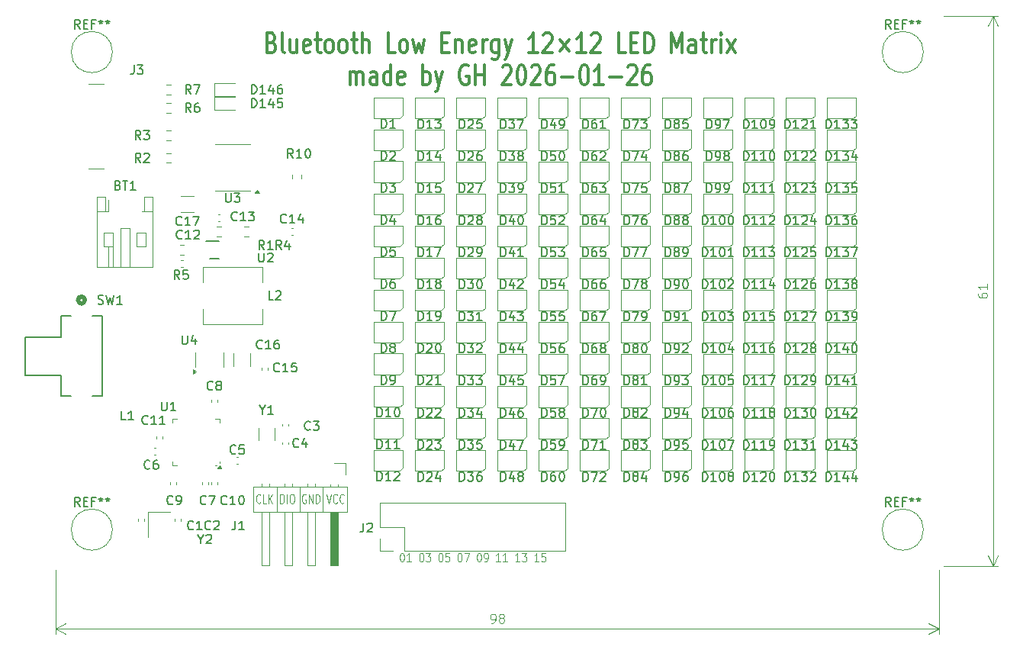
<source format=gbr>
%TF.GenerationSoftware,KiCad,Pcbnew,9.0.4*%
%TF.CreationDate,2026-01-26T21:10:16+09:00*%
%TF.ProjectId,BLE_LED_Dongle,424c455f-4c45-4445-9f44-6f6e676c652e,rev?*%
%TF.SameCoordinates,Original*%
%TF.FileFunction,Legend,Top*%
%TF.FilePolarity,Positive*%
%FSLAX46Y46*%
G04 Gerber Fmt 4.6, Leading zero omitted, Abs format (unit mm)*
G04 Created by KiCad (PCBNEW 9.0.4) date 2026-01-26 21:10:16*
%MOMM*%
%LPD*%
G01*
G04 APERTURE LIST*
%ADD10C,0.100000*%
%ADD11C,0.340000*%
%ADD12C,0.150000*%
%ADD13C,0.120000*%
%ADD14C,0.200000*%
%ADD15C,0.152400*%
%ADD16C,0.508000*%
G04 APERTURE END LIST*
D10*
X194357419Y-49785714D02*
X194357419Y-49976190D01*
X194357419Y-49976190D02*
X194405038Y-50071428D01*
X194405038Y-50071428D02*
X194452657Y-50119047D01*
X194452657Y-50119047D02*
X194595514Y-50214285D01*
X194595514Y-50214285D02*
X194785990Y-50261904D01*
X194785990Y-50261904D02*
X195166942Y-50261904D01*
X195166942Y-50261904D02*
X195262180Y-50214285D01*
X195262180Y-50214285D02*
X195309800Y-50166666D01*
X195309800Y-50166666D02*
X195357419Y-50071428D01*
X195357419Y-50071428D02*
X195357419Y-49880952D01*
X195357419Y-49880952D02*
X195309800Y-49785714D01*
X195309800Y-49785714D02*
X195262180Y-49738095D01*
X195262180Y-49738095D02*
X195166942Y-49690476D01*
X195166942Y-49690476D02*
X194928847Y-49690476D01*
X194928847Y-49690476D02*
X194833609Y-49738095D01*
X194833609Y-49738095D02*
X194785990Y-49785714D01*
X194785990Y-49785714D02*
X194738371Y-49880952D01*
X194738371Y-49880952D02*
X194738371Y-50071428D01*
X194738371Y-50071428D02*
X194785990Y-50166666D01*
X194785990Y-50166666D02*
X194833609Y-50214285D01*
X194833609Y-50214285D02*
X194928847Y-50261904D01*
X195357419Y-48738095D02*
X195357419Y-49309523D01*
X195357419Y-49023809D02*
X194357419Y-49023809D01*
X194357419Y-49023809D02*
X194500276Y-49119047D01*
X194500276Y-49119047D02*
X194595514Y-49214285D01*
X194595514Y-49214285D02*
X194643133Y-49309523D01*
X190500000Y-80000000D02*
X196586420Y-80000000D01*
X196586420Y-19000000D02*
X190500000Y-19000000D01*
X196000000Y-80000000D02*
X196000000Y-19000000D01*
X196000000Y-80000000D02*
X195413579Y-78873496D01*
X196000000Y-80000000D02*
X196586421Y-78873496D01*
X196000000Y-19000000D02*
X196586421Y-20126504D01*
X196000000Y-19000000D02*
X195413579Y-20126504D01*
X140333333Y-86357419D02*
X140523809Y-86357419D01*
X140523809Y-86357419D02*
X140619047Y-86309800D01*
X140619047Y-86309800D02*
X140666666Y-86262180D01*
X140666666Y-86262180D02*
X140761904Y-86119323D01*
X140761904Y-86119323D02*
X140809523Y-85928847D01*
X140809523Y-85928847D02*
X140809523Y-85547895D01*
X140809523Y-85547895D02*
X140761904Y-85452657D01*
X140761904Y-85452657D02*
X140714285Y-85405038D01*
X140714285Y-85405038D02*
X140619047Y-85357419D01*
X140619047Y-85357419D02*
X140428571Y-85357419D01*
X140428571Y-85357419D02*
X140333333Y-85405038D01*
X140333333Y-85405038D02*
X140285714Y-85452657D01*
X140285714Y-85452657D02*
X140238095Y-85547895D01*
X140238095Y-85547895D02*
X140238095Y-85785990D01*
X140238095Y-85785990D02*
X140285714Y-85881228D01*
X140285714Y-85881228D02*
X140333333Y-85928847D01*
X140333333Y-85928847D02*
X140428571Y-85976466D01*
X140428571Y-85976466D02*
X140619047Y-85976466D01*
X140619047Y-85976466D02*
X140714285Y-85928847D01*
X140714285Y-85928847D02*
X140761904Y-85881228D01*
X140761904Y-85881228D02*
X140809523Y-85785990D01*
X141380952Y-85785990D02*
X141285714Y-85738371D01*
X141285714Y-85738371D02*
X141238095Y-85690752D01*
X141238095Y-85690752D02*
X141190476Y-85595514D01*
X141190476Y-85595514D02*
X141190476Y-85547895D01*
X141190476Y-85547895D02*
X141238095Y-85452657D01*
X141238095Y-85452657D02*
X141285714Y-85405038D01*
X141285714Y-85405038D02*
X141380952Y-85357419D01*
X141380952Y-85357419D02*
X141571428Y-85357419D01*
X141571428Y-85357419D02*
X141666666Y-85405038D01*
X141666666Y-85405038D02*
X141714285Y-85452657D01*
X141714285Y-85452657D02*
X141761904Y-85547895D01*
X141761904Y-85547895D02*
X141761904Y-85595514D01*
X141761904Y-85595514D02*
X141714285Y-85690752D01*
X141714285Y-85690752D02*
X141666666Y-85738371D01*
X141666666Y-85738371D02*
X141571428Y-85785990D01*
X141571428Y-85785990D02*
X141380952Y-85785990D01*
X141380952Y-85785990D02*
X141285714Y-85833609D01*
X141285714Y-85833609D02*
X141238095Y-85881228D01*
X141238095Y-85881228D02*
X141190476Y-85976466D01*
X141190476Y-85976466D02*
X141190476Y-86166942D01*
X141190476Y-86166942D02*
X141238095Y-86262180D01*
X141238095Y-86262180D02*
X141285714Y-86309800D01*
X141285714Y-86309800D02*
X141380952Y-86357419D01*
X141380952Y-86357419D02*
X141571428Y-86357419D01*
X141571428Y-86357419D02*
X141666666Y-86309800D01*
X141666666Y-86309800D02*
X141714285Y-86262180D01*
X141714285Y-86262180D02*
X141761904Y-86166942D01*
X141761904Y-86166942D02*
X141761904Y-85976466D01*
X141761904Y-85976466D02*
X141714285Y-85881228D01*
X141714285Y-85881228D02*
X141666666Y-85833609D01*
X141666666Y-85833609D02*
X141571428Y-85785990D01*
X92000000Y-80500000D02*
X92000000Y-87586420D01*
X190000000Y-87586420D02*
X190000000Y-80500000D01*
X92000000Y-87000000D02*
X190000000Y-87000000D01*
X92000000Y-87000000D02*
X93126504Y-86413579D01*
X92000000Y-87000000D02*
X93126504Y-87586421D01*
X190000000Y-87000000D02*
X188873496Y-87586421D01*
X190000000Y-87000000D02*
X188873496Y-86413579D01*
X130395472Y-78567219D02*
X130471662Y-78567219D01*
X130471662Y-78567219D02*
X130547853Y-78614838D01*
X130547853Y-78614838D02*
X130585948Y-78662457D01*
X130585948Y-78662457D02*
X130624043Y-78757695D01*
X130624043Y-78757695D02*
X130662138Y-78948171D01*
X130662138Y-78948171D02*
X130662138Y-79186266D01*
X130662138Y-79186266D02*
X130624043Y-79376742D01*
X130624043Y-79376742D02*
X130585948Y-79471980D01*
X130585948Y-79471980D02*
X130547853Y-79519600D01*
X130547853Y-79519600D02*
X130471662Y-79567219D01*
X130471662Y-79567219D02*
X130395472Y-79567219D01*
X130395472Y-79567219D02*
X130319281Y-79519600D01*
X130319281Y-79519600D02*
X130281186Y-79471980D01*
X130281186Y-79471980D02*
X130243091Y-79376742D01*
X130243091Y-79376742D02*
X130204995Y-79186266D01*
X130204995Y-79186266D02*
X130204995Y-78948171D01*
X130204995Y-78948171D02*
X130243091Y-78757695D01*
X130243091Y-78757695D02*
X130281186Y-78662457D01*
X130281186Y-78662457D02*
X130319281Y-78614838D01*
X130319281Y-78614838D02*
X130395472Y-78567219D01*
X131424043Y-79567219D02*
X130966900Y-79567219D01*
X131195472Y-79567219D02*
X131195472Y-78567219D01*
X131195472Y-78567219D02*
X131119281Y-78710076D01*
X131119281Y-78710076D02*
X131043091Y-78805314D01*
X131043091Y-78805314D02*
X130966900Y-78852933D01*
X132528806Y-78567219D02*
X132604996Y-78567219D01*
X132604996Y-78567219D02*
X132681187Y-78614838D01*
X132681187Y-78614838D02*
X132719282Y-78662457D01*
X132719282Y-78662457D02*
X132757377Y-78757695D01*
X132757377Y-78757695D02*
X132795472Y-78948171D01*
X132795472Y-78948171D02*
X132795472Y-79186266D01*
X132795472Y-79186266D02*
X132757377Y-79376742D01*
X132757377Y-79376742D02*
X132719282Y-79471980D01*
X132719282Y-79471980D02*
X132681187Y-79519600D01*
X132681187Y-79519600D02*
X132604996Y-79567219D01*
X132604996Y-79567219D02*
X132528806Y-79567219D01*
X132528806Y-79567219D02*
X132452615Y-79519600D01*
X132452615Y-79519600D02*
X132414520Y-79471980D01*
X132414520Y-79471980D02*
X132376425Y-79376742D01*
X132376425Y-79376742D02*
X132338329Y-79186266D01*
X132338329Y-79186266D02*
X132338329Y-78948171D01*
X132338329Y-78948171D02*
X132376425Y-78757695D01*
X132376425Y-78757695D02*
X132414520Y-78662457D01*
X132414520Y-78662457D02*
X132452615Y-78614838D01*
X132452615Y-78614838D02*
X132528806Y-78567219D01*
X133062139Y-78567219D02*
X133557377Y-78567219D01*
X133557377Y-78567219D02*
X133290711Y-78948171D01*
X133290711Y-78948171D02*
X133404996Y-78948171D01*
X133404996Y-78948171D02*
X133481187Y-78995790D01*
X133481187Y-78995790D02*
X133519282Y-79043409D01*
X133519282Y-79043409D02*
X133557377Y-79138647D01*
X133557377Y-79138647D02*
X133557377Y-79376742D01*
X133557377Y-79376742D02*
X133519282Y-79471980D01*
X133519282Y-79471980D02*
X133481187Y-79519600D01*
X133481187Y-79519600D02*
X133404996Y-79567219D01*
X133404996Y-79567219D02*
X133176425Y-79567219D01*
X133176425Y-79567219D02*
X133100234Y-79519600D01*
X133100234Y-79519600D02*
X133062139Y-79471980D01*
X134662140Y-78567219D02*
X134738330Y-78567219D01*
X134738330Y-78567219D02*
X134814521Y-78614838D01*
X134814521Y-78614838D02*
X134852616Y-78662457D01*
X134852616Y-78662457D02*
X134890711Y-78757695D01*
X134890711Y-78757695D02*
X134928806Y-78948171D01*
X134928806Y-78948171D02*
X134928806Y-79186266D01*
X134928806Y-79186266D02*
X134890711Y-79376742D01*
X134890711Y-79376742D02*
X134852616Y-79471980D01*
X134852616Y-79471980D02*
X134814521Y-79519600D01*
X134814521Y-79519600D02*
X134738330Y-79567219D01*
X134738330Y-79567219D02*
X134662140Y-79567219D01*
X134662140Y-79567219D02*
X134585949Y-79519600D01*
X134585949Y-79519600D02*
X134547854Y-79471980D01*
X134547854Y-79471980D02*
X134509759Y-79376742D01*
X134509759Y-79376742D02*
X134471663Y-79186266D01*
X134471663Y-79186266D02*
X134471663Y-78948171D01*
X134471663Y-78948171D02*
X134509759Y-78757695D01*
X134509759Y-78757695D02*
X134547854Y-78662457D01*
X134547854Y-78662457D02*
X134585949Y-78614838D01*
X134585949Y-78614838D02*
X134662140Y-78567219D01*
X135652616Y-78567219D02*
X135271664Y-78567219D01*
X135271664Y-78567219D02*
X135233568Y-79043409D01*
X135233568Y-79043409D02*
X135271664Y-78995790D01*
X135271664Y-78995790D02*
X135347854Y-78948171D01*
X135347854Y-78948171D02*
X135538330Y-78948171D01*
X135538330Y-78948171D02*
X135614521Y-78995790D01*
X135614521Y-78995790D02*
X135652616Y-79043409D01*
X135652616Y-79043409D02*
X135690711Y-79138647D01*
X135690711Y-79138647D02*
X135690711Y-79376742D01*
X135690711Y-79376742D02*
X135652616Y-79471980D01*
X135652616Y-79471980D02*
X135614521Y-79519600D01*
X135614521Y-79519600D02*
X135538330Y-79567219D01*
X135538330Y-79567219D02*
X135347854Y-79567219D01*
X135347854Y-79567219D02*
X135271664Y-79519600D01*
X135271664Y-79519600D02*
X135233568Y-79471980D01*
X136795474Y-78567219D02*
X136871664Y-78567219D01*
X136871664Y-78567219D02*
X136947855Y-78614838D01*
X136947855Y-78614838D02*
X136985950Y-78662457D01*
X136985950Y-78662457D02*
X137024045Y-78757695D01*
X137024045Y-78757695D02*
X137062140Y-78948171D01*
X137062140Y-78948171D02*
X137062140Y-79186266D01*
X137062140Y-79186266D02*
X137024045Y-79376742D01*
X137024045Y-79376742D02*
X136985950Y-79471980D01*
X136985950Y-79471980D02*
X136947855Y-79519600D01*
X136947855Y-79519600D02*
X136871664Y-79567219D01*
X136871664Y-79567219D02*
X136795474Y-79567219D01*
X136795474Y-79567219D02*
X136719283Y-79519600D01*
X136719283Y-79519600D02*
X136681188Y-79471980D01*
X136681188Y-79471980D02*
X136643093Y-79376742D01*
X136643093Y-79376742D02*
X136604997Y-79186266D01*
X136604997Y-79186266D02*
X136604997Y-78948171D01*
X136604997Y-78948171D02*
X136643093Y-78757695D01*
X136643093Y-78757695D02*
X136681188Y-78662457D01*
X136681188Y-78662457D02*
X136719283Y-78614838D01*
X136719283Y-78614838D02*
X136795474Y-78567219D01*
X137328807Y-78567219D02*
X137862141Y-78567219D01*
X137862141Y-78567219D02*
X137519283Y-79567219D01*
X138928808Y-78567219D02*
X139004998Y-78567219D01*
X139004998Y-78567219D02*
X139081189Y-78614838D01*
X139081189Y-78614838D02*
X139119284Y-78662457D01*
X139119284Y-78662457D02*
X139157379Y-78757695D01*
X139157379Y-78757695D02*
X139195474Y-78948171D01*
X139195474Y-78948171D02*
X139195474Y-79186266D01*
X139195474Y-79186266D02*
X139157379Y-79376742D01*
X139157379Y-79376742D02*
X139119284Y-79471980D01*
X139119284Y-79471980D02*
X139081189Y-79519600D01*
X139081189Y-79519600D02*
X139004998Y-79567219D01*
X139004998Y-79567219D02*
X138928808Y-79567219D01*
X138928808Y-79567219D02*
X138852617Y-79519600D01*
X138852617Y-79519600D02*
X138814522Y-79471980D01*
X138814522Y-79471980D02*
X138776427Y-79376742D01*
X138776427Y-79376742D02*
X138738331Y-79186266D01*
X138738331Y-79186266D02*
X138738331Y-78948171D01*
X138738331Y-78948171D02*
X138776427Y-78757695D01*
X138776427Y-78757695D02*
X138814522Y-78662457D01*
X138814522Y-78662457D02*
X138852617Y-78614838D01*
X138852617Y-78614838D02*
X138928808Y-78567219D01*
X139576427Y-79567219D02*
X139728808Y-79567219D01*
X139728808Y-79567219D02*
X139804998Y-79519600D01*
X139804998Y-79519600D02*
X139843094Y-79471980D01*
X139843094Y-79471980D02*
X139919284Y-79329123D01*
X139919284Y-79329123D02*
X139957379Y-79138647D01*
X139957379Y-79138647D02*
X139957379Y-78757695D01*
X139957379Y-78757695D02*
X139919284Y-78662457D01*
X139919284Y-78662457D02*
X139881189Y-78614838D01*
X139881189Y-78614838D02*
X139804998Y-78567219D01*
X139804998Y-78567219D02*
X139652617Y-78567219D01*
X139652617Y-78567219D02*
X139576427Y-78614838D01*
X139576427Y-78614838D02*
X139538332Y-78662457D01*
X139538332Y-78662457D02*
X139500236Y-78757695D01*
X139500236Y-78757695D02*
X139500236Y-78995790D01*
X139500236Y-78995790D02*
X139538332Y-79091028D01*
X139538332Y-79091028D02*
X139576427Y-79138647D01*
X139576427Y-79138647D02*
X139652617Y-79186266D01*
X139652617Y-79186266D02*
X139804998Y-79186266D01*
X139804998Y-79186266D02*
X139881189Y-79138647D01*
X139881189Y-79138647D02*
X139919284Y-79091028D01*
X139919284Y-79091028D02*
X139957379Y-78995790D01*
X141328808Y-79567219D02*
X140871665Y-79567219D01*
X141100237Y-79567219D02*
X141100237Y-78567219D01*
X141100237Y-78567219D02*
X141024046Y-78710076D01*
X141024046Y-78710076D02*
X140947856Y-78805314D01*
X140947856Y-78805314D02*
X140871665Y-78852933D01*
X142090713Y-79567219D02*
X141633570Y-79567219D01*
X141862142Y-79567219D02*
X141862142Y-78567219D01*
X141862142Y-78567219D02*
X141785951Y-78710076D01*
X141785951Y-78710076D02*
X141709761Y-78805314D01*
X141709761Y-78805314D02*
X141633570Y-78852933D01*
X143462142Y-79567219D02*
X143004999Y-79567219D01*
X143233571Y-79567219D02*
X143233571Y-78567219D01*
X143233571Y-78567219D02*
X143157380Y-78710076D01*
X143157380Y-78710076D02*
X143081190Y-78805314D01*
X143081190Y-78805314D02*
X143004999Y-78852933D01*
X143728809Y-78567219D02*
X144224047Y-78567219D01*
X144224047Y-78567219D02*
X143957381Y-78948171D01*
X143957381Y-78948171D02*
X144071666Y-78948171D01*
X144071666Y-78948171D02*
X144147857Y-78995790D01*
X144147857Y-78995790D02*
X144185952Y-79043409D01*
X144185952Y-79043409D02*
X144224047Y-79138647D01*
X144224047Y-79138647D02*
X144224047Y-79376742D01*
X144224047Y-79376742D02*
X144185952Y-79471980D01*
X144185952Y-79471980D02*
X144147857Y-79519600D01*
X144147857Y-79519600D02*
X144071666Y-79567219D01*
X144071666Y-79567219D02*
X143843095Y-79567219D01*
X143843095Y-79567219D02*
X143766904Y-79519600D01*
X143766904Y-79519600D02*
X143728809Y-79471980D01*
X145595476Y-79567219D02*
X145138333Y-79567219D01*
X145366905Y-79567219D02*
X145366905Y-78567219D01*
X145366905Y-78567219D02*
X145290714Y-78710076D01*
X145290714Y-78710076D02*
X145214524Y-78805314D01*
X145214524Y-78805314D02*
X145138333Y-78852933D01*
X146319286Y-78567219D02*
X145938334Y-78567219D01*
X145938334Y-78567219D02*
X145900238Y-79043409D01*
X145900238Y-79043409D02*
X145938334Y-78995790D01*
X145938334Y-78995790D02*
X146014524Y-78948171D01*
X146014524Y-78948171D02*
X146205000Y-78948171D01*
X146205000Y-78948171D02*
X146281191Y-78995790D01*
X146281191Y-78995790D02*
X146319286Y-79043409D01*
X146319286Y-79043409D02*
X146357381Y-79138647D01*
X146357381Y-79138647D02*
X146357381Y-79376742D01*
X146357381Y-79376742D02*
X146319286Y-79471980D01*
X146319286Y-79471980D02*
X146281191Y-79519600D01*
X146281191Y-79519600D02*
X146205000Y-79567219D01*
X146205000Y-79567219D02*
X146014524Y-79567219D01*
X146014524Y-79567219D02*
X145938334Y-79519600D01*
X145938334Y-79519600D02*
X145900238Y-79471980D01*
X114699426Y-72970980D02*
X114664188Y-73018600D01*
X114664188Y-73018600D02*
X114558474Y-73066219D01*
X114558474Y-73066219D02*
X114487998Y-73066219D01*
X114487998Y-73066219D02*
X114382283Y-73018600D01*
X114382283Y-73018600D02*
X114311807Y-72923361D01*
X114311807Y-72923361D02*
X114276569Y-72828123D01*
X114276569Y-72828123D02*
X114241331Y-72637647D01*
X114241331Y-72637647D02*
X114241331Y-72494790D01*
X114241331Y-72494790D02*
X114276569Y-72304314D01*
X114276569Y-72304314D02*
X114311807Y-72209076D01*
X114311807Y-72209076D02*
X114382283Y-72113838D01*
X114382283Y-72113838D02*
X114487998Y-72066219D01*
X114487998Y-72066219D02*
X114558474Y-72066219D01*
X114558474Y-72066219D02*
X114664188Y-72113838D01*
X114664188Y-72113838D02*
X114699426Y-72161457D01*
X115368950Y-73066219D02*
X115016569Y-73066219D01*
X115016569Y-73066219D02*
X115016569Y-72066219D01*
X115615617Y-73066219D02*
X115615617Y-72066219D01*
X116038474Y-73066219D02*
X115721331Y-72494790D01*
X116038474Y-72066219D02*
X115615617Y-72637647D01*
X116919427Y-73066219D02*
X116919427Y-72066219D01*
X116919427Y-72066219D02*
X117095617Y-72066219D01*
X117095617Y-72066219D02*
X117201332Y-72113838D01*
X117201332Y-72113838D02*
X117271808Y-72209076D01*
X117271808Y-72209076D02*
X117307046Y-72304314D01*
X117307046Y-72304314D02*
X117342284Y-72494790D01*
X117342284Y-72494790D02*
X117342284Y-72637647D01*
X117342284Y-72637647D02*
X117307046Y-72828123D01*
X117307046Y-72828123D02*
X117271808Y-72923361D01*
X117271808Y-72923361D02*
X117201332Y-73018600D01*
X117201332Y-73018600D02*
X117095617Y-73066219D01*
X117095617Y-73066219D02*
X116919427Y-73066219D01*
X117659427Y-73066219D02*
X117659427Y-72066219D01*
X118152760Y-72066219D02*
X118293713Y-72066219D01*
X118293713Y-72066219D02*
X118364189Y-72113838D01*
X118364189Y-72113838D02*
X118434665Y-72209076D01*
X118434665Y-72209076D02*
X118469903Y-72399552D01*
X118469903Y-72399552D02*
X118469903Y-72732885D01*
X118469903Y-72732885D02*
X118434665Y-72923361D01*
X118434665Y-72923361D02*
X118364189Y-73018600D01*
X118364189Y-73018600D02*
X118293713Y-73066219D01*
X118293713Y-73066219D02*
X118152760Y-73066219D01*
X118152760Y-73066219D02*
X118082284Y-73018600D01*
X118082284Y-73018600D02*
X118011808Y-72923361D01*
X118011808Y-72923361D02*
X117976570Y-72732885D01*
X117976570Y-72732885D02*
X117976570Y-72399552D01*
X117976570Y-72399552D02*
X118011808Y-72209076D01*
X118011808Y-72209076D02*
X118082284Y-72113838D01*
X118082284Y-72113838D02*
X118152760Y-72066219D01*
X119738475Y-72113838D02*
X119667999Y-72066219D01*
X119667999Y-72066219D02*
X119562285Y-72066219D01*
X119562285Y-72066219D02*
X119456570Y-72113838D01*
X119456570Y-72113838D02*
X119386094Y-72209076D01*
X119386094Y-72209076D02*
X119350856Y-72304314D01*
X119350856Y-72304314D02*
X119315618Y-72494790D01*
X119315618Y-72494790D02*
X119315618Y-72637647D01*
X119315618Y-72637647D02*
X119350856Y-72828123D01*
X119350856Y-72828123D02*
X119386094Y-72923361D01*
X119386094Y-72923361D02*
X119456570Y-73018600D01*
X119456570Y-73018600D02*
X119562285Y-73066219D01*
X119562285Y-73066219D02*
X119632761Y-73066219D01*
X119632761Y-73066219D02*
X119738475Y-73018600D01*
X119738475Y-73018600D02*
X119773713Y-72970980D01*
X119773713Y-72970980D02*
X119773713Y-72637647D01*
X119773713Y-72637647D02*
X119632761Y-72637647D01*
X120090856Y-73066219D02*
X120090856Y-72066219D01*
X120090856Y-72066219D02*
X120513713Y-73066219D01*
X120513713Y-73066219D02*
X120513713Y-72066219D01*
X120866094Y-73066219D02*
X120866094Y-72066219D01*
X120866094Y-72066219D02*
X121042284Y-72066219D01*
X121042284Y-72066219D02*
X121147999Y-72113838D01*
X121147999Y-72113838D02*
X121218475Y-72209076D01*
X121218475Y-72209076D02*
X121253713Y-72304314D01*
X121253713Y-72304314D02*
X121288951Y-72494790D01*
X121288951Y-72494790D02*
X121288951Y-72637647D01*
X121288951Y-72637647D02*
X121253713Y-72828123D01*
X121253713Y-72828123D02*
X121218475Y-72923361D01*
X121218475Y-72923361D02*
X121147999Y-73018600D01*
X121147999Y-73018600D02*
X121042284Y-73066219D01*
X121042284Y-73066219D02*
X120866094Y-73066219D01*
X122064190Y-72066219D02*
X122310856Y-73066219D01*
X122310856Y-73066219D02*
X122557523Y-72066219D01*
X123227047Y-72970980D02*
X123191809Y-73018600D01*
X123191809Y-73018600D02*
X123086095Y-73066219D01*
X123086095Y-73066219D02*
X123015619Y-73066219D01*
X123015619Y-73066219D02*
X122909904Y-73018600D01*
X122909904Y-73018600D02*
X122839428Y-72923361D01*
X122839428Y-72923361D02*
X122804190Y-72828123D01*
X122804190Y-72828123D02*
X122768952Y-72637647D01*
X122768952Y-72637647D02*
X122768952Y-72494790D01*
X122768952Y-72494790D02*
X122804190Y-72304314D01*
X122804190Y-72304314D02*
X122839428Y-72209076D01*
X122839428Y-72209076D02*
X122909904Y-72113838D01*
X122909904Y-72113838D02*
X123015619Y-72066219D01*
X123015619Y-72066219D02*
X123086095Y-72066219D01*
X123086095Y-72066219D02*
X123191809Y-72113838D01*
X123191809Y-72113838D02*
X123227047Y-72161457D01*
X123967047Y-72970980D02*
X123931809Y-73018600D01*
X123931809Y-73018600D02*
X123826095Y-73066219D01*
X123826095Y-73066219D02*
X123755619Y-73066219D01*
X123755619Y-73066219D02*
X123649904Y-73018600D01*
X123649904Y-73018600D02*
X123579428Y-72923361D01*
X123579428Y-72923361D02*
X123544190Y-72828123D01*
X123544190Y-72828123D02*
X123508952Y-72637647D01*
X123508952Y-72637647D02*
X123508952Y-72494790D01*
X123508952Y-72494790D02*
X123544190Y-72304314D01*
X123544190Y-72304314D02*
X123579428Y-72209076D01*
X123579428Y-72209076D02*
X123649904Y-72113838D01*
X123649904Y-72113838D02*
X123755619Y-72066219D01*
X123755619Y-72066219D02*
X123826095Y-72066219D01*
X123826095Y-72066219D02*
X123931809Y-72113838D01*
X123931809Y-72113838D02*
X123967047Y-72161457D01*
D11*
X115991094Y-21931623D02*
X116233951Y-22036385D01*
X116233951Y-22036385D02*
X116314904Y-22141147D01*
X116314904Y-22141147D02*
X116395856Y-22350671D01*
X116395856Y-22350671D02*
X116395856Y-22664957D01*
X116395856Y-22664957D02*
X116314904Y-22874481D01*
X116314904Y-22874481D02*
X116233951Y-22979243D01*
X116233951Y-22979243D02*
X116072046Y-23084004D01*
X116072046Y-23084004D02*
X115424427Y-23084004D01*
X115424427Y-23084004D02*
X115424427Y-20884004D01*
X115424427Y-20884004D02*
X115991094Y-20884004D01*
X115991094Y-20884004D02*
X116152999Y-20988766D01*
X116152999Y-20988766D02*
X116233951Y-21093528D01*
X116233951Y-21093528D02*
X116314904Y-21303052D01*
X116314904Y-21303052D02*
X116314904Y-21512576D01*
X116314904Y-21512576D02*
X116233951Y-21722100D01*
X116233951Y-21722100D02*
X116152999Y-21826862D01*
X116152999Y-21826862D02*
X115991094Y-21931623D01*
X115991094Y-21931623D02*
X115424427Y-21931623D01*
X117367285Y-23084004D02*
X117205380Y-22979243D01*
X117205380Y-22979243D02*
X117124427Y-22769719D01*
X117124427Y-22769719D02*
X117124427Y-20884004D01*
X118743475Y-21617338D02*
X118743475Y-23084004D01*
X118014903Y-21617338D02*
X118014903Y-22769719D01*
X118014903Y-22769719D02*
X118095856Y-22979243D01*
X118095856Y-22979243D02*
X118257761Y-23084004D01*
X118257761Y-23084004D02*
X118500618Y-23084004D01*
X118500618Y-23084004D02*
X118662522Y-22979243D01*
X118662522Y-22979243D02*
X118743475Y-22874481D01*
X120200617Y-22979243D02*
X120038713Y-23084004D01*
X120038713Y-23084004D02*
X119714903Y-23084004D01*
X119714903Y-23084004D02*
X119552998Y-22979243D01*
X119552998Y-22979243D02*
X119472046Y-22769719D01*
X119472046Y-22769719D02*
X119472046Y-21931623D01*
X119472046Y-21931623D02*
X119552998Y-21722100D01*
X119552998Y-21722100D02*
X119714903Y-21617338D01*
X119714903Y-21617338D02*
X120038713Y-21617338D01*
X120038713Y-21617338D02*
X120200617Y-21722100D01*
X120200617Y-21722100D02*
X120281570Y-21931623D01*
X120281570Y-21931623D02*
X120281570Y-22141147D01*
X120281570Y-22141147D02*
X119472046Y-22350671D01*
X120767284Y-21617338D02*
X121414903Y-21617338D01*
X121010141Y-20884004D02*
X121010141Y-22769719D01*
X121010141Y-22769719D02*
X121091094Y-22979243D01*
X121091094Y-22979243D02*
X121252999Y-23084004D01*
X121252999Y-23084004D02*
X121414903Y-23084004D01*
X122224428Y-23084004D02*
X122062523Y-22979243D01*
X122062523Y-22979243D02*
X121981570Y-22874481D01*
X121981570Y-22874481D02*
X121900618Y-22664957D01*
X121900618Y-22664957D02*
X121900618Y-22036385D01*
X121900618Y-22036385D02*
X121981570Y-21826862D01*
X121981570Y-21826862D02*
X122062523Y-21722100D01*
X122062523Y-21722100D02*
X122224428Y-21617338D01*
X122224428Y-21617338D02*
X122467285Y-21617338D01*
X122467285Y-21617338D02*
X122629189Y-21722100D01*
X122629189Y-21722100D02*
X122710142Y-21826862D01*
X122710142Y-21826862D02*
X122791094Y-22036385D01*
X122791094Y-22036385D02*
X122791094Y-22664957D01*
X122791094Y-22664957D02*
X122710142Y-22874481D01*
X122710142Y-22874481D02*
X122629189Y-22979243D01*
X122629189Y-22979243D02*
X122467285Y-23084004D01*
X122467285Y-23084004D02*
X122224428Y-23084004D01*
X123762523Y-23084004D02*
X123600618Y-22979243D01*
X123600618Y-22979243D02*
X123519665Y-22874481D01*
X123519665Y-22874481D02*
X123438713Y-22664957D01*
X123438713Y-22664957D02*
X123438713Y-22036385D01*
X123438713Y-22036385D02*
X123519665Y-21826862D01*
X123519665Y-21826862D02*
X123600618Y-21722100D01*
X123600618Y-21722100D02*
X123762523Y-21617338D01*
X123762523Y-21617338D02*
X124005380Y-21617338D01*
X124005380Y-21617338D02*
X124167284Y-21722100D01*
X124167284Y-21722100D02*
X124248237Y-21826862D01*
X124248237Y-21826862D02*
X124329189Y-22036385D01*
X124329189Y-22036385D02*
X124329189Y-22664957D01*
X124329189Y-22664957D02*
X124248237Y-22874481D01*
X124248237Y-22874481D02*
X124167284Y-22979243D01*
X124167284Y-22979243D02*
X124005380Y-23084004D01*
X124005380Y-23084004D02*
X123762523Y-23084004D01*
X124814903Y-21617338D02*
X125462522Y-21617338D01*
X125057760Y-20884004D02*
X125057760Y-22769719D01*
X125057760Y-22769719D02*
X125138713Y-22979243D01*
X125138713Y-22979243D02*
X125300618Y-23084004D01*
X125300618Y-23084004D02*
X125462522Y-23084004D01*
X126029189Y-23084004D02*
X126029189Y-20884004D01*
X126757761Y-23084004D02*
X126757761Y-21931623D01*
X126757761Y-21931623D02*
X126676808Y-21722100D01*
X126676808Y-21722100D02*
X126514904Y-21617338D01*
X126514904Y-21617338D02*
X126272047Y-21617338D01*
X126272047Y-21617338D02*
X126110142Y-21722100D01*
X126110142Y-21722100D02*
X126029189Y-21826862D01*
X129672046Y-23084004D02*
X128862522Y-23084004D01*
X128862522Y-23084004D02*
X128862522Y-20884004D01*
X130481570Y-23084004D02*
X130319665Y-22979243D01*
X130319665Y-22979243D02*
X130238712Y-22874481D01*
X130238712Y-22874481D02*
X130157760Y-22664957D01*
X130157760Y-22664957D02*
X130157760Y-22036385D01*
X130157760Y-22036385D02*
X130238712Y-21826862D01*
X130238712Y-21826862D02*
X130319665Y-21722100D01*
X130319665Y-21722100D02*
X130481570Y-21617338D01*
X130481570Y-21617338D02*
X130724427Y-21617338D01*
X130724427Y-21617338D02*
X130886331Y-21722100D01*
X130886331Y-21722100D02*
X130967284Y-21826862D01*
X130967284Y-21826862D02*
X131048236Y-22036385D01*
X131048236Y-22036385D02*
X131048236Y-22664957D01*
X131048236Y-22664957D02*
X130967284Y-22874481D01*
X130967284Y-22874481D02*
X130886331Y-22979243D01*
X130886331Y-22979243D02*
X130724427Y-23084004D01*
X130724427Y-23084004D02*
X130481570Y-23084004D01*
X131614903Y-21617338D02*
X131938712Y-23084004D01*
X131938712Y-23084004D02*
X132262522Y-22036385D01*
X132262522Y-22036385D02*
X132586331Y-23084004D01*
X132586331Y-23084004D02*
X132910141Y-21617338D01*
X134852997Y-21931623D02*
X135419664Y-21931623D01*
X135662521Y-23084004D02*
X134852997Y-23084004D01*
X134852997Y-23084004D02*
X134852997Y-20884004D01*
X134852997Y-20884004D02*
X135662521Y-20884004D01*
X136391092Y-21617338D02*
X136391092Y-23084004D01*
X136391092Y-21826862D02*
X136472045Y-21722100D01*
X136472045Y-21722100D02*
X136633950Y-21617338D01*
X136633950Y-21617338D02*
X136876807Y-21617338D01*
X136876807Y-21617338D02*
X137038711Y-21722100D01*
X137038711Y-21722100D02*
X137119664Y-21931623D01*
X137119664Y-21931623D02*
X137119664Y-23084004D01*
X138576806Y-22979243D02*
X138414902Y-23084004D01*
X138414902Y-23084004D02*
X138091092Y-23084004D01*
X138091092Y-23084004D02*
X137929187Y-22979243D01*
X137929187Y-22979243D02*
X137848235Y-22769719D01*
X137848235Y-22769719D02*
X137848235Y-21931623D01*
X137848235Y-21931623D02*
X137929187Y-21722100D01*
X137929187Y-21722100D02*
X138091092Y-21617338D01*
X138091092Y-21617338D02*
X138414902Y-21617338D01*
X138414902Y-21617338D02*
X138576806Y-21722100D01*
X138576806Y-21722100D02*
X138657759Y-21931623D01*
X138657759Y-21931623D02*
X138657759Y-22141147D01*
X138657759Y-22141147D02*
X137848235Y-22350671D01*
X139386330Y-23084004D02*
X139386330Y-21617338D01*
X139386330Y-22036385D02*
X139467283Y-21826862D01*
X139467283Y-21826862D02*
X139548235Y-21722100D01*
X139548235Y-21722100D02*
X139710140Y-21617338D01*
X139710140Y-21617338D02*
X139872045Y-21617338D01*
X141167283Y-21617338D02*
X141167283Y-23398290D01*
X141167283Y-23398290D02*
X141086330Y-23607814D01*
X141086330Y-23607814D02*
X141005378Y-23712576D01*
X141005378Y-23712576D02*
X140843473Y-23817338D01*
X140843473Y-23817338D02*
X140600616Y-23817338D01*
X140600616Y-23817338D02*
X140438711Y-23712576D01*
X141167283Y-22979243D02*
X141005378Y-23084004D01*
X141005378Y-23084004D02*
X140681569Y-23084004D01*
X140681569Y-23084004D02*
X140519664Y-22979243D01*
X140519664Y-22979243D02*
X140438711Y-22874481D01*
X140438711Y-22874481D02*
X140357759Y-22664957D01*
X140357759Y-22664957D02*
X140357759Y-22036385D01*
X140357759Y-22036385D02*
X140438711Y-21826862D01*
X140438711Y-21826862D02*
X140519664Y-21722100D01*
X140519664Y-21722100D02*
X140681569Y-21617338D01*
X140681569Y-21617338D02*
X141005378Y-21617338D01*
X141005378Y-21617338D02*
X141167283Y-21722100D01*
X141814902Y-21617338D02*
X142219664Y-23084004D01*
X142624425Y-21617338D02*
X142219664Y-23084004D01*
X142219664Y-23084004D02*
X142057759Y-23607814D01*
X142057759Y-23607814D02*
X141976806Y-23712576D01*
X141976806Y-23712576D02*
X141814902Y-23817338D01*
X145457759Y-23084004D02*
X144486330Y-23084004D01*
X144972044Y-23084004D02*
X144972044Y-20884004D01*
X144972044Y-20884004D02*
X144810140Y-21198290D01*
X144810140Y-21198290D02*
X144648235Y-21407814D01*
X144648235Y-21407814D02*
X144486330Y-21512576D01*
X146105378Y-21093528D02*
X146186330Y-20988766D01*
X146186330Y-20988766D02*
X146348235Y-20884004D01*
X146348235Y-20884004D02*
X146752997Y-20884004D01*
X146752997Y-20884004D02*
X146914902Y-20988766D01*
X146914902Y-20988766D02*
X146995854Y-21093528D01*
X146995854Y-21093528D02*
X147076807Y-21303052D01*
X147076807Y-21303052D02*
X147076807Y-21512576D01*
X147076807Y-21512576D02*
X146995854Y-21826862D01*
X146995854Y-21826862D02*
X146024426Y-23084004D01*
X146024426Y-23084004D02*
X147076807Y-23084004D01*
X147967283Y-21617338D02*
X148938712Y-22874481D01*
X148938712Y-21617338D02*
X147967283Y-22874481D01*
X150800617Y-23084004D02*
X149829188Y-23084004D01*
X150314902Y-23084004D02*
X150314902Y-20884004D01*
X150314902Y-20884004D02*
X150152998Y-21198290D01*
X150152998Y-21198290D02*
X149991093Y-21407814D01*
X149991093Y-21407814D02*
X149829188Y-21512576D01*
X151448236Y-21093528D02*
X151529188Y-20988766D01*
X151529188Y-20988766D02*
X151691093Y-20884004D01*
X151691093Y-20884004D02*
X152095855Y-20884004D01*
X152095855Y-20884004D02*
X152257760Y-20988766D01*
X152257760Y-20988766D02*
X152338712Y-21093528D01*
X152338712Y-21093528D02*
X152419665Y-21303052D01*
X152419665Y-21303052D02*
X152419665Y-21512576D01*
X152419665Y-21512576D02*
X152338712Y-21826862D01*
X152338712Y-21826862D02*
X151367284Y-23084004D01*
X151367284Y-23084004D02*
X152419665Y-23084004D01*
X155252998Y-23084004D02*
X154443474Y-23084004D01*
X154443474Y-23084004D02*
X154443474Y-20884004D01*
X155819664Y-21931623D02*
X156386331Y-21931623D01*
X156629188Y-23084004D02*
X155819664Y-23084004D01*
X155819664Y-23084004D02*
X155819664Y-20884004D01*
X155819664Y-20884004D02*
X156629188Y-20884004D01*
X157357759Y-23084004D02*
X157357759Y-20884004D01*
X157357759Y-20884004D02*
X157762521Y-20884004D01*
X157762521Y-20884004D02*
X158005378Y-20988766D01*
X158005378Y-20988766D02*
X158167283Y-21198290D01*
X158167283Y-21198290D02*
X158248236Y-21407814D01*
X158248236Y-21407814D02*
X158329188Y-21826862D01*
X158329188Y-21826862D02*
X158329188Y-22141147D01*
X158329188Y-22141147D02*
X158248236Y-22560195D01*
X158248236Y-22560195D02*
X158167283Y-22769719D01*
X158167283Y-22769719D02*
X158005378Y-22979243D01*
X158005378Y-22979243D02*
X157762521Y-23084004D01*
X157762521Y-23084004D02*
X157357759Y-23084004D01*
X160352997Y-23084004D02*
X160352997Y-20884004D01*
X160352997Y-20884004D02*
X160919664Y-22455433D01*
X160919664Y-22455433D02*
X161486331Y-20884004D01*
X161486331Y-20884004D02*
X161486331Y-23084004D01*
X163024426Y-23084004D02*
X163024426Y-21931623D01*
X163024426Y-21931623D02*
X162943473Y-21722100D01*
X162943473Y-21722100D02*
X162781569Y-21617338D01*
X162781569Y-21617338D02*
X162457759Y-21617338D01*
X162457759Y-21617338D02*
X162295854Y-21722100D01*
X163024426Y-22979243D02*
X162862521Y-23084004D01*
X162862521Y-23084004D02*
X162457759Y-23084004D01*
X162457759Y-23084004D02*
X162295854Y-22979243D01*
X162295854Y-22979243D02*
X162214902Y-22769719D01*
X162214902Y-22769719D02*
X162214902Y-22560195D01*
X162214902Y-22560195D02*
X162295854Y-22350671D01*
X162295854Y-22350671D02*
X162457759Y-22245909D01*
X162457759Y-22245909D02*
X162862521Y-22245909D01*
X162862521Y-22245909D02*
X163024426Y-22141147D01*
X163591092Y-21617338D02*
X164238711Y-21617338D01*
X163833949Y-20884004D02*
X163833949Y-22769719D01*
X163833949Y-22769719D02*
X163914902Y-22979243D01*
X163914902Y-22979243D02*
X164076807Y-23084004D01*
X164076807Y-23084004D02*
X164238711Y-23084004D01*
X164805378Y-23084004D02*
X164805378Y-21617338D01*
X164805378Y-22036385D02*
X164886331Y-21826862D01*
X164886331Y-21826862D02*
X164967283Y-21722100D01*
X164967283Y-21722100D02*
X165129188Y-21617338D01*
X165129188Y-21617338D02*
X165291093Y-21617338D01*
X165857759Y-23084004D02*
X165857759Y-21617338D01*
X165857759Y-20884004D02*
X165776807Y-20988766D01*
X165776807Y-20988766D02*
X165857759Y-21093528D01*
X165857759Y-21093528D02*
X165938712Y-20988766D01*
X165938712Y-20988766D02*
X165857759Y-20884004D01*
X165857759Y-20884004D02*
X165857759Y-21093528D01*
X166505379Y-23084004D02*
X167395855Y-21617338D01*
X166505379Y-21617338D02*
X167395855Y-23084004D01*
X124652997Y-26625881D02*
X124652997Y-25159215D01*
X124652997Y-25368739D02*
X124733950Y-25263977D01*
X124733950Y-25263977D02*
X124895855Y-25159215D01*
X124895855Y-25159215D02*
X125138712Y-25159215D01*
X125138712Y-25159215D02*
X125300616Y-25263977D01*
X125300616Y-25263977D02*
X125381569Y-25473500D01*
X125381569Y-25473500D02*
X125381569Y-26625881D01*
X125381569Y-25473500D02*
X125462521Y-25263977D01*
X125462521Y-25263977D02*
X125624426Y-25159215D01*
X125624426Y-25159215D02*
X125867283Y-25159215D01*
X125867283Y-25159215D02*
X126029188Y-25263977D01*
X126029188Y-25263977D02*
X126110140Y-25473500D01*
X126110140Y-25473500D02*
X126110140Y-26625881D01*
X127648236Y-26625881D02*
X127648236Y-25473500D01*
X127648236Y-25473500D02*
X127567283Y-25263977D01*
X127567283Y-25263977D02*
X127405379Y-25159215D01*
X127405379Y-25159215D02*
X127081569Y-25159215D01*
X127081569Y-25159215D02*
X126919664Y-25263977D01*
X127648236Y-26521120D02*
X127486331Y-26625881D01*
X127486331Y-26625881D02*
X127081569Y-26625881D01*
X127081569Y-26625881D02*
X126919664Y-26521120D01*
X126919664Y-26521120D02*
X126838712Y-26311596D01*
X126838712Y-26311596D02*
X126838712Y-26102072D01*
X126838712Y-26102072D02*
X126919664Y-25892548D01*
X126919664Y-25892548D02*
X127081569Y-25787786D01*
X127081569Y-25787786D02*
X127486331Y-25787786D01*
X127486331Y-25787786D02*
X127648236Y-25683024D01*
X129186331Y-26625881D02*
X129186331Y-24425881D01*
X129186331Y-26521120D02*
X129024426Y-26625881D01*
X129024426Y-26625881D02*
X128700617Y-26625881D01*
X128700617Y-26625881D02*
X128538712Y-26521120D01*
X128538712Y-26521120D02*
X128457759Y-26416358D01*
X128457759Y-26416358D02*
X128376807Y-26206834D01*
X128376807Y-26206834D02*
X128376807Y-25578262D01*
X128376807Y-25578262D02*
X128457759Y-25368739D01*
X128457759Y-25368739D02*
X128538712Y-25263977D01*
X128538712Y-25263977D02*
X128700617Y-25159215D01*
X128700617Y-25159215D02*
X129024426Y-25159215D01*
X129024426Y-25159215D02*
X129186331Y-25263977D01*
X130643473Y-26521120D02*
X130481569Y-26625881D01*
X130481569Y-26625881D02*
X130157759Y-26625881D01*
X130157759Y-26625881D02*
X129995854Y-26521120D01*
X129995854Y-26521120D02*
X129914902Y-26311596D01*
X129914902Y-26311596D02*
X129914902Y-25473500D01*
X129914902Y-25473500D02*
X129995854Y-25263977D01*
X129995854Y-25263977D02*
X130157759Y-25159215D01*
X130157759Y-25159215D02*
X130481569Y-25159215D01*
X130481569Y-25159215D02*
X130643473Y-25263977D01*
X130643473Y-25263977D02*
X130724426Y-25473500D01*
X130724426Y-25473500D02*
X130724426Y-25683024D01*
X130724426Y-25683024D02*
X129914902Y-25892548D01*
X132748235Y-26625881D02*
X132748235Y-24425881D01*
X132748235Y-25263977D02*
X132910140Y-25159215D01*
X132910140Y-25159215D02*
X133233950Y-25159215D01*
X133233950Y-25159215D02*
X133395854Y-25263977D01*
X133395854Y-25263977D02*
X133476807Y-25368739D01*
X133476807Y-25368739D02*
X133557759Y-25578262D01*
X133557759Y-25578262D02*
X133557759Y-26206834D01*
X133557759Y-26206834D02*
X133476807Y-26416358D01*
X133476807Y-26416358D02*
X133395854Y-26521120D01*
X133395854Y-26521120D02*
X133233950Y-26625881D01*
X133233950Y-26625881D02*
X132910140Y-26625881D01*
X132910140Y-26625881D02*
X132748235Y-26521120D01*
X134124426Y-25159215D02*
X134529188Y-26625881D01*
X134933949Y-25159215D02*
X134529188Y-26625881D01*
X134529188Y-26625881D02*
X134367283Y-27149691D01*
X134367283Y-27149691D02*
X134286330Y-27254453D01*
X134286330Y-27254453D02*
X134124426Y-27359215D01*
X137767283Y-24530643D02*
X137605378Y-24425881D01*
X137605378Y-24425881D02*
X137362521Y-24425881D01*
X137362521Y-24425881D02*
X137119664Y-24530643D01*
X137119664Y-24530643D02*
X136957759Y-24740167D01*
X136957759Y-24740167D02*
X136876806Y-24949691D01*
X136876806Y-24949691D02*
X136795854Y-25368739D01*
X136795854Y-25368739D02*
X136795854Y-25683024D01*
X136795854Y-25683024D02*
X136876806Y-26102072D01*
X136876806Y-26102072D02*
X136957759Y-26311596D01*
X136957759Y-26311596D02*
X137119664Y-26521120D01*
X137119664Y-26521120D02*
X137362521Y-26625881D01*
X137362521Y-26625881D02*
X137524425Y-26625881D01*
X137524425Y-26625881D02*
X137767283Y-26521120D01*
X137767283Y-26521120D02*
X137848235Y-26416358D01*
X137848235Y-26416358D02*
X137848235Y-25683024D01*
X137848235Y-25683024D02*
X137524425Y-25683024D01*
X138576806Y-26625881D02*
X138576806Y-24425881D01*
X138576806Y-25473500D02*
X139548235Y-25473500D01*
X139548235Y-26625881D02*
X139548235Y-24425881D01*
X141572044Y-24635405D02*
X141652996Y-24530643D01*
X141652996Y-24530643D02*
X141814901Y-24425881D01*
X141814901Y-24425881D02*
X142219663Y-24425881D01*
X142219663Y-24425881D02*
X142381568Y-24530643D01*
X142381568Y-24530643D02*
X142462520Y-24635405D01*
X142462520Y-24635405D02*
X142543473Y-24844929D01*
X142543473Y-24844929D02*
X142543473Y-25054453D01*
X142543473Y-25054453D02*
X142462520Y-25368739D01*
X142462520Y-25368739D02*
X141491092Y-26625881D01*
X141491092Y-26625881D02*
X142543473Y-26625881D01*
X143595854Y-24425881D02*
X143757759Y-24425881D01*
X143757759Y-24425881D02*
X143919663Y-24530643D01*
X143919663Y-24530643D02*
X144000616Y-24635405D01*
X144000616Y-24635405D02*
X144081568Y-24844929D01*
X144081568Y-24844929D02*
X144162521Y-25263977D01*
X144162521Y-25263977D02*
X144162521Y-25787786D01*
X144162521Y-25787786D02*
X144081568Y-26206834D01*
X144081568Y-26206834D02*
X144000616Y-26416358D01*
X144000616Y-26416358D02*
X143919663Y-26521120D01*
X143919663Y-26521120D02*
X143757759Y-26625881D01*
X143757759Y-26625881D02*
X143595854Y-26625881D01*
X143595854Y-26625881D02*
X143433949Y-26521120D01*
X143433949Y-26521120D02*
X143352997Y-26416358D01*
X143352997Y-26416358D02*
X143272044Y-26206834D01*
X143272044Y-26206834D02*
X143191092Y-25787786D01*
X143191092Y-25787786D02*
X143191092Y-25263977D01*
X143191092Y-25263977D02*
X143272044Y-24844929D01*
X143272044Y-24844929D02*
X143352997Y-24635405D01*
X143352997Y-24635405D02*
X143433949Y-24530643D01*
X143433949Y-24530643D02*
X143595854Y-24425881D01*
X144810140Y-24635405D02*
X144891092Y-24530643D01*
X144891092Y-24530643D02*
X145052997Y-24425881D01*
X145052997Y-24425881D02*
X145457759Y-24425881D01*
X145457759Y-24425881D02*
X145619664Y-24530643D01*
X145619664Y-24530643D02*
X145700616Y-24635405D01*
X145700616Y-24635405D02*
X145781569Y-24844929D01*
X145781569Y-24844929D02*
X145781569Y-25054453D01*
X145781569Y-25054453D02*
X145700616Y-25368739D01*
X145700616Y-25368739D02*
X144729188Y-26625881D01*
X144729188Y-26625881D02*
X145781569Y-26625881D01*
X147238712Y-24425881D02*
X146914902Y-24425881D01*
X146914902Y-24425881D02*
X146752998Y-24530643D01*
X146752998Y-24530643D02*
X146672045Y-24635405D01*
X146672045Y-24635405D02*
X146510140Y-24949691D01*
X146510140Y-24949691D02*
X146429188Y-25368739D01*
X146429188Y-25368739D02*
X146429188Y-26206834D01*
X146429188Y-26206834D02*
X146510140Y-26416358D01*
X146510140Y-26416358D02*
X146591093Y-26521120D01*
X146591093Y-26521120D02*
X146752998Y-26625881D01*
X146752998Y-26625881D02*
X147076807Y-26625881D01*
X147076807Y-26625881D02*
X147238712Y-26521120D01*
X147238712Y-26521120D02*
X147319664Y-26416358D01*
X147319664Y-26416358D02*
X147400617Y-26206834D01*
X147400617Y-26206834D02*
X147400617Y-25683024D01*
X147400617Y-25683024D02*
X147319664Y-25473500D01*
X147319664Y-25473500D02*
X147238712Y-25368739D01*
X147238712Y-25368739D02*
X147076807Y-25263977D01*
X147076807Y-25263977D02*
X146752998Y-25263977D01*
X146752998Y-25263977D02*
X146591093Y-25368739D01*
X146591093Y-25368739D02*
X146510140Y-25473500D01*
X146510140Y-25473500D02*
X146429188Y-25683024D01*
X148129188Y-25787786D02*
X149424427Y-25787786D01*
X150557760Y-24425881D02*
X150719665Y-24425881D01*
X150719665Y-24425881D02*
X150881569Y-24530643D01*
X150881569Y-24530643D02*
X150962522Y-24635405D01*
X150962522Y-24635405D02*
X151043474Y-24844929D01*
X151043474Y-24844929D02*
X151124427Y-25263977D01*
X151124427Y-25263977D02*
X151124427Y-25787786D01*
X151124427Y-25787786D02*
X151043474Y-26206834D01*
X151043474Y-26206834D02*
X150962522Y-26416358D01*
X150962522Y-26416358D02*
X150881569Y-26521120D01*
X150881569Y-26521120D02*
X150719665Y-26625881D01*
X150719665Y-26625881D02*
X150557760Y-26625881D01*
X150557760Y-26625881D02*
X150395855Y-26521120D01*
X150395855Y-26521120D02*
X150314903Y-26416358D01*
X150314903Y-26416358D02*
X150233950Y-26206834D01*
X150233950Y-26206834D02*
X150152998Y-25787786D01*
X150152998Y-25787786D02*
X150152998Y-25263977D01*
X150152998Y-25263977D02*
X150233950Y-24844929D01*
X150233950Y-24844929D02*
X150314903Y-24635405D01*
X150314903Y-24635405D02*
X150395855Y-24530643D01*
X150395855Y-24530643D02*
X150557760Y-24425881D01*
X152743475Y-26625881D02*
X151772046Y-26625881D01*
X152257760Y-26625881D02*
X152257760Y-24425881D01*
X152257760Y-24425881D02*
X152095856Y-24740167D01*
X152095856Y-24740167D02*
X151933951Y-24949691D01*
X151933951Y-24949691D02*
X151772046Y-25054453D01*
X153472046Y-25787786D02*
X154767285Y-25787786D01*
X155495856Y-24635405D02*
X155576808Y-24530643D01*
X155576808Y-24530643D02*
X155738713Y-24425881D01*
X155738713Y-24425881D02*
X156143475Y-24425881D01*
X156143475Y-24425881D02*
X156305380Y-24530643D01*
X156305380Y-24530643D02*
X156386332Y-24635405D01*
X156386332Y-24635405D02*
X156467285Y-24844929D01*
X156467285Y-24844929D02*
X156467285Y-25054453D01*
X156467285Y-25054453D02*
X156386332Y-25368739D01*
X156386332Y-25368739D02*
X155414904Y-26625881D01*
X155414904Y-26625881D02*
X156467285Y-26625881D01*
X157924428Y-24425881D02*
X157600618Y-24425881D01*
X157600618Y-24425881D02*
X157438714Y-24530643D01*
X157438714Y-24530643D02*
X157357761Y-24635405D01*
X157357761Y-24635405D02*
X157195856Y-24949691D01*
X157195856Y-24949691D02*
X157114904Y-25368739D01*
X157114904Y-25368739D02*
X157114904Y-26206834D01*
X157114904Y-26206834D02*
X157195856Y-26416358D01*
X157195856Y-26416358D02*
X157276809Y-26521120D01*
X157276809Y-26521120D02*
X157438714Y-26625881D01*
X157438714Y-26625881D02*
X157762523Y-26625881D01*
X157762523Y-26625881D02*
X157924428Y-26521120D01*
X157924428Y-26521120D02*
X158005380Y-26416358D01*
X158005380Y-26416358D02*
X158086333Y-26206834D01*
X158086333Y-26206834D02*
X158086333Y-25683024D01*
X158086333Y-25683024D02*
X158005380Y-25473500D01*
X158005380Y-25473500D02*
X157924428Y-25368739D01*
X157924428Y-25368739D02*
X157762523Y-25263977D01*
X157762523Y-25263977D02*
X157438714Y-25263977D01*
X157438714Y-25263977D02*
X157276809Y-25368739D01*
X157276809Y-25368739D02*
X157195856Y-25473500D01*
X157195856Y-25473500D02*
X157114904Y-25683024D01*
D12*
X184666666Y-73406819D02*
X184333333Y-72930628D01*
X184095238Y-73406819D02*
X184095238Y-72406819D01*
X184095238Y-72406819D02*
X184476190Y-72406819D01*
X184476190Y-72406819D02*
X184571428Y-72454438D01*
X184571428Y-72454438D02*
X184619047Y-72502057D01*
X184619047Y-72502057D02*
X184666666Y-72597295D01*
X184666666Y-72597295D02*
X184666666Y-72740152D01*
X184666666Y-72740152D02*
X184619047Y-72835390D01*
X184619047Y-72835390D02*
X184571428Y-72883009D01*
X184571428Y-72883009D02*
X184476190Y-72930628D01*
X184476190Y-72930628D02*
X184095238Y-72930628D01*
X185095238Y-72883009D02*
X185428571Y-72883009D01*
X185571428Y-73406819D02*
X185095238Y-73406819D01*
X185095238Y-73406819D02*
X185095238Y-72406819D01*
X185095238Y-72406819D02*
X185571428Y-72406819D01*
X186333333Y-72883009D02*
X186000000Y-72883009D01*
X186000000Y-73406819D02*
X186000000Y-72406819D01*
X186000000Y-72406819D02*
X186476190Y-72406819D01*
X187000000Y-72406819D02*
X187000000Y-72644914D01*
X186761905Y-72549676D02*
X187000000Y-72644914D01*
X187000000Y-72644914D02*
X187238095Y-72549676D01*
X186857143Y-72835390D02*
X187000000Y-72644914D01*
X187000000Y-72644914D02*
X187142857Y-72835390D01*
X187761905Y-72406819D02*
X187761905Y-72644914D01*
X187523810Y-72549676D02*
X187761905Y-72644914D01*
X187761905Y-72644914D02*
X188000000Y-72549676D01*
X187619048Y-72835390D02*
X187761905Y-72644914D01*
X187761905Y-72644914D02*
X187904762Y-72835390D01*
X184666666Y-20406819D02*
X184333333Y-19930628D01*
X184095238Y-20406819D02*
X184095238Y-19406819D01*
X184095238Y-19406819D02*
X184476190Y-19406819D01*
X184476190Y-19406819D02*
X184571428Y-19454438D01*
X184571428Y-19454438D02*
X184619047Y-19502057D01*
X184619047Y-19502057D02*
X184666666Y-19597295D01*
X184666666Y-19597295D02*
X184666666Y-19740152D01*
X184666666Y-19740152D02*
X184619047Y-19835390D01*
X184619047Y-19835390D02*
X184571428Y-19883009D01*
X184571428Y-19883009D02*
X184476190Y-19930628D01*
X184476190Y-19930628D02*
X184095238Y-19930628D01*
X185095238Y-19883009D02*
X185428571Y-19883009D01*
X185571428Y-20406819D02*
X185095238Y-20406819D01*
X185095238Y-20406819D02*
X185095238Y-19406819D01*
X185095238Y-19406819D02*
X185571428Y-19406819D01*
X186333333Y-19883009D02*
X186000000Y-19883009D01*
X186000000Y-20406819D02*
X186000000Y-19406819D01*
X186000000Y-19406819D02*
X186476190Y-19406819D01*
X187000000Y-19406819D02*
X187000000Y-19644914D01*
X186761905Y-19549676D02*
X187000000Y-19644914D01*
X187000000Y-19644914D02*
X187238095Y-19549676D01*
X186857143Y-19835390D02*
X187000000Y-19644914D01*
X187000000Y-19644914D02*
X187142857Y-19835390D01*
X187761905Y-19406819D02*
X187761905Y-19644914D01*
X187523810Y-19549676D02*
X187761905Y-19644914D01*
X187761905Y-19644914D02*
X188000000Y-19549676D01*
X187619048Y-19835390D02*
X187761905Y-19644914D01*
X187761905Y-19644914D02*
X187904762Y-19835390D01*
X94666666Y-73406819D02*
X94333333Y-72930628D01*
X94095238Y-73406819D02*
X94095238Y-72406819D01*
X94095238Y-72406819D02*
X94476190Y-72406819D01*
X94476190Y-72406819D02*
X94571428Y-72454438D01*
X94571428Y-72454438D02*
X94619047Y-72502057D01*
X94619047Y-72502057D02*
X94666666Y-72597295D01*
X94666666Y-72597295D02*
X94666666Y-72740152D01*
X94666666Y-72740152D02*
X94619047Y-72835390D01*
X94619047Y-72835390D02*
X94571428Y-72883009D01*
X94571428Y-72883009D02*
X94476190Y-72930628D01*
X94476190Y-72930628D02*
X94095238Y-72930628D01*
X95095238Y-72883009D02*
X95428571Y-72883009D01*
X95571428Y-73406819D02*
X95095238Y-73406819D01*
X95095238Y-73406819D02*
X95095238Y-72406819D01*
X95095238Y-72406819D02*
X95571428Y-72406819D01*
X96333333Y-72883009D02*
X96000000Y-72883009D01*
X96000000Y-73406819D02*
X96000000Y-72406819D01*
X96000000Y-72406819D02*
X96476190Y-72406819D01*
X97000000Y-72406819D02*
X97000000Y-72644914D01*
X96761905Y-72549676D02*
X97000000Y-72644914D01*
X97000000Y-72644914D02*
X97238095Y-72549676D01*
X96857143Y-72835390D02*
X97000000Y-72644914D01*
X97000000Y-72644914D02*
X97142857Y-72835390D01*
X97761905Y-72406819D02*
X97761905Y-72644914D01*
X97523810Y-72549676D02*
X97761905Y-72644914D01*
X97761905Y-72644914D02*
X98000000Y-72549676D01*
X97619048Y-72835390D02*
X97761905Y-72644914D01*
X97761905Y-72644914D02*
X97904762Y-72835390D01*
X94666666Y-20406819D02*
X94333333Y-19930628D01*
X94095238Y-20406819D02*
X94095238Y-19406819D01*
X94095238Y-19406819D02*
X94476190Y-19406819D01*
X94476190Y-19406819D02*
X94571428Y-19454438D01*
X94571428Y-19454438D02*
X94619047Y-19502057D01*
X94619047Y-19502057D02*
X94666666Y-19597295D01*
X94666666Y-19597295D02*
X94666666Y-19740152D01*
X94666666Y-19740152D02*
X94619047Y-19835390D01*
X94619047Y-19835390D02*
X94571428Y-19883009D01*
X94571428Y-19883009D02*
X94476190Y-19930628D01*
X94476190Y-19930628D02*
X94095238Y-19930628D01*
X95095238Y-19883009D02*
X95428571Y-19883009D01*
X95571428Y-20406819D02*
X95095238Y-20406819D01*
X95095238Y-20406819D02*
X95095238Y-19406819D01*
X95095238Y-19406819D02*
X95571428Y-19406819D01*
X96333333Y-19883009D02*
X96000000Y-19883009D01*
X96000000Y-20406819D02*
X96000000Y-19406819D01*
X96000000Y-19406819D02*
X96476190Y-19406819D01*
X97000000Y-19406819D02*
X97000000Y-19644914D01*
X96761905Y-19549676D02*
X97000000Y-19644914D01*
X97000000Y-19644914D02*
X97238095Y-19549676D01*
X96857143Y-19835390D02*
X97000000Y-19644914D01*
X97000000Y-19644914D02*
X97142857Y-19835390D01*
X97761905Y-19406819D02*
X97761905Y-19644914D01*
X97523810Y-19549676D02*
X97761905Y-19644914D01*
X97761905Y-19644914D02*
X98000000Y-19549676D01*
X97619048Y-19835390D02*
X97761905Y-19644914D01*
X97761905Y-19644914D02*
X97904762Y-19835390D01*
X114532284Y-45290619D02*
X114532284Y-46100142D01*
X114532284Y-46100142D02*
X114579903Y-46195380D01*
X114579903Y-46195380D02*
X114627522Y-46243000D01*
X114627522Y-46243000D02*
X114722760Y-46290619D01*
X114722760Y-46290619D02*
X114913236Y-46290619D01*
X114913236Y-46290619D02*
X115008474Y-46243000D01*
X115008474Y-46243000D02*
X115056093Y-46195380D01*
X115056093Y-46195380D02*
X115103712Y-46100142D01*
X115103712Y-46100142D02*
X115103712Y-45290619D01*
X115532284Y-45385857D02*
X115579903Y-45338238D01*
X115579903Y-45338238D02*
X115675141Y-45290619D01*
X115675141Y-45290619D02*
X115913236Y-45290619D01*
X115913236Y-45290619D02*
X116008474Y-45338238D01*
X116008474Y-45338238D02*
X116056093Y-45385857D01*
X116056093Y-45385857D02*
X116103712Y-45481095D01*
X116103712Y-45481095D02*
X116103712Y-45576333D01*
X116103712Y-45576333D02*
X116056093Y-45719190D01*
X116056093Y-45719190D02*
X115484665Y-46290619D01*
X115484665Y-46290619D02*
X116103712Y-46290619D01*
X126136855Y-75262619D02*
X126136855Y-75976904D01*
X126136855Y-75976904D02*
X126089236Y-76119761D01*
X126089236Y-76119761D02*
X125993998Y-76215000D01*
X125993998Y-76215000D02*
X125851141Y-76262619D01*
X125851141Y-76262619D02*
X125755903Y-76262619D01*
X126565427Y-75357857D02*
X126613046Y-75310238D01*
X126613046Y-75310238D02*
X126708284Y-75262619D01*
X126708284Y-75262619D02*
X126946379Y-75262619D01*
X126946379Y-75262619D02*
X127041617Y-75310238D01*
X127041617Y-75310238D02*
X127089236Y-75357857D01*
X127089236Y-75357857D02*
X127136855Y-75453095D01*
X127136855Y-75453095D02*
X127136855Y-75548333D01*
X127136855Y-75548333D02*
X127089236Y-75691190D01*
X127089236Y-75691190D02*
X126517808Y-76262619D01*
X126517808Y-76262619D02*
X127136855Y-76262619D01*
X136812903Y-70603619D02*
X136812903Y-69603619D01*
X136812903Y-69603619D02*
X137050998Y-69603619D01*
X137050998Y-69603619D02*
X137193855Y-69651238D01*
X137193855Y-69651238D02*
X137289093Y-69746476D01*
X137289093Y-69746476D02*
X137336712Y-69841714D01*
X137336712Y-69841714D02*
X137384331Y-70032190D01*
X137384331Y-70032190D02*
X137384331Y-70175047D01*
X137384331Y-70175047D02*
X137336712Y-70365523D01*
X137336712Y-70365523D02*
X137289093Y-70460761D01*
X137289093Y-70460761D02*
X137193855Y-70556000D01*
X137193855Y-70556000D02*
X137050998Y-70603619D01*
X137050998Y-70603619D02*
X136812903Y-70603619D01*
X137717665Y-69603619D02*
X138336712Y-69603619D01*
X138336712Y-69603619D02*
X138003379Y-69984571D01*
X138003379Y-69984571D02*
X138146236Y-69984571D01*
X138146236Y-69984571D02*
X138241474Y-70032190D01*
X138241474Y-70032190D02*
X138289093Y-70079809D01*
X138289093Y-70079809D02*
X138336712Y-70175047D01*
X138336712Y-70175047D02*
X138336712Y-70413142D01*
X138336712Y-70413142D02*
X138289093Y-70508380D01*
X138289093Y-70508380D02*
X138241474Y-70556000D01*
X138241474Y-70556000D02*
X138146236Y-70603619D01*
X138146236Y-70603619D02*
X137860522Y-70603619D01*
X137860522Y-70603619D02*
X137765284Y-70556000D01*
X137765284Y-70556000D02*
X137717665Y-70508380D01*
X139193855Y-69603619D02*
X139003379Y-69603619D01*
X139003379Y-69603619D02*
X138908141Y-69651238D01*
X138908141Y-69651238D02*
X138860522Y-69698857D01*
X138860522Y-69698857D02*
X138765284Y-69841714D01*
X138765284Y-69841714D02*
X138717665Y-70032190D01*
X138717665Y-70032190D02*
X138717665Y-70413142D01*
X138717665Y-70413142D02*
X138765284Y-70508380D01*
X138765284Y-70508380D02*
X138812903Y-70556000D01*
X138812903Y-70556000D02*
X138908141Y-70603619D01*
X138908141Y-70603619D02*
X139098617Y-70603619D01*
X139098617Y-70603619D02*
X139193855Y-70556000D01*
X139193855Y-70556000D02*
X139241474Y-70508380D01*
X139241474Y-70508380D02*
X139289093Y-70413142D01*
X139289093Y-70413142D02*
X139289093Y-70175047D01*
X139289093Y-70175047D02*
X139241474Y-70079809D01*
X139241474Y-70079809D02*
X139193855Y-70032190D01*
X139193855Y-70032190D02*
X139098617Y-69984571D01*
X139098617Y-69984571D02*
X138908141Y-69984571D01*
X138908141Y-69984571D02*
X138812903Y-70032190D01*
X138812903Y-70032190D02*
X138765284Y-70079809D01*
X138765284Y-70079809D02*
X138717665Y-70175047D01*
X127668903Y-67013619D02*
X127668903Y-66013619D01*
X127668903Y-66013619D02*
X127906998Y-66013619D01*
X127906998Y-66013619D02*
X128049855Y-66061238D01*
X128049855Y-66061238D02*
X128145093Y-66156476D01*
X128145093Y-66156476D02*
X128192712Y-66251714D01*
X128192712Y-66251714D02*
X128240331Y-66442190D01*
X128240331Y-66442190D02*
X128240331Y-66585047D01*
X128240331Y-66585047D02*
X128192712Y-66775523D01*
X128192712Y-66775523D02*
X128145093Y-66870761D01*
X128145093Y-66870761D02*
X128049855Y-66966000D01*
X128049855Y-66966000D02*
X127906998Y-67013619D01*
X127906998Y-67013619D02*
X127668903Y-67013619D01*
X129192712Y-67013619D02*
X128621284Y-67013619D01*
X128906998Y-67013619D02*
X128906998Y-66013619D01*
X128906998Y-66013619D02*
X128811760Y-66156476D01*
X128811760Y-66156476D02*
X128716522Y-66251714D01*
X128716522Y-66251714D02*
X128621284Y-66299333D01*
X130145093Y-67013619D02*
X129573665Y-67013619D01*
X129859379Y-67013619D02*
X129859379Y-66013619D01*
X129859379Y-66013619D02*
X129764141Y-66156476D01*
X129764141Y-66156476D02*
X129668903Y-66251714D01*
X129668903Y-66251714D02*
X129573665Y-66299333D01*
X163768713Y-67053619D02*
X163768713Y-66053619D01*
X163768713Y-66053619D02*
X164006808Y-66053619D01*
X164006808Y-66053619D02*
X164149665Y-66101238D01*
X164149665Y-66101238D02*
X164244903Y-66196476D01*
X164244903Y-66196476D02*
X164292522Y-66291714D01*
X164292522Y-66291714D02*
X164340141Y-66482190D01*
X164340141Y-66482190D02*
X164340141Y-66625047D01*
X164340141Y-66625047D02*
X164292522Y-66815523D01*
X164292522Y-66815523D02*
X164244903Y-66910761D01*
X164244903Y-66910761D02*
X164149665Y-67006000D01*
X164149665Y-67006000D02*
X164006808Y-67053619D01*
X164006808Y-67053619D02*
X163768713Y-67053619D01*
X165292522Y-67053619D02*
X164721094Y-67053619D01*
X165006808Y-67053619D02*
X165006808Y-66053619D01*
X165006808Y-66053619D02*
X164911570Y-66196476D01*
X164911570Y-66196476D02*
X164816332Y-66291714D01*
X164816332Y-66291714D02*
X164721094Y-66339333D01*
X165911570Y-66053619D02*
X166006808Y-66053619D01*
X166006808Y-66053619D02*
X166102046Y-66101238D01*
X166102046Y-66101238D02*
X166149665Y-66148857D01*
X166149665Y-66148857D02*
X166197284Y-66244095D01*
X166197284Y-66244095D02*
X166244903Y-66434571D01*
X166244903Y-66434571D02*
X166244903Y-66672666D01*
X166244903Y-66672666D02*
X166197284Y-66863142D01*
X166197284Y-66863142D02*
X166149665Y-66958380D01*
X166149665Y-66958380D02*
X166102046Y-67006000D01*
X166102046Y-67006000D02*
X166006808Y-67053619D01*
X166006808Y-67053619D02*
X165911570Y-67053619D01*
X165911570Y-67053619D02*
X165816332Y-67006000D01*
X165816332Y-67006000D02*
X165768713Y-66958380D01*
X165768713Y-66958380D02*
X165721094Y-66863142D01*
X165721094Y-66863142D02*
X165673475Y-66672666D01*
X165673475Y-66672666D02*
X165673475Y-66434571D01*
X165673475Y-66434571D02*
X165721094Y-66244095D01*
X165721094Y-66244095D02*
X165768713Y-66148857D01*
X165768713Y-66148857D02*
X165816332Y-66101238D01*
X165816332Y-66101238D02*
X165911570Y-66053619D01*
X166578237Y-66053619D02*
X167244903Y-66053619D01*
X167244903Y-66053619D02*
X166816332Y-67053619D01*
X168340713Y-70603619D02*
X168340713Y-69603619D01*
X168340713Y-69603619D02*
X168578808Y-69603619D01*
X168578808Y-69603619D02*
X168721665Y-69651238D01*
X168721665Y-69651238D02*
X168816903Y-69746476D01*
X168816903Y-69746476D02*
X168864522Y-69841714D01*
X168864522Y-69841714D02*
X168912141Y-70032190D01*
X168912141Y-70032190D02*
X168912141Y-70175047D01*
X168912141Y-70175047D02*
X168864522Y-70365523D01*
X168864522Y-70365523D02*
X168816903Y-70460761D01*
X168816903Y-70460761D02*
X168721665Y-70556000D01*
X168721665Y-70556000D02*
X168578808Y-70603619D01*
X168578808Y-70603619D02*
X168340713Y-70603619D01*
X169864522Y-70603619D02*
X169293094Y-70603619D01*
X169578808Y-70603619D02*
X169578808Y-69603619D01*
X169578808Y-69603619D02*
X169483570Y-69746476D01*
X169483570Y-69746476D02*
X169388332Y-69841714D01*
X169388332Y-69841714D02*
X169293094Y-69889333D01*
X170245475Y-69698857D02*
X170293094Y-69651238D01*
X170293094Y-69651238D02*
X170388332Y-69603619D01*
X170388332Y-69603619D02*
X170626427Y-69603619D01*
X170626427Y-69603619D02*
X170721665Y-69651238D01*
X170721665Y-69651238D02*
X170769284Y-69698857D01*
X170769284Y-69698857D02*
X170816903Y-69794095D01*
X170816903Y-69794095D02*
X170816903Y-69889333D01*
X170816903Y-69889333D02*
X170769284Y-70032190D01*
X170769284Y-70032190D02*
X170197856Y-70603619D01*
X170197856Y-70603619D02*
X170816903Y-70603619D01*
X171435951Y-69603619D02*
X171531189Y-69603619D01*
X171531189Y-69603619D02*
X171626427Y-69651238D01*
X171626427Y-69651238D02*
X171674046Y-69698857D01*
X171674046Y-69698857D02*
X171721665Y-69794095D01*
X171721665Y-69794095D02*
X171769284Y-69984571D01*
X171769284Y-69984571D02*
X171769284Y-70222666D01*
X171769284Y-70222666D02*
X171721665Y-70413142D01*
X171721665Y-70413142D02*
X171674046Y-70508380D01*
X171674046Y-70508380D02*
X171626427Y-70556000D01*
X171626427Y-70556000D02*
X171531189Y-70603619D01*
X171531189Y-70603619D02*
X171435951Y-70603619D01*
X171435951Y-70603619D02*
X171340713Y-70556000D01*
X171340713Y-70556000D02*
X171293094Y-70508380D01*
X171293094Y-70508380D02*
X171245475Y-70413142D01*
X171245475Y-70413142D02*
X171197856Y-70222666D01*
X171197856Y-70222666D02*
X171197856Y-69984571D01*
X171197856Y-69984571D02*
X171245475Y-69794095D01*
X171245475Y-69794095D02*
X171293094Y-69698857D01*
X171293094Y-69698857D02*
X171340713Y-69651238D01*
X171340713Y-69651238D02*
X171435951Y-69603619D01*
X150528903Y-63503619D02*
X150528903Y-62503619D01*
X150528903Y-62503619D02*
X150766998Y-62503619D01*
X150766998Y-62503619D02*
X150909855Y-62551238D01*
X150909855Y-62551238D02*
X151005093Y-62646476D01*
X151005093Y-62646476D02*
X151052712Y-62741714D01*
X151052712Y-62741714D02*
X151100331Y-62932190D01*
X151100331Y-62932190D02*
X151100331Y-63075047D01*
X151100331Y-63075047D02*
X151052712Y-63265523D01*
X151052712Y-63265523D02*
X151005093Y-63360761D01*
X151005093Y-63360761D02*
X150909855Y-63456000D01*
X150909855Y-63456000D02*
X150766998Y-63503619D01*
X150766998Y-63503619D02*
X150528903Y-63503619D01*
X151433665Y-62503619D02*
X152100331Y-62503619D01*
X152100331Y-62503619D02*
X151671760Y-63503619D01*
X152671760Y-62503619D02*
X152766998Y-62503619D01*
X152766998Y-62503619D02*
X152862236Y-62551238D01*
X152862236Y-62551238D02*
X152909855Y-62598857D01*
X152909855Y-62598857D02*
X152957474Y-62694095D01*
X152957474Y-62694095D02*
X153005093Y-62884571D01*
X153005093Y-62884571D02*
X153005093Y-63122666D01*
X153005093Y-63122666D02*
X152957474Y-63313142D01*
X152957474Y-63313142D02*
X152909855Y-63408380D01*
X152909855Y-63408380D02*
X152862236Y-63456000D01*
X152862236Y-63456000D02*
X152766998Y-63503619D01*
X152766998Y-63503619D02*
X152671760Y-63503619D01*
X152671760Y-63503619D02*
X152576522Y-63456000D01*
X152576522Y-63456000D02*
X152528903Y-63408380D01*
X152528903Y-63408380D02*
X152481284Y-63313142D01*
X152481284Y-63313142D02*
X152433665Y-63122666D01*
X152433665Y-63122666D02*
X152433665Y-62884571D01*
X152433665Y-62884571D02*
X152481284Y-62694095D01*
X152481284Y-62694095D02*
X152528903Y-62598857D01*
X152528903Y-62598857D02*
X152576522Y-62551238D01*
X152576522Y-62551238D02*
X152671760Y-62503619D01*
X168340713Y-67053619D02*
X168340713Y-66053619D01*
X168340713Y-66053619D02*
X168578808Y-66053619D01*
X168578808Y-66053619D02*
X168721665Y-66101238D01*
X168721665Y-66101238D02*
X168816903Y-66196476D01*
X168816903Y-66196476D02*
X168864522Y-66291714D01*
X168864522Y-66291714D02*
X168912141Y-66482190D01*
X168912141Y-66482190D02*
X168912141Y-66625047D01*
X168912141Y-66625047D02*
X168864522Y-66815523D01*
X168864522Y-66815523D02*
X168816903Y-66910761D01*
X168816903Y-66910761D02*
X168721665Y-67006000D01*
X168721665Y-67006000D02*
X168578808Y-67053619D01*
X168578808Y-67053619D02*
X168340713Y-67053619D01*
X169864522Y-67053619D02*
X169293094Y-67053619D01*
X169578808Y-67053619D02*
X169578808Y-66053619D01*
X169578808Y-66053619D02*
X169483570Y-66196476D01*
X169483570Y-66196476D02*
X169388332Y-66291714D01*
X169388332Y-66291714D02*
X169293094Y-66339333D01*
X170816903Y-67053619D02*
X170245475Y-67053619D01*
X170531189Y-67053619D02*
X170531189Y-66053619D01*
X170531189Y-66053619D02*
X170435951Y-66196476D01*
X170435951Y-66196476D02*
X170340713Y-66291714D01*
X170340713Y-66291714D02*
X170245475Y-66339333D01*
X171293094Y-67053619D02*
X171483570Y-67053619D01*
X171483570Y-67053619D02*
X171578808Y-67006000D01*
X171578808Y-67006000D02*
X171626427Y-66958380D01*
X171626427Y-66958380D02*
X171721665Y-66815523D01*
X171721665Y-66815523D02*
X171769284Y-66625047D01*
X171769284Y-66625047D02*
X171769284Y-66244095D01*
X171769284Y-66244095D02*
X171721665Y-66148857D01*
X171721665Y-66148857D02*
X171674046Y-66101238D01*
X171674046Y-66101238D02*
X171578808Y-66053619D01*
X171578808Y-66053619D02*
X171388332Y-66053619D01*
X171388332Y-66053619D02*
X171293094Y-66101238D01*
X171293094Y-66101238D02*
X171245475Y-66148857D01*
X171245475Y-66148857D02*
X171197856Y-66244095D01*
X171197856Y-66244095D02*
X171197856Y-66482190D01*
X171197856Y-66482190D02*
X171245475Y-66577428D01*
X171245475Y-66577428D02*
X171293094Y-66625047D01*
X171293094Y-66625047D02*
X171388332Y-66672666D01*
X171388332Y-66672666D02*
X171578808Y-66672666D01*
X171578808Y-66672666D02*
X171674046Y-66625047D01*
X171674046Y-66625047D02*
X171721665Y-66577428D01*
X171721665Y-66577428D02*
X171769284Y-66482190D01*
X155100903Y-70603619D02*
X155100903Y-69603619D01*
X155100903Y-69603619D02*
X155338998Y-69603619D01*
X155338998Y-69603619D02*
X155481855Y-69651238D01*
X155481855Y-69651238D02*
X155577093Y-69746476D01*
X155577093Y-69746476D02*
X155624712Y-69841714D01*
X155624712Y-69841714D02*
X155672331Y-70032190D01*
X155672331Y-70032190D02*
X155672331Y-70175047D01*
X155672331Y-70175047D02*
X155624712Y-70365523D01*
X155624712Y-70365523D02*
X155577093Y-70460761D01*
X155577093Y-70460761D02*
X155481855Y-70556000D01*
X155481855Y-70556000D02*
X155338998Y-70603619D01*
X155338998Y-70603619D02*
X155100903Y-70603619D01*
X156243760Y-70032190D02*
X156148522Y-69984571D01*
X156148522Y-69984571D02*
X156100903Y-69936952D01*
X156100903Y-69936952D02*
X156053284Y-69841714D01*
X156053284Y-69841714D02*
X156053284Y-69794095D01*
X156053284Y-69794095D02*
X156100903Y-69698857D01*
X156100903Y-69698857D02*
X156148522Y-69651238D01*
X156148522Y-69651238D02*
X156243760Y-69603619D01*
X156243760Y-69603619D02*
X156434236Y-69603619D01*
X156434236Y-69603619D02*
X156529474Y-69651238D01*
X156529474Y-69651238D02*
X156577093Y-69698857D01*
X156577093Y-69698857D02*
X156624712Y-69794095D01*
X156624712Y-69794095D02*
X156624712Y-69841714D01*
X156624712Y-69841714D02*
X156577093Y-69936952D01*
X156577093Y-69936952D02*
X156529474Y-69984571D01*
X156529474Y-69984571D02*
X156434236Y-70032190D01*
X156434236Y-70032190D02*
X156243760Y-70032190D01*
X156243760Y-70032190D02*
X156148522Y-70079809D01*
X156148522Y-70079809D02*
X156100903Y-70127428D01*
X156100903Y-70127428D02*
X156053284Y-70222666D01*
X156053284Y-70222666D02*
X156053284Y-70413142D01*
X156053284Y-70413142D02*
X156100903Y-70508380D01*
X156100903Y-70508380D02*
X156148522Y-70556000D01*
X156148522Y-70556000D02*
X156243760Y-70603619D01*
X156243760Y-70603619D02*
X156434236Y-70603619D01*
X156434236Y-70603619D02*
X156529474Y-70556000D01*
X156529474Y-70556000D02*
X156577093Y-70508380D01*
X156577093Y-70508380D02*
X156624712Y-70413142D01*
X156624712Y-70413142D02*
X156624712Y-70222666D01*
X156624712Y-70222666D02*
X156577093Y-70127428D01*
X156577093Y-70127428D02*
X156529474Y-70079809D01*
X156529474Y-70079809D02*
X156434236Y-70032190D01*
X157481855Y-69936952D02*
X157481855Y-70603619D01*
X157243760Y-69556000D02*
X157005665Y-70270285D01*
X157005665Y-70270285D02*
X157624712Y-70270285D01*
X177484713Y-63503619D02*
X177484713Y-62503619D01*
X177484713Y-62503619D02*
X177722808Y-62503619D01*
X177722808Y-62503619D02*
X177865665Y-62551238D01*
X177865665Y-62551238D02*
X177960903Y-62646476D01*
X177960903Y-62646476D02*
X178008522Y-62741714D01*
X178008522Y-62741714D02*
X178056141Y-62932190D01*
X178056141Y-62932190D02*
X178056141Y-63075047D01*
X178056141Y-63075047D02*
X178008522Y-63265523D01*
X178008522Y-63265523D02*
X177960903Y-63360761D01*
X177960903Y-63360761D02*
X177865665Y-63456000D01*
X177865665Y-63456000D02*
X177722808Y-63503619D01*
X177722808Y-63503619D02*
X177484713Y-63503619D01*
X179008522Y-63503619D02*
X178437094Y-63503619D01*
X178722808Y-63503619D02*
X178722808Y-62503619D01*
X178722808Y-62503619D02*
X178627570Y-62646476D01*
X178627570Y-62646476D02*
X178532332Y-62741714D01*
X178532332Y-62741714D02*
X178437094Y-62789333D01*
X179865665Y-62836952D02*
X179865665Y-63503619D01*
X179627570Y-62456000D02*
X179389475Y-63170285D01*
X179389475Y-63170285D02*
X180008522Y-63170285D01*
X180341856Y-62598857D02*
X180389475Y-62551238D01*
X180389475Y-62551238D02*
X180484713Y-62503619D01*
X180484713Y-62503619D02*
X180722808Y-62503619D01*
X180722808Y-62503619D02*
X180818046Y-62551238D01*
X180818046Y-62551238D02*
X180865665Y-62598857D01*
X180865665Y-62598857D02*
X180913284Y-62694095D01*
X180913284Y-62694095D02*
X180913284Y-62789333D01*
X180913284Y-62789333D02*
X180865665Y-62932190D01*
X180865665Y-62932190D02*
X180294237Y-63503619D01*
X180294237Y-63503619D02*
X180913284Y-63503619D01*
X145956903Y-63503619D02*
X145956903Y-62503619D01*
X145956903Y-62503619D02*
X146194998Y-62503619D01*
X146194998Y-62503619D02*
X146337855Y-62551238D01*
X146337855Y-62551238D02*
X146433093Y-62646476D01*
X146433093Y-62646476D02*
X146480712Y-62741714D01*
X146480712Y-62741714D02*
X146528331Y-62932190D01*
X146528331Y-62932190D02*
X146528331Y-63075047D01*
X146528331Y-63075047D02*
X146480712Y-63265523D01*
X146480712Y-63265523D02*
X146433093Y-63360761D01*
X146433093Y-63360761D02*
X146337855Y-63456000D01*
X146337855Y-63456000D02*
X146194998Y-63503619D01*
X146194998Y-63503619D02*
X145956903Y-63503619D01*
X147433093Y-62503619D02*
X146956903Y-62503619D01*
X146956903Y-62503619D02*
X146909284Y-62979809D01*
X146909284Y-62979809D02*
X146956903Y-62932190D01*
X146956903Y-62932190D02*
X147052141Y-62884571D01*
X147052141Y-62884571D02*
X147290236Y-62884571D01*
X147290236Y-62884571D02*
X147385474Y-62932190D01*
X147385474Y-62932190D02*
X147433093Y-62979809D01*
X147433093Y-62979809D02*
X147480712Y-63075047D01*
X147480712Y-63075047D02*
X147480712Y-63313142D01*
X147480712Y-63313142D02*
X147433093Y-63408380D01*
X147433093Y-63408380D02*
X147385474Y-63456000D01*
X147385474Y-63456000D02*
X147290236Y-63503619D01*
X147290236Y-63503619D02*
X147052141Y-63503619D01*
X147052141Y-63503619D02*
X146956903Y-63456000D01*
X146956903Y-63456000D02*
X146909284Y-63408380D01*
X148052141Y-62932190D02*
X147956903Y-62884571D01*
X147956903Y-62884571D02*
X147909284Y-62836952D01*
X147909284Y-62836952D02*
X147861665Y-62741714D01*
X147861665Y-62741714D02*
X147861665Y-62694095D01*
X147861665Y-62694095D02*
X147909284Y-62598857D01*
X147909284Y-62598857D02*
X147956903Y-62551238D01*
X147956903Y-62551238D02*
X148052141Y-62503619D01*
X148052141Y-62503619D02*
X148242617Y-62503619D01*
X148242617Y-62503619D02*
X148337855Y-62551238D01*
X148337855Y-62551238D02*
X148385474Y-62598857D01*
X148385474Y-62598857D02*
X148433093Y-62694095D01*
X148433093Y-62694095D02*
X148433093Y-62741714D01*
X148433093Y-62741714D02*
X148385474Y-62836952D01*
X148385474Y-62836952D02*
X148337855Y-62884571D01*
X148337855Y-62884571D02*
X148242617Y-62932190D01*
X148242617Y-62932190D02*
X148052141Y-62932190D01*
X148052141Y-62932190D02*
X147956903Y-62979809D01*
X147956903Y-62979809D02*
X147909284Y-63027428D01*
X147909284Y-63027428D02*
X147861665Y-63122666D01*
X147861665Y-63122666D02*
X147861665Y-63313142D01*
X147861665Y-63313142D02*
X147909284Y-63408380D01*
X147909284Y-63408380D02*
X147956903Y-63456000D01*
X147956903Y-63456000D02*
X148052141Y-63503619D01*
X148052141Y-63503619D02*
X148242617Y-63503619D01*
X148242617Y-63503619D02*
X148337855Y-63456000D01*
X148337855Y-63456000D02*
X148385474Y-63408380D01*
X148385474Y-63408380D02*
X148433093Y-63313142D01*
X148433093Y-63313142D02*
X148433093Y-63122666D01*
X148433093Y-63122666D02*
X148385474Y-63027428D01*
X148385474Y-63027428D02*
X148337855Y-62979809D01*
X148337855Y-62979809D02*
X148242617Y-62932190D01*
X141384903Y-63509619D02*
X141384903Y-62509619D01*
X141384903Y-62509619D02*
X141622998Y-62509619D01*
X141622998Y-62509619D02*
X141765855Y-62557238D01*
X141765855Y-62557238D02*
X141861093Y-62652476D01*
X141861093Y-62652476D02*
X141908712Y-62747714D01*
X141908712Y-62747714D02*
X141956331Y-62938190D01*
X141956331Y-62938190D02*
X141956331Y-63081047D01*
X141956331Y-63081047D02*
X141908712Y-63271523D01*
X141908712Y-63271523D02*
X141861093Y-63366761D01*
X141861093Y-63366761D02*
X141765855Y-63462000D01*
X141765855Y-63462000D02*
X141622998Y-63509619D01*
X141622998Y-63509619D02*
X141384903Y-63509619D01*
X142813474Y-62842952D02*
X142813474Y-63509619D01*
X142575379Y-62462000D02*
X142337284Y-63176285D01*
X142337284Y-63176285D02*
X142956331Y-63176285D01*
X143765855Y-62509619D02*
X143575379Y-62509619D01*
X143575379Y-62509619D02*
X143480141Y-62557238D01*
X143480141Y-62557238D02*
X143432522Y-62604857D01*
X143432522Y-62604857D02*
X143337284Y-62747714D01*
X143337284Y-62747714D02*
X143289665Y-62938190D01*
X143289665Y-62938190D02*
X143289665Y-63319142D01*
X143289665Y-63319142D02*
X143337284Y-63414380D01*
X143337284Y-63414380D02*
X143384903Y-63462000D01*
X143384903Y-63462000D02*
X143480141Y-63509619D01*
X143480141Y-63509619D02*
X143670617Y-63509619D01*
X143670617Y-63509619D02*
X143765855Y-63462000D01*
X143765855Y-63462000D02*
X143813474Y-63414380D01*
X143813474Y-63414380D02*
X143861093Y-63319142D01*
X143861093Y-63319142D02*
X143861093Y-63081047D01*
X143861093Y-63081047D02*
X143813474Y-62985809D01*
X143813474Y-62985809D02*
X143765855Y-62938190D01*
X143765855Y-62938190D02*
X143670617Y-62890571D01*
X143670617Y-62890571D02*
X143480141Y-62890571D01*
X143480141Y-62890571D02*
X143384903Y-62938190D01*
X143384903Y-62938190D02*
X143337284Y-62985809D01*
X143337284Y-62985809D02*
X143289665Y-63081047D01*
X150528903Y-70603619D02*
X150528903Y-69603619D01*
X150528903Y-69603619D02*
X150766998Y-69603619D01*
X150766998Y-69603619D02*
X150909855Y-69651238D01*
X150909855Y-69651238D02*
X151005093Y-69746476D01*
X151005093Y-69746476D02*
X151052712Y-69841714D01*
X151052712Y-69841714D02*
X151100331Y-70032190D01*
X151100331Y-70032190D02*
X151100331Y-70175047D01*
X151100331Y-70175047D02*
X151052712Y-70365523D01*
X151052712Y-70365523D02*
X151005093Y-70460761D01*
X151005093Y-70460761D02*
X150909855Y-70556000D01*
X150909855Y-70556000D02*
X150766998Y-70603619D01*
X150766998Y-70603619D02*
X150528903Y-70603619D01*
X151433665Y-69603619D02*
X152100331Y-69603619D01*
X152100331Y-69603619D02*
X151671760Y-70603619D01*
X152433665Y-69698857D02*
X152481284Y-69651238D01*
X152481284Y-69651238D02*
X152576522Y-69603619D01*
X152576522Y-69603619D02*
X152814617Y-69603619D01*
X152814617Y-69603619D02*
X152909855Y-69651238D01*
X152909855Y-69651238D02*
X152957474Y-69698857D01*
X152957474Y-69698857D02*
X153005093Y-69794095D01*
X153005093Y-69794095D02*
X153005093Y-69889333D01*
X153005093Y-69889333D02*
X152957474Y-70032190D01*
X152957474Y-70032190D02*
X152386046Y-70603619D01*
X152386046Y-70603619D02*
X153005093Y-70603619D01*
X155100903Y-63503619D02*
X155100903Y-62503619D01*
X155100903Y-62503619D02*
X155338998Y-62503619D01*
X155338998Y-62503619D02*
X155481855Y-62551238D01*
X155481855Y-62551238D02*
X155577093Y-62646476D01*
X155577093Y-62646476D02*
X155624712Y-62741714D01*
X155624712Y-62741714D02*
X155672331Y-62932190D01*
X155672331Y-62932190D02*
X155672331Y-63075047D01*
X155672331Y-63075047D02*
X155624712Y-63265523D01*
X155624712Y-63265523D02*
X155577093Y-63360761D01*
X155577093Y-63360761D02*
X155481855Y-63456000D01*
X155481855Y-63456000D02*
X155338998Y-63503619D01*
X155338998Y-63503619D02*
X155100903Y-63503619D01*
X156243760Y-62932190D02*
X156148522Y-62884571D01*
X156148522Y-62884571D02*
X156100903Y-62836952D01*
X156100903Y-62836952D02*
X156053284Y-62741714D01*
X156053284Y-62741714D02*
X156053284Y-62694095D01*
X156053284Y-62694095D02*
X156100903Y-62598857D01*
X156100903Y-62598857D02*
X156148522Y-62551238D01*
X156148522Y-62551238D02*
X156243760Y-62503619D01*
X156243760Y-62503619D02*
X156434236Y-62503619D01*
X156434236Y-62503619D02*
X156529474Y-62551238D01*
X156529474Y-62551238D02*
X156577093Y-62598857D01*
X156577093Y-62598857D02*
X156624712Y-62694095D01*
X156624712Y-62694095D02*
X156624712Y-62741714D01*
X156624712Y-62741714D02*
X156577093Y-62836952D01*
X156577093Y-62836952D02*
X156529474Y-62884571D01*
X156529474Y-62884571D02*
X156434236Y-62932190D01*
X156434236Y-62932190D02*
X156243760Y-62932190D01*
X156243760Y-62932190D02*
X156148522Y-62979809D01*
X156148522Y-62979809D02*
X156100903Y-63027428D01*
X156100903Y-63027428D02*
X156053284Y-63122666D01*
X156053284Y-63122666D02*
X156053284Y-63313142D01*
X156053284Y-63313142D02*
X156100903Y-63408380D01*
X156100903Y-63408380D02*
X156148522Y-63456000D01*
X156148522Y-63456000D02*
X156243760Y-63503619D01*
X156243760Y-63503619D02*
X156434236Y-63503619D01*
X156434236Y-63503619D02*
X156529474Y-63456000D01*
X156529474Y-63456000D02*
X156577093Y-63408380D01*
X156577093Y-63408380D02*
X156624712Y-63313142D01*
X156624712Y-63313142D02*
X156624712Y-63122666D01*
X156624712Y-63122666D02*
X156577093Y-63027428D01*
X156577093Y-63027428D02*
X156529474Y-62979809D01*
X156529474Y-62979809D02*
X156434236Y-62932190D01*
X157005665Y-62598857D02*
X157053284Y-62551238D01*
X157053284Y-62551238D02*
X157148522Y-62503619D01*
X157148522Y-62503619D02*
X157386617Y-62503619D01*
X157386617Y-62503619D02*
X157481855Y-62551238D01*
X157481855Y-62551238D02*
X157529474Y-62598857D01*
X157529474Y-62598857D02*
X157577093Y-62694095D01*
X157577093Y-62694095D02*
X157577093Y-62789333D01*
X157577093Y-62789333D02*
X157529474Y-62932190D01*
X157529474Y-62932190D02*
X156958046Y-63503619D01*
X156958046Y-63503619D02*
X157577093Y-63503619D01*
X172912713Y-63503619D02*
X172912713Y-62503619D01*
X172912713Y-62503619D02*
X173150808Y-62503619D01*
X173150808Y-62503619D02*
X173293665Y-62551238D01*
X173293665Y-62551238D02*
X173388903Y-62646476D01*
X173388903Y-62646476D02*
X173436522Y-62741714D01*
X173436522Y-62741714D02*
X173484141Y-62932190D01*
X173484141Y-62932190D02*
X173484141Y-63075047D01*
X173484141Y-63075047D02*
X173436522Y-63265523D01*
X173436522Y-63265523D02*
X173388903Y-63360761D01*
X173388903Y-63360761D02*
X173293665Y-63456000D01*
X173293665Y-63456000D02*
X173150808Y-63503619D01*
X173150808Y-63503619D02*
X172912713Y-63503619D01*
X174436522Y-63503619D02*
X173865094Y-63503619D01*
X174150808Y-63503619D02*
X174150808Y-62503619D01*
X174150808Y-62503619D02*
X174055570Y-62646476D01*
X174055570Y-62646476D02*
X173960332Y-62741714D01*
X173960332Y-62741714D02*
X173865094Y-62789333D01*
X174769856Y-62503619D02*
X175388903Y-62503619D01*
X175388903Y-62503619D02*
X175055570Y-62884571D01*
X175055570Y-62884571D02*
X175198427Y-62884571D01*
X175198427Y-62884571D02*
X175293665Y-62932190D01*
X175293665Y-62932190D02*
X175341284Y-62979809D01*
X175341284Y-62979809D02*
X175388903Y-63075047D01*
X175388903Y-63075047D02*
X175388903Y-63313142D01*
X175388903Y-63313142D02*
X175341284Y-63408380D01*
X175341284Y-63408380D02*
X175293665Y-63456000D01*
X175293665Y-63456000D02*
X175198427Y-63503619D01*
X175198427Y-63503619D02*
X174912713Y-63503619D01*
X174912713Y-63503619D02*
X174817475Y-63456000D01*
X174817475Y-63456000D02*
X174769856Y-63408380D01*
X176007951Y-62503619D02*
X176103189Y-62503619D01*
X176103189Y-62503619D02*
X176198427Y-62551238D01*
X176198427Y-62551238D02*
X176246046Y-62598857D01*
X176246046Y-62598857D02*
X176293665Y-62694095D01*
X176293665Y-62694095D02*
X176341284Y-62884571D01*
X176341284Y-62884571D02*
X176341284Y-63122666D01*
X176341284Y-63122666D02*
X176293665Y-63313142D01*
X176293665Y-63313142D02*
X176246046Y-63408380D01*
X176246046Y-63408380D02*
X176198427Y-63456000D01*
X176198427Y-63456000D02*
X176103189Y-63503619D01*
X176103189Y-63503619D02*
X176007951Y-63503619D01*
X176007951Y-63503619D02*
X175912713Y-63456000D01*
X175912713Y-63456000D02*
X175865094Y-63408380D01*
X175865094Y-63408380D02*
X175817475Y-63313142D01*
X175817475Y-63313142D02*
X175769856Y-63122666D01*
X175769856Y-63122666D02*
X175769856Y-62884571D01*
X175769856Y-62884571D02*
X175817475Y-62694095D01*
X175817475Y-62694095D02*
X175865094Y-62598857D01*
X175865094Y-62598857D02*
X175912713Y-62551238D01*
X175912713Y-62551238D02*
X176007951Y-62503619D01*
X127668903Y-63463619D02*
X127668903Y-62463619D01*
X127668903Y-62463619D02*
X127906998Y-62463619D01*
X127906998Y-62463619D02*
X128049855Y-62511238D01*
X128049855Y-62511238D02*
X128145093Y-62606476D01*
X128145093Y-62606476D02*
X128192712Y-62701714D01*
X128192712Y-62701714D02*
X128240331Y-62892190D01*
X128240331Y-62892190D02*
X128240331Y-63035047D01*
X128240331Y-63035047D02*
X128192712Y-63225523D01*
X128192712Y-63225523D02*
X128145093Y-63320761D01*
X128145093Y-63320761D02*
X128049855Y-63416000D01*
X128049855Y-63416000D02*
X127906998Y-63463619D01*
X127906998Y-63463619D02*
X127668903Y-63463619D01*
X129192712Y-63463619D02*
X128621284Y-63463619D01*
X128906998Y-63463619D02*
X128906998Y-62463619D01*
X128906998Y-62463619D02*
X128811760Y-62606476D01*
X128811760Y-62606476D02*
X128716522Y-62701714D01*
X128716522Y-62701714D02*
X128621284Y-62749333D01*
X129811760Y-62463619D02*
X129906998Y-62463619D01*
X129906998Y-62463619D02*
X130002236Y-62511238D01*
X130002236Y-62511238D02*
X130049855Y-62558857D01*
X130049855Y-62558857D02*
X130097474Y-62654095D01*
X130097474Y-62654095D02*
X130145093Y-62844571D01*
X130145093Y-62844571D02*
X130145093Y-63082666D01*
X130145093Y-63082666D02*
X130097474Y-63273142D01*
X130097474Y-63273142D02*
X130049855Y-63368380D01*
X130049855Y-63368380D02*
X130002236Y-63416000D01*
X130002236Y-63416000D02*
X129906998Y-63463619D01*
X129906998Y-63463619D02*
X129811760Y-63463619D01*
X129811760Y-63463619D02*
X129716522Y-63416000D01*
X129716522Y-63416000D02*
X129668903Y-63368380D01*
X129668903Y-63368380D02*
X129621284Y-63273142D01*
X129621284Y-63273142D02*
X129573665Y-63082666D01*
X129573665Y-63082666D02*
X129573665Y-62844571D01*
X129573665Y-62844571D02*
X129621284Y-62654095D01*
X129621284Y-62654095D02*
X129668903Y-62558857D01*
X129668903Y-62558857D02*
X129716522Y-62511238D01*
X129716522Y-62511238D02*
X129811760Y-62463619D01*
X159672903Y-67053619D02*
X159672903Y-66053619D01*
X159672903Y-66053619D02*
X159910998Y-66053619D01*
X159910998Y-66053619D02*
X160053855Y-66101238D01*
X160053855Y-66101238D02*
X160149093Y-66196476D01*
X160149093Y-66196476D02*
X160196712Y-66291714D01*
X160196712Y-66291714D02*
X160244331Y-66482190D01*
X160244331Y-66482190D02*
X160244331Y-66625047D01*
X160244331Y-66625047D02*
X160196712Y-66815523D01*
X160196712Y-66815523D02*
X160149093Y-66910761D01*
X160149093Y-66910761D02*
X160053855Y-67006000D01*
X160053855Y-67006000D02*
X159910998Y-67053619D01*
X159910998Y-67053619D02*
X159672903Y-67053619D01*
X160720522Y-67053619D02*
X160910998Y-67053619D01*
X160910998Y-67053619D02*
X161006236Y-67006000D01*
X161006236Y-67006000D02*
X161053855Y-66958380D01*
X161053855Y-66958380D02*
X161149093Y-66815523D01*
X161149093Y-66815523D02*
X161196712Y-66625047D01*
X161196712Y-66625047D02*
X161196712Y-66244095D01*
X161196712Y-66244095D02*
X161149093Y-66148857D01*
X161149093Y-66148857D02*
X161101474Y-66101238D01*
X161101474Y-66101238D02*
X161006236Y-66053619D01*
X161006236Y-66053619D02*
X160815760Y-66053619D01*
X160815760Y-66053619D02*
X160720522Y-66101238D01*
X160720522Y-66101238D02*
X160672903Y-66148857D01*
X160672903Y-66148857D02*
X160625284Y-66244095D01*
X160625284Y-66244095D02*
X160625284Y-66482190D01*
X160625284Y-66482190D02*
X160672903Y-66577428D01*
X160672903Y-66577428D02*
X160720522Y-66625047D01*
X160720522Y-66625047D02*
X160815760Y-66672666D01*
X160815760Y-66672666D02*
X161006236Y-66672666D01*
X161006236Y-66672666D02*
X161101474Y-66625047D01*
X161101474Y-66625047D02*
X161149093Y-66577428D01*
X161149093Y-66577428D02*
X161196712Y-66482190D01*
X162101474Y-66053619D02*
X161625284Y-66053619D01*
X161625284Y-66053619D02*
X161577665Y-66529809D01*
X161577665Y-66529809D02*
X161625284Y-66482190D01*
X161625284Y-66482190D02*
X161720522Y-66434571D01*
X161720522Y-66434571D02*
X161958617Y-66434571D01*
X161958617Y-66434571D02*
X162053855Y-66482190D01*
X162053855Y-66482190D02*
X162101474Y-66529809D01*
X162101474Y-66529809D02*
X162149093Y-66625047D01*
X162149093Y-66625047D02*
X162149093Y-66863142D01*
X162149093Y-66863142D02*
X162101474Y-66958380D01*
X162101474Y-66958380D02*
X162053855Y-67006000D01*
X162053855Y-67006000D02*
X161958617Y-67053619D01*
X161958617Y-67053619D02*
X161720522Y-67053619D01*
X161720522Y-67053619D02*
X161625284Y-67006000D01*
X161625284Y-67006000D02*
X161577665Y-66958380D01*
X172912713Y-70603619D02*
X172912713Y-69603619D01*
X172912713Y-69603619D02*
X173150808Y-69603619D01*
X173150808Y-69603619D02*
X173293665Y-69651238D01*
X173293665Y-69651238D02*
X173388903Y-69746476D01*
X173388903Y-69746476D02*
X173436522Y-69841714D01*
X173436522Y-69841714D02*
X173484141Y-70032190D01*
X173484141Y-70032190D02*
X173484141Y-70175047D01*
X173484141Y-70175047D02*
X173436522Y-70365523D01*
X173436522Y-70365523D02*
X173388903Y-70460761D01*
X173388903Y-70460761D02*
X173293665Y-70556000D01*
X173293665Y-70556000D02*
X173150808Y-70603619D01*
X173150808Y-70603619D02*
X172912713Y-70603619D01*
X174436522Y-70603619D02*
X173865094Y-70603619D01*
X174150808Y-70603619D02*
X174150808Y-69603619D01*
X174150808Y-69603619D02*
X174055570Y-69746476D01*
X174055570Y-69746476D02*
X173960332Y-69841714D01*
X173960332Y-69841714D02*
X173865094Y-69889333D01*
X174769856Y-69603619D02*
X175388903Y-69603619D01*
X175388903Y-69603619D02*
X175055570Y-69984571D01*
X175055570Y-69984571D02*
X175198427Y-69984571D01*
X175198427Y-69984571D02*
X175293665Y-70032190D01*
X175293665Y-70032190D02*
X175341284Y-70079809D01*
X175341284Y-70079809D02*
X175388903Y-70175047D01*
X175388903Y-70175047D02*
X175388903Y-70413142D01*
X175388903Y-70413142D02*
X175341284Y-70508380D01*
X175341284Y-70508380D02*
X175293665Y-70556000D01*
X175293665Y-70556000D02*
X175198427Y-70603619D01*
X175198427Y-70603619D02*
X174912713Y-70603619D01*
X174912713Y-70603619D02*
X174817475Y-70556000D01*
X174817475Y-70556000D02*
X174769856Y-70508380D01*
X175769856Y-69698857D02*
X175817475Y-69651238D01*
X175817475Y-69651238D02*
X175912713Y-69603619D01*
X175912713Y-69603619D02*
X176150808Y-69603619D01*
X176150808Y-69603619D02*
X176246046Y-69651238D01*
X176246046Y-69651238D02*
X176293665Y-69698857D01*
X176293665Y-69698857D02*
X176341284Y-69794095D01*
X176341284Y-69794095D02*
X176341284Y-69889333D01*
X176341284Y-69889333D02*
X176293665Y-70032190D01*
X176293665Y-70032190D02*
X175722237Y-70603619D01*
X175722237Y-70603619D02*
X176341284Y-70603619D01*
X150528903Y-67053619D02*
X150528903Y-66053619D01*
X150528903Y-66053619D02*
X150766998Y-66053619D01*
X150766998Y-66053619D02*
X150909855Y-66101238D01*
X150909855Y-66101238D02*
X151005093Y-66196476D01*
X151005093Y-66196476D02*
X151052712Y-66291714D01*
X151052712Y-66291714D02*
X151100331Y-66482190D01*
X151100331Y-66482190D02*
X151100331Y-66625047D01*
X151100331Y-66625047D02*
X151052712Y-66815523D01*
X151052712Y-66815523D02*
X151005093Y-66910761D01*
X151005093Y-66910761D02*
X150909855Y-67006000D01*
X150909855Y-67006000D02*
X150766998Y-67053619D01*
X150766998Y-67053619D02*
X150528903Y-67053619D01*
X151433665Y-66053619D02*
X152100331Y-66053619D01*
X152100331Y-66053619D02*
X151671760Y-67053619D01*
X153005093Y-67053619D02*
X152433665Y-67053619D01*
X152719379Y-67053619D02*
X152719379Y-66053619D01*
X152719379Y-66053619D02*
X152624141Y-66196476D01*
X152624141Y-66196476D02*
X152528903Y-66291714D01*
X152528903Y-66291714D02*
X152433665Y-66339333D01*
X163768713Y-70603619D02*
X163768713Y-69603619D01*
X163768713Y-69603619D02*
X164006808Y-69603619D01*
X164006808Y-69603619D02*
X164149665Y-69651238D01*
X164149665Y-69651238D02*
X164244903Y-69746476D01*
X164244903Y-69746476D02*
X164292522Y-69841714D01*
X164292522Y-69841714D02*
X164340141Y-70032190D01*
X164340141Y-70032190D02*
X164340141Y-70175047D01*
X164340141Y-70175047D02*
X164292522Y-70365523D01*
X164292522Y-70365523D02*
X164244903Y-70460761D01*
X164244903Y-70460761D02*
X164149665Y-70556000D01*
X164149665Y-70556000D02*
X164006808Y-70603619D01*
X164006808Y-70603619D02*
X163768713Y-70603619D01*
X165292522Y-70603619D02*
X164721094Y-70603619D01*
X165006808Y-70603619D02*
X165006808Y-69603619D01*
X165006808Y-69603619D02*
X164911570Y-69746476D01*
X164911570Y-69746476D02*
X164816332Y-69841714D01*
X164816332Y-69841714D02*
X164721094Y-69889333D01*
X165911570Y-69603619D02*
X166006808Y-69603619D01*
X166006808Y-69603619D02*
X166102046Y-69651238D01*
X166102046Y-69651238D02*
X166149665Y-69698857D01*
X166149665Y-69698857D02*
X166197284Y-69794095D01*
X166197284Y-69794095D02*
X166244903Y-69984571D01*
X166244903Y-69984571D02*
X166244903Y-70222666D01*
X166244903Y-70222666D02*
X166197284Y-70413142D01*
X166197284Y-70413142D02*
X166149665Y-70508380D01*
X166149665Y-70508380D02*
X166102046Y-70556000D01*
X166102046Y-70556000D02*
X166006808Y-70603619D01*
X166006808Y-70603619D02*
X165911570Y-70603619D01*
X165911570Y-70603619D02*
X165816332Y-70556000D01*
X165816332Y-70556000D02*
X165768713Y-70508380D01*
X165768713Y-70508380D02*
X165721094Y-70413142D01*
X165721094Y-70413142D02*
X165673475Y-70222666D01*
X165673475Y-70222666D02*
X165673475Y-69984571D01*
X165673475Y-69984571D02*
X165721094Y-69794095D01*
X165721094Y-69794095D02*
X165768713Y-69698857D01*
X165768713Y-69698857D02*
X165816332Y-69651238D01*
X165816332Y-69651238D02*
X165911570Y-69603619D01*
X166816332Y-70032190D02*
X166721094Y-69984571D01*
X166721094Y-69984571D02*
X166673475Y-69936952D01*
X166673475Y-69936952D02*
X166625856Y-69841714D01*
X166625856Y-69841714D02*
X166625856Y-69794095D01*
X166625856Y-69794095D02*
X166673475Y-69698857D01*
X166673475Y-69698857D02*
X166721094Y-69651238D01*
X166721094Y-69651238D02*
X166816332Y-69603619D01*
X166816332Y-69603619D02*
X167006808Y-69603619D01*
X167006808Y-69603619D02*
X167102046Y-69651238D01*
X167102046Y-69651238D02*
X167149665Y-69698857D01*
X167149665Y-69698857D02*
X167197284Y-69794095D01*
X167197284Y-69794095D02*
X167197284Y-69841714D01*
X167197284Y-69841714D02*
X167149665Y-69936952D01*
X167149665Y-69936952D02*
X167102046Y-69984571D01*
X167102046Y-69984571D02*
X167006808Y-70032190D01*
X167006808Y-70032190D02*
X166816332Y-70032190D01*
X166816332Y-70032190D02*
X166721094Y-70079809D01*
X166721094Y-70079809D02*
X166673475Y-70127428D01*
X166673475Y-70127428D02*
X166625856Y-70222666D01*
X166625856Y-70222666D02*
X166625856Y-70413142D01*
X166625856Y-70413142D02*
X166673475Y-70508380D01*
X166673475Y-70508380D02*
X166721094Y-70556000D01*
X166721094Y-70556000D02*
X166816332Y-70603619D01*
X166816332Y-70603619D02*
X167006808Y-70603619D01*
X167006808Y-70603619D02*
X167102046Y-70556000D01*
X167102046Y-70556000D02*
X167149665Y-70508380D01*
X167149665Y-70508380D02*
X167197284Y-70413142D01*
X167197284Y-70413142D02*
X167197284Y-70222666D01*
X167197284Y-70222666D02*
X167149665Y-70127428D01*
X167149665Y-70127428D02*
X167102046Y-70079809D01*
X167102046Y-70079809D02*
X167006808Y-70032190D01*
X132240903Y-67053619D02*
X132240903Y-66053619D01*
X132240903Y-66053619D02*
X132478998Y-66053619D01*
X132478998Y-66053619D02*
X132621855Y-66101238D01*
X132621855Y-66101238D02*
X132717093Y-66196476D01*
X132717093Y-66196476D02*
X132764712Y-66291714D01*
X132764712Y-66291714D02*
X132812331Y-66482190D01*
X132812331Y-66482190D02*
X132812331Y-66625047D01*
X132812331Y-66625047D02*
X132764712Y-66815523D01*
X132764712Y-66815523D02*
X132717093Y-66910761D01*
X132717093Y-66910761D02*
X132621855Y-67006000D01*
X132621855Y-67006000D02*
X132478998Y-67053619D01*
X132478998Y-67053619D02*
X132240903Y-67053619D01*
X133193284Y-66148857D02*
X133240903Y-66101238D01*
X133240903Y-66101238D02*
X133336141Y-66053619D01*
X133336141Y-66053619D02*
X133574236Y-66053619D01*
X133574236Y-66053619D02*
X133669474Y-66101238D01*
X133669474Y-66101238D02*
X133717093Y-66148857D01*
X133717093Y-66148857D02*
X133764712Y-66244095D01*
X133764712Y-66244095D02*
X133764712Y-66339333D01*
X133764712Y-66339333D02*
X133717093Y-66482190D01*
X133717093Y-66482190D02*
X133145665Y-67053619D01*
X133145665Y-67053619D02*
X133764712Y-67053619D01*
X134098046Y-66053619D02*
X134717093Y-66053619D01*
X134717093Y-66053619D02*
X134383760Y-66434571D01*
X134383760Y-66434571D02*
X134526617Y-66434571D01*
X134526617Y-66434571D02*
X134621855Y-66482190D01*
X134621855Y-66482190D02*
X134669474Y-66529809D01*
X134669474Y-66529809D02*
X134717093Y-66625047D01*
X134717093Y-66625047D02*
X134717093Y-66863142D01*
X134717093Y-66863142D02*
X134669474Y-66958380D01*
X134669474Y-66958380D02*
X134621855Y-67006000D01*
X134621855Y-67006000D02*
X134526617Y-67053619D01*
X134526617Y-67053619D02*
X134240903Y-67053619D01*
X134240903Y-67053619D02*
X134145665Y-67006000D01*
X134145665Y-67006000D02*
X134098046Y-66958380D01*
X132240903Y-63503619D02*
X132240903Y-62503619D01*
X132240903Y-62503619D02*
X132478998Y-62503619D01*
X132478998Y-62503619D02*
X132621855Y-62551238D01*
X132621855Y-62551238D02*
X132717093Y-62646476D01*
X132717093Y-62646476D02*
X132764712Y-62741714D01*
X132764712Y-62741714D02*
X132812331Y-62932190D01*
X132812331Y-62932190D02*
X132812331Y-63075047D01*
X132812331Y-63075047D02*
X132764712Y-63265523D01*
X132764712Y-63265523D02*
X132717093Y-63360761D01*
X132717093Y-63360761D02*
X132621855Y-63456000D01*
X132621855Y-63456000D02*
X132478998Y-63503619D01*
X132478998Y-63503619D02*
X132240903Y-63503619D01*
X133193284Y-62598857D02*
X133240903Y-62551238D01*
X133240903Y-62551238D02*
X133336141Y-62503619D01*
X133336141Y-62503619D02*
X133574236Y-62503619D01*
X133574236Y-62503619D02*
X133669474Y-62551238D01*
X133669474Y-62551238D02*
X133717093Y-62598857D01*
X133717093Y-62598857D02*
X133764712Y-62694095D01*
X133764712Y-62694095D02*
X133764712Y-62789333D01*
X133764712Y-62789333D02*
X133717093Y-62932190D01*
X133717093Y-62932190D02*
X133145665Y-63503619D01*
X133145665Y-63503619D02*
X133764712Y-63503619D01*
X134145665Y-62598857D02*
X134193284Y-62551238D01*
X134193284Y-62551238D02*
X134288522Y-62503619D01*
X134288522Y-62503619D02*
X134526617Y-62503619D01*
X134526617Y-62503619D02*
X134621855Y-62551238D01*
X134621855Y-62551238D02*
X134669474Y-62598857D01*
X134669474Y-62598857D02*
X134717093Y-62694095D01*
X134717093Y-62694095D02*
X134717093Y-62789333D01*
X134717093Y-62789333D02*
X134669474Y-62932190D01*
X134669474Y-62932190D02*
X134098046Y-63503619D01*
X134098046Y-63503619D02*
X134717093Y-63503619D01*
X136812903Y-67053619D02*
X136812903Y-66053619D01*
X136812903Y-66053619D02*
X137050998Y-66053619D01*
X137050998Y-66053619D02*
X137193855Y-66101238D01*
X137193855Y-66101238D02*
X137289093Y-66196476D01*
X137289093Y-66196476D02*
X137336712Y-66291714D01*
X137336712Y-66291714D02*
X137384331Y-66482190D01*
X137384331Y-66482190D02*
X137384331Y-66625047D01*
X137384331Y-66625047D02*
X137336712Y-66815523D01*
X137336712Y-66815523D02*
X137289093Y-66910761D01*
X137289093Y-66910761D02*
X137193855Y-67006000D01*
X137193855Y-67006000D02*
X137050998Y-67053619D01*
X137050998Y-67053619D02*
X136812903Y-67053619D01*
X137717665Y-66053619D02*
X138336712Y-66053619D01*
X138336712Y-66053619D02*
X138003379Y-66434571D01*
X138003379Y-66434571D02*
X138146236Y-66434571D01*
X138146236Y-66434571D02*
X138241474Y-66482190D01*
X138241474Y-66482190D02*
X138289093Y-66529809D01*
X138289093Y-66529809D02*
X138336712Y-66625047D01*
X138336712Y-66625047D02*
X138336712Y-66863142D01*
X138336712Y-66863142D02*
X138289093Y-66958380D01*
X138289093Y-66958380D02*
X138241474Y-67006000D01*
X138241474Y-67006000D02*
X138146236Y-67053619D01*
X138146236Y-67053619D02*
X137860522Y-67053619D01*
X137860522Y-67053619D02*
X137765284Y-67006000D01*
X137765284Y-67006000D02*
X137717665Y-66958380D01*
X139241474Y-66053619D02*
X138765284Y-66053619D01*
X138765284Y-66053619D02*
X138717665Y-66529809D01*
X138717665Y-66529809D02*
X138765284Y-66482190D01*
X138765284Y-66482190D02*
X138860522Y-66434571D01*
X138860522Y-66434571D02*
X139098617Y-66434571D01*
X139098617Y-66434571D02*
X139193855Y-66482190D01*
X139193855Y-66482190D02*
X139241474Y-66529809D01*
X139241474Y-66529809D02*
X139289093Y-66625047D01*
X139289093Y-66625047D02*
X139289093Y-66863142D01*
X139289093Y-66863142D02*
X139241474Y-66958380D01*
X139241474Y-66958380D02*
X139193855Y-67006000D01*
X139193855Y-67006000D02*
X139098617Y-67053619D01*
X139098617Y-67053619D02*
X138860522Y-67053619D01*
X138860522Y-67053619D02*
X138765284Y-67006000D01*
X138765284Y-67006000D02*
X138717665Y-66958380D01*
X168340713Y-63503619D02*
X168340713Y-62503619D01*
X168340713Y-62503619D02*
X168578808Y-62503619D01*
X168578808Y-62503619D02*
X168721665Y-62551238D01*
X168721665Y-62551238D02*
X168816903Y-62646476D01*
X168816903Y-62646476D02*
X168864522Y-62741714D01*
X168864522Y-62741714D02*
X168912141Y-62932190D01*
X168912141Y-62932190D02*
X168912141Y-63075047D01*
X168912141Y-63075047D02*
X168864522Y-63265523D01*
X168864522Y-63265523D02*
X168816903Y-63360761D01*
X168816903Y-63360761D02*
X168721665Y-63456000D01*
X168721665Y-63456000D02*
X168578808Y-63503619D01*
X168578808Y-63503619D02*
X168340713Y-63503619D01*
X169864522Y-63503619D02*
X169293094Y-63503619D01*
X169578808Y-63503619D02*
X169578808Y-62503619D01*
X169578808Y-62503619D02*
X169483570Y-62646476D01*
X169483570Y-62646476D02*
X169388332Y-62741714D01*
X169388332Y-62741714D02*
X169293094Y-62789333D01*
X170816903Y-63503619D02*
X170245475Y-63503619D01*
X170531189Y-63503619D02*
X170531189Y-62503619D01*
X170531189Y-62503619D02*
X170435951Y-62646476D01*
X170435951Y-62646476D02*
X170340713Y-62741714D01*
X170340713Y-62741714D02*
X170245475Y-62789333D01*
X171388332Y-62932190D02*
X171293094Y-62884571D01*
X171293094Y-62884571D02*
X171245475Y-62836952D01*
X171245475Y-62836952D02*
X171197856Y-62741714D01*
X171197856Y-62741714D02*
X171197856Y-62694095D01*
X171197856Y-62694095D02*
X171245475Y-62598857D01*
X171245475Y-62598857D02*
X171293094Y-62551238D01*
X171293094Y-62551238D02*
X171388332Y-62503619D01*
X171388332Y-62503619D02*
X171578808Y-62503619D01*
X171578808Y-62503619D02*
X171674046Y-62551238D01*
X171674046Y-62551238D02*
X171721665Y-62598857D01*
X171721665Y-62598857D02*
X171769284Y-62694095D01*
X171769284Y-62694095D02*
X171769284Y-62741714D01*
X171769284Y-62741714D02*
X171721665Y-62836952D01*
X171721665Y-62836952D02*
X171674046Y-62884571D01*
X171674046Y-62884571D02*
X171578808Y-62932190D01*
X171578808Y-62932190D02*
X171388332Y-62932190D01*
X171388332Y-62932190D02*
X171293094Y-62979809D01*
X171293094Y-62979809D02*
X171245475Y-63027428D01*
X171245475Y-63027428D02*
X171197856Y-63122666D01*
X171197856Y-63122666D02*
X171197856Y-63313142D01*
X171197856Y-63313142D02*
X171245475Y-63408380D01*
X171245475Y-63408380D02*
X171293094Y-63456000D01*
X171293094Y-63456000D02*
X171388332Y-63503619D01*
X171388332Y-63503619D02*
X171578808Y-63503619D01*
X171578808Y-63503619D02*
X171674046Y-63456000D01*
X171674046Y-63456000D02*
X171721665Y-63408380D01*
X171721665Y-63408380D02*
X171769284Y-63313142D01*
X171769284Y-63313142D02*
X171769284Y-63122666D01*
X171769284Y-63122666D02*
X171721665Y-63027428D01*
X171721665Y-63027428D02*
X171674046Y-62979809D01*
X171674046Y-62979809D02*
X171578808Y-62932190D01*
X128145094Y-59867619D02*
X128145094Y-58867619D01*
X128145094Y-58867619D02*
X128383189Y-58867619D01*
X128383189Y-58867619D02*
X128526046Y-58915238D01*
X128526046Y-58915238D02*
X128621284Y-59010476D01*
X128621284Y-59010476D02*
X128668903Y-59105714D01*
X128668903Y-59105714D02*
X128716522Y-59296190D01*
X128716522Y-59296190D02*
X128716522Y-59439047D01*
X128716522Y-59439047D02*
X128668903Y-59629523D01*
X128668903Y-59629523D02*
X128621284Y-59724761D01*
X128621284Y-59724761D02*
X128526046Y-59820000D01*
X128526046Y-59820000D02*
X128383189Y-59867619D01*
X128383189Y-59867619D02*
X128145094Y-59867619D01*
X129192713Y-59867619D02*
X129383189Y-59867619D01*
X129383189Y-59867619D02*
X129478427Y-59820000D01*
X129478427Y-59820000D02*
X129526046Y-59772380D01*
X129526046Y-59772380D02*
X129621284Y-59629523D01*
X129621284Y-59629523D02*
X129668903Y-59439047D01*
X129668903Y-59439047D02*
X129668903Y-59058095D01*
X129668903Y-59058095D02*
X129621284Y-58962857D01*
X129621284Y-58962857D02*
X129573665Y-58915238D01*
X129573665Y-58915238D02*
X129478427Y-58867619D01*
X129478427Y-58867619D02*
X129287951Y-58867619D01*
X129287951Y-58867619D02*
X129192713Y-58915238D01*
X129192713Y-58915238D02*
X129145094Y-58962857D01*
X129145094Y-58962857D02*
X129097475Y-59058095D01*
X129097475Y-59058095D02*
X129097475Y-59296190D01*
X129097475Y-59296190D02*
X129145094Y-59391428D01*
X129145094Y-59391428D02*
X129192713Y-59439047D01*
X129192713Y-59439047D02*
X129287951Y-59486666D01*
X129287951Y-59486666D02*
X129478427Y-59486666D01*
X129478427Y-59486666D02*
X129573665Y-59439047D01*
X129573665Y-59439047D02*
X129621284Y-59391428D01*
X129621284Y-59391428D02*
X129668903Y-59296190D01*
X127668903Y-70563619D02*
X127668903Y-69563619D01*
X127668903Y-69563619D02*
X127906998Y-69563619D01*
X127906998Y-69563619D02*
X128049855Y-69611238D01*
X128049855Y-69611238D02*
X128145093Y-69706476D01*
X128145093Y-69706476D02*
X128192712Y-69801714D01*
X128192712Y-69801714D02*
X128240331Y-69992190D01*
X128240331Y-69992190D02*
X128240331Y-70135047D01*
X128240331Y-70135047D02*
X128192712Y-70325523D01*
X128192712Y-70325523D02*
X128145093Y-70420761D01*
X128145093Y-70420761D02*
X128049855Y-70516000D01*
X128049855Y-70516000D02*
X127906998Y-70563619D01*
X127906998Y-70563619D02*
X127668903Y-70563619D01*
X129192712Y-70563619D02*
X128621284Y-70563619D01*
X128906998Y-70563619D02*
X128906998Y-69563619D01*
X128906998Y-69563619D02*
X128811760Y-69706476D01*
X128811760Y-69706476D02*
X128716522Y-69801714D01*
X128716522Y-69801714D02*
X128621284Y-69849333D01*
X129573665Y-69658857D02*
X129621284Y-69611238D01*
X129621284Y-69611238D02*
X129716522Y-69563619D01*
X129716522Y-69563619D02*
X129954617Y-69563619D01*
X129954617Y-69563619D02*
X130049855Y-69611238D01*
X130049855Y-69611238D02*
X130097474Y-69658857D01*
X130097474Y-69658857D02*
X130145093Y-69754095D01*
X130145093Y-69754095D02*
X130145093Y-69849333D01*
X130145093Y-69849333D02*
X130097474Y-69992190D01*
X130097474Y-69992190D02*
X129526046Y-70563619D01*
X129526046Y-70563619D02*
X130145093Y-70563619D01*
X141384903Y-70609619D02*
X141384903Y-69609619D01*
X141384903Y-69609619D02*
X141622998Y-69609619D01*
X141622998Y-69609619D02*
X141765855Y-69657238D01*
X141765855Y-69657238D02*
X141861093Y-69752476D01*
X141861093Y-69752476D02*
X141908712Y-69847714D01*
X141908712Y-69847714D02*
X141956331Y-70038190D01*
X141956331Y-70038190D02*
X141956331Y-70181047D01*
X141956331Y-70181047D02*
X141908712Y-70371523D01*
X141908712Y-70371523D02*
X141861093Y-70466761D01*
X141861093Y-70466761D02*
X141765855Y-70562000D01*
X141765855Y-70562000D02*
X141622998Y-70609619D01*
X141622998Y-70609619D02*
X141384903Y-70609619D01*
X142813474Y-69942952D02*
X142813474Y-70609619D01*
X142575379Y-69562000D02*
X142337284Y-70276285D01*
X142337284Y-70276285D02*
X142956331Y-70276285D01*
X143480141Y-70038190D02*
X143384903Y-69990571D01*
X143384903Y-69990571D02*
X143337284Y-69942952D01*
X143337284Y-69942952D02*
X143289665Y-69847714D01*
X143289665Y-69847714D02*
X143289665Y-69800095D01*
X143289665Y-69800095D02*
X143337284Y-69704857D01*
X143337284Y-69704857D02*
X143384903Y-69657238D01*
X143384903Y-69657238D02*
X143480141Y-69609619D01*
X143480141Y-69609619D02*
X143670617Y-69609619D01*
X143670617Y-69609619D02*
X143765855Y-69657238D01*
X143765855Y-69657238D02*
X143813474Y-69704857D01*
X143813474Y-69704857D02*
X143861093Y-69800095D01*
X143861093Y-69800095D02*
X143861093Y-69847714D01*
X143861093Y-69847714D02*
X143813474Y-69942952D01*
X143813474Y-69942952D02*
X143765855Y-69990571D01*
X143765855Y-69990571D02*
X143670617Y-70038190D01*
X143670617Y-70038190D02*
X143480141Y-70038190D01*
X143480141Y-70038190D02*
X143384903Y-70085809D01*
X143384903Y-70085809D02*
X143337284Y-70133428D01*
X143337284Y-70133428D02*
X143289665Y-70228666D01*
X143289665Y-70228666D02*
X143289665Y-70419142D01*
X143289665Y-70419142D02*
X143337284Y-70514380D01*
X143337284Y-70514380D02*
X143384903Y-70562000D01*
X143384903Y-70562000D02*
X143480141Y-70609619D01*
X143480141Y-70609619D02*
X143670617Y-70609619D01*
X143670617Y-70609619D02*
X143765855Y-70562000D01*
X143765855Y-70562000D02*
X143813474Y-70514380D01*
X143813474Y-70514380D02*
X143861093Y-70419142D01*
X143861093Y-70419142D02*
X143861093Y-70228666D01*
X143861093Y-70228666D02*
X143813474Y-70133428D01*
X143813474Y-70133428D02*
X143765855Y-70085809D01*
X143765855Y-70085809D02*
X143670617Y-70038190D01*
X136812903Y-63503619D02*
X136812903Y-62503619D01*
X136812903Y-62503619D02*
X137050998Y-62503619D01*
X137050998Y-62503619D02*
X137193855Y-62551238D01*
X137193855Y-62551238D02*
X137289093Y-62646476D01*
X137289093Y-62646476D02*
X137336712Y-62741714D01*
X137336712Y-62741714D02*
X137384331Y-62932190D01*
X137384331Y-62932190D02*
X137384331Y-63075047D01*
X137384331Y-63075047D02*
X137336712Y-63265523D01*
X137336712Y-63265523D02*
X137289093Y-63360761D01*
X137289093Y-63360761D02*
X137193855Y-63456000D01*
X137193855Y-63456000D02*
X137050998Y-63503619D01*
X137050998Y-63503619D02*
X136812903Y-63503619D01*
X137717665Y-62503619D02*
X138336712Y-62503619D01*
X138336712Y-62503619D02*
X138003379Y-62884571D01*
X138003379Y-62884571D02*
X138146236Y-62884571D01*
X138146236Y-62884571D02*
X138241474Y-62932190D01*
X138241474Y-62932190D02*
X138289093Y-62979809D01*
X138289093Y-62979809D02*
X138336712Y-63075047D01*
X138336712Y-63075047D02*
X138336712Y-63313142D01*
X138336712Y-63313142D02*
X138289093Y-63408380D01*
X138289093Y-63408380D02*
X138241474Y-63456000D01*
X138241474Y-63456000D02*
X138146236Y-63503619D01*
X138146236Y-63503619D02*
X137860522Y-63503619D01*
X137860522Y-63503619D02*
X137765284Y-63456000D01*
X137765284Y-63456000D02*
X137717665Y-63408380D01*
X139193855Y-62836952D02*
X139193855Y-63503619D01*
X138955760Y-62456000D02*
X138717665Y-63170285D01*
X138717665Y-63170285D02*
X139336712Y-63170285D01*
X155100903Y-67053619D02*
X155100903Y-66053619D01*
X155100903Y-66053619D02*
X155338998Y-66053619D01*
X155338998Y-66053619D02*
X155481855Y-66101238D01*
X155481855Y-66101238D02*
X155577093Y-66196476D01*
X155577093Y-66196476D02*
X155624712Y-66291714D01*
X155624712Y-66291714D02*
X155672331Y-66482190D01*
X155672331Y-66482190D02*
X155672331Y-66625047D01*
X155672331Y-66625047D02*
X155624712Y-66815523D01*
X155624712Y-66815523D02*
X155577093Y-66910761D01*
X155577093Y-66910761D02*
X155481855Y-67006000D01*
X155481855Y-67006000D02*
X155338998Y-67053619D01*
X155338998Y-67053619D02*
X155100903Y-67053619D01*
X156243760Y-66482190D02*
X156148522Y-66434571D01*
X156148522Y-66434571D02*
X156100903Y-66386952D01*
X156100903Y-66386952D02*
X156053284Y-66291714D01*
X156053284Y-66291714D02*
X156053284Y-66244095D01*
X156053284Y-66244095D02*
X156100903Y-66148857D01*
X156100903Y-66148857D02*
X156148522Y-66101238D01*
X156148522Y-66101238D02*
X156243760Y-66053619D01*
X156243760Y-66053619D02*
X156434236Y-66053619D01*
X156434236Y-66053619D02*
X156529474Y-66101238D01*
X156529474Y-66101238D02*
X156577093Y-66148857D01*
X156577093Y-66148857D02*
X156624712Y-66244095D01*
X156624712Y-66244095D02*
X156624712Y-66291714D01*
X156624712Y-66291714D02*
X156577093Y-66386952D01*
X156577093Y-66386952D02*
X156529474Y-66434571D01*
X156529474Y-66434571D02*
X156434236Y-66482190D01*
X156434236Y-66482190D02*
X156243760Y-66482190D01*
X156243760Y-66482190D02*
X156148522Y-66529809D01*
X156148522Y-66529809D02*
X156100903Y-66577428D01*
X156100903Y-66577428D02*
X156053284Y-66672666D01*
X156053284Y-66672666D02*
X156053284Y-66863142D01*
X156053284Y-66863142D02*
X156100903Y-66958380D01*
X156100903Y-66958380D02*
X156148522Y-67006000D01*
X156148522Y-67006000D02*
X156243760Y-67053619D01*
X156243760Y-67053619D02*
X156434236Y-67053619D01*
X156434236Y-67053619D02*
X156529474Y-67006000D01*
X156529474Y-67006000D02*
X156577093Y-66958380D01*
X156577093Y-66958380D02*
X156624712Y-66863142D01*
X156624712Y-66863142D02*
X156624712Y-66672666D01*
X156624712Y-66672666D02*
X156577093Y-66577428D01*
X156577093Y-66577428D02*
X156529474Y-66529809D01*
X156529474Y-66529809D02*
X156434236Y-66482190D01*
X156958046Y-66053619D02*
X157577093Y-66053619D01*
X157577093Y-66053619D02*
X157243760Y-66434571D01*
X157243760Y-66434571D02*
X157386617Y-66434571D01*
X157386617Y-66434571D02*
X157481855Y-66482190D01*
X157481855Y-66482190D02*
X157529474Y-66529809D01*
X157529474Y-66529809D02*
X157577093Y-66625047D01*
X157577093Y-66625047D02*
X157577093Y-66863142D01*
X157577093Y-66863142D02*
X157529474Y-66958380D01*
X157529474Y-66958380D02*
X157481855Y-67006000D01*
X157481855Y-67006000D02*
X157386617Y-67053619D01*
X157386617Y-67053619D02*
X157100903Y-67053619D01*
X157100903Y-67053619D02*
X157005665Y-67006000D01*
X157005665Y-67006000D02*
X156958046Y-66958380D01*
X159672903Y-63503619D02*
X159672903Y-62503619D01*
X159672903Y-62503619D02*
X159910998Y-62503619D01*
X159910998Y-62503619D02*
X160053855Y-62551238D01*
X160053855Y-62551238D02*
X160149093Y-62646476D01*
X160149093Y-62646476D02*
X160196712Y-62741714D01*
X160196712Y-62741714D02*
X160244331Y-62932190D01*
X160244331Y-62932190D02*
X160244331Y-63075047D01*
X160244331Y-63075047D02*
X160196712Y-63265523D01*
X160196712Y-63265523D02*
X160149093Y-63360761D01*
X160149093Y-63360761D02*
X160053855Y-63456000D01*
X160053855Y-63456000D02*
X159910998Y-63503619D01*
X159910998Y-63503619D02*
X159672903Y-63503619D01*
X160720522Y-63503619D02*
X160910998Y-63503619D01*
X160910998Y-63503619D02*
X161006236Y-63456000D01*
X161006236Y-63456000D02*
X161053855Y-63408380D01*
X161053855Y-63408380D02*
X161149093Y-63265523D01*
X161149093Y-63265523D02*
X161196712Y-63075047D01*
X161196712Y-63075047D02*
X161196712Y-62694095D01*
X161196712Y-62694095D02*
X161149093Y-62598857D01*
X161149093Y-62598857D02*
X161101474Y-62551238D01*
X161101474Y-62551238D02*
X161006236Y-62503619D01*
X161006236Y-62503619D02*
X160815760Y-62503619D01*
X160815760Y-62503619D02*
X160720522Y-62551238D01*
X160720522Y-62551238D02*
X160672903Y-62598857D01*
X160672903Y-62598857D02*
X160625284Y-62694095D01*
X160625284Y-62694095D02*
X160625284Y-62932190D01*
X160625284Y-62932190D02*
X160672903Y-63027428D01*
X160672903Y-63027428D02*
X160720522Y-63075047D01*
X160720522Y-63075047D02*
X160815760Y-63122666D01*
X160815760Y-63122666D02*
X161006236Y-63122666D01*
X161006236Y-63122666D02*
X161101474Y-63075047D01*
X161101474Y-63075047D02*
X161149093Y-63027428D01*
X161149093Y-63027428D02*
X161196712Y-62932190D01*
X162053855Y-62836952D02*
X162053855Y-63503619D01*
X161815760Y-62456000D02*
X161577665Y-63170285D01*
X161577665Y-63170285D02*
X162196712Y-63170285D01*
X159672903Y-70603619D02*
X159672903Y-69603619D01*
X159672903Y-69603619D02*
X159910998Y-69603619D01*
X159910998Y-69603619D02*
X160053855Y-69651238D01*
X160053855Y-69651238D02*
X160149093Y-69746476D01*
X160149093Y-69746476D02*
X160196712Y-69841714D01*
X160196712Y-69841714D02*
X160244331Y-70032190D01*
X160244331Y-70032190D02*
X160244331Y-70175047D01*
X160244331Y-70175047D02*
X160196712Y-70365523D01*
X160196712Y-70365523D02*
X160149093Y-70460761D01*
X160149093Y-70460761D02*
X160053855Y-70556000D01*
X160053855Y-70556000D02*
X159910998Y-70603619D01*
X159910998Y-70603619D02*
X159672903Y-70603619D01*
X160720522Y-70603619D02*
X160910998Y-70603619D01*
X160910998Y-70603619D02*
X161006236Y-70556000D01*
X161006236Y-70556000D02*
X161053855Y-70508380D01*
X161053855Y-70508380D02*
X161149093Y-70365523D01*
X161149093Y-70365523D02*
X161196712Y-70175047D01*
X161196712Y-70175047D02*
X161196712Y-69794095D01*
X161196712Y-69794095D02*
X161149093Y-69698857D01*
X161149093Y-69698857D02*
X161101474Y-69651238D01*
X161101474Y-69651238D02*
X161006236Y-69603619D01*
X161006236Y-69603619D02*
X160815760Y-69603619D01*
X160815760Y-69603619D02*
X160720522Y-69651238D01*
X160720522Y-69651238D02*
X160672903Y-69698857D01*
X160672903Y-69698857D02*
X160625284Y-69794095D01*
X160625284Y-69794095D02*
X160625284Y-70032190D01*
X160625284Y-70032190D02*
X160672903Y-70127428D01*
X160672903Y-70127428D02*
X160720522Y-70175047D01*
X160720522Y-70175047D02*
X160815760Y-70222666D01*
X160815760Y-70222666D02*
X161006236Y-70222666D01*
X161006236Y-70222666D02*
X161101474Y-70175047D01*
X161101474Y-70175047D02*
X161149093Y-70127428D01*
X161149093Y-70127428D02*
X161196712Y-70032190D01*
X162053855Y-69603619D02*
X161863379Y-69603619D01*
X161863379Y-69603619D02*
X161768141Y-69651238D01*
X161768141Y-69651238D02*
X161720522Y-69698857D01*
X161720522Y-69698857D02*
X161625284Y-69841714D01*
X161625284Y-69841714D02*
X161577665Y-70032190D01*
X161577665Y-70032190D02*
X161577665Y-70413142D01*
X161577665Y-70413142D02*
X161625284Y-70508380D01*
X161625284Y-70508380D02*
X161672903Y-70556000D01*
X161672903Y-70556000D02*
X161768141Y-70603619D01*
X161768141Y-70603619D02*
X161958617Y-70603619D01*
X161958617Y-70603619D02*
X162053855Y-70556000D01*
X162053855Y-70556000D02*
X162101474Y-70508380D01*
X162101474Y-70508380D02*
X162149093Y-70413142D01*
X162149093Y-70413142D02*
X162149093Y-70175047D01*
X162149093Y-70175047D02*
X162101474Y-70079809D01*
X162101474Y-70079809D02*
X162053855Y-70032190D01*
X162053855Y-70032190D02*
X161958617Y-69984571D01*
X161958617Y-69984571D02*
X161768141Y-69984571D01*
X161768141Y-69984571D02*
X161672903Y-70032190D01*
X161672903Y-70032190D02*
X161625284Y-70079809D01*
X161625284Y-70079809D02*
X161577665Y-70175047D01*
X145956903Y-70603619D02*
X145956903Y-69603619D01*
X145956903Y-69603619D02*
X146194998Y-69603619D01*
X146194998Y-69603619D02*
X146337855Y-69651238D01*
X146337855Y-69651238D02*
X146433093Y-69746476D01*
X146433093Y-69746476D02*
X146480712Y-69841714D01*
X146480712Y-69841714D02*
X146528331Y-70032190D01*
X146528331Y-70032190D02*
X146528331Y-70175047D01*
X146528331Y-70175047D02*
X146480712Y-70365523D01*
X146480712Y-70365523D02*
X146433093Y-70460761D01*
X146433093Y-70460761D02*
X146337855Y-70556000D01*
X146337855Y-70556000D02*
X146194998Y-70603619D01*
X146194998Y-70603619D02*
X145956903Y-70603619D01*
X147385474Y-69603619D02*
X147194998Y-69603619D01*
X147194998Y-69603619D02*
X147099760Y-69651238D01*
X147099760Y-69651238D02*
X147052141Y-69698857D01*
X147052141Y-69698857D02*
X146956903Y-69841714D01*
X146956903Y-69841714D02*
X146909284Y-70032190D01*
X146909284Y-70032190D02*
X146909284Y-70413142D01*
X146909284Y-70413142D02*
X146956903Y-70508380D01*
X146956903Y-70508380D02*
X147004522Y-70556000D01*
X147004522Y-70556000D02*
X147099760Y-70603619D01*
X147099760Y-70603619D02*
X147290236Y-70603619D01*
X147290236Y-70603619D02*
X147385474Y-70556000D01*
X147385474Y-70556000D02*
X147433093Y-70508380D01*
X147433093Y-70508380D02*
X147480712Y-70413142D01*
X147480712Y-70413142D02*
X147480712Y-70175047D01*
X147480712Y-70175047D02*
X147433093Y-70079809D01*
X147433093Y-70079809D02*
X147385474Y-70032190D01*
X147385474Y-70032190D02*
X147290236Y-69984571D01*
X147290236Y-69984571D02*
X147099760Y-69984571D01*
X147099760Y-69984571D02*
X147004522Y-70032190D01*
X147004522Y-70032190D02*
X146956903Y-70079809D01*
X146956903Y-70079809D02*
X146909284Y-70175047D01*
X148099760Y-69603619D02*
X148194998Y-69603619D01*
X148194998Y-69603619D02*
X148290236Y-69651238D01*
X148290236Y-69651238D02*
X148337855Y-69698857D01*
X148337855Y-69698857D02*
X148385474Y-69794095D01*
X148385474Y-69794095D02*
X148433093Y-69984571D01*
X148433093Y-69984571D02*
X148433093Y-70222666D01*
X148433093Y-70222666D02*
X148385474Y-70413142D01*
X148385474Y-70413142D02*
X148337855Y-70508380D01*
X148337855Y-70508380D02*
X148290236Y-70556000D01*
X148290236Y-70556000D02*
X148194998Y-70603619D01*
X148194998Y-70603619D02*
X148099760Y-70603619D01*
X148099760Y-70603619D02*
X148004522Y-70556000D01*
X148004522Y-70556000D02*
X147956903Y-70508380D01*
X147956903Y-70508380D02*
X147909284Y-70413142D01*
X147909284Y-70413142D02*
X147861665Y-70222666D01*
X147861665Y-70222666D02*
X147861665Y-69984571D01*
X147861665Y-69984571D02*
X147909284Y-69794095D01*
X147909284Y-69794095D02*
X147956903Y-69698857D01*
X147956903Y-69698857D02*
X148004522Y-69651238D01*
X148004522Y-69651238D02*
X148099760Y-69603619D01*
X141384903Y-67059619D02*
X141384903Y-66059619D01*
X141384903Y-66059619D02*
X141622998Y-66059619D01*
X141622998Y-66059619D02*
X141765855Y-66107238D01*
X141765855Y-66107238D02*
X141861093Y-66202476D01*
X141861093Y-66202476D02*
X141908712Y-66297714D01*
X141908712Y-66297714D02*
X141956331Y-66488190D01*
X141956331Y-66488190D02*
X141956331Y-66631047D01*
X141956331Y-66631047D02*
X141908712Y-66821523D01*
X141908712Y-66821523D02*
X141861093Y-66916761D01*
X141861093Y-66916761D02*
X141765855Y-67012000D01*
X141765855Y-67012000D02*
X141622998Y-67059619D01*
X141622998Y-67059619D02*
X141384903Y-67059619D01*
X142813474Y-66392952D02*
X142813474Y-67059619D01*
X142575379Y-66012000D02*
X142337284Y-66726285D01*
X142337284Y-66726285D02*
X142956331Y-66726285D01*
X143242046Y-66059619D02*
X143908712Y-66059619D01*
X143908712Y-66059619D02*
X143480141Y-67059619D01*
X172912713Y-67053619D02*
X172912713Y-66053619D01*
X172912713Y-66053619D02*
X173150808Y-66053619D01*
X173150808Y-66053619D02*
X173293665Y-66101238D01*
X173293665Y-66101238D02*
X173388903Y-66196476D01*
X173388903Y-66196476D02*
X173436522Y-66291714D01*
X173436522Y-66291714D02*
X173484141Y-66482190D01*
X173484141Y-66482190D02*
X173484141Y-66625047D01*
X173484141Y-66625047D02*
X173436522Y-66815523D01*
X173436522Y-66815523D02*
X173388903Y-66910761D01*
X173388903Y-66910761D02*
X173293665Y-67006000D01*
X173293665Y-67006000D02*
X173150808Y-67053619D01*
X173150808Y-67053619D02*
X172912713Y-67053619D01*
X174436522Y-67053619D02*
X173865094Y-67053619D01*
X174150808Y-67053619D02*
X174150808Y-66053619D01*
X174150808Y-66053619D02*
X174055570Y-66196476D01*
X174055570Y-66196476D02*
X173960332Y-66291714D01*
X173960332Y-66291714D02*
X173865094Y-66339333D01*
X174769856Y-66053619D02*
X175388903Y-66053619D01*
X175388903Y-66053619D02*
X175055570Y-66434571D01*
X175055570Y-66434571D02*
X175198427Y-66434571D01*
X175198427Y-66434571D02*
X175293665Y-66482190D01*
X175293665Y-66482190D02*
X175341284Y-66529809D01*
X175341284Y-66529809D02*
X175388903Y-66625047D01*
X175388903Y-66625047D02*
X175388903Y-66863142D01*
X175388903Y-66863142D02*
X175341284Y-66958380D01*
X175341284Y-66958380D02*
X175293665Y-67006000D01*
X175293665Y-67006000D02*
X175198427Y-67053619D01*
X175198427Y-67053619D02*
X174912713Y-67053619D01*
X174912713Y-67053619D02*
X174817475Y-67006000D01*
X174817475Y-67006000D02*
X174769856Y-66958380D01*
X176341284Y-67053619D02*
X175769856Y-67053619D01*
X176055570Y-67053619D02*
X176055570Y-66053619D01*
X176055570Y-66053619D02*
X175960332Y-66196476D01*
X175960332Y-66196476D02*
X175865094Y-66291714D01*
X175865094Y-66291714D02*
X175769856Y-66339333D01*
X145956903Y-67053619D02*
X145956903Y-66053619D01*
X145956903Y-66053619D02*
X146194998Y-66053619D01*
X146194998Y-66053619D02*
X146337855Y-66101238D01*
X146337855Y-66101238D02*
X146433093Y-66196476D01*
X146433093Y-66196476D02*
X146480712Y-66291714D01*
X146480712Y-66291714D02*
X146528331Y-66482190D01*
X146528331Y-66482190D02*
X146528331Y-66625047D01*
X146528331Y-66625047D02*
X146480712Y-66815523D01*
X146480712Y-66815523D02*
X146433093Y-66910761D01*
X146433093Y-66910761D02*
X146337855Y-67006000D01*
X146337855Y-67006000D02*
X146194998Y-67053619D01*
X146194998Y-67053619D02*
X145956903Y-67053619D01*
X147433093Y-66053619D02*
X146956903Y-66053619D01*
X146956903Y-66053619D02*
X146909284Y-66529809D01*
X146909284Y-66529809D02*
X146956903Y-66482190D01*
X146956903Y-66482190D02*
X147052141Y-66434571D01*
X147052141Y-66434571D02*
X147290236Y-66434571D01*
X147290236Y-66434571D02*
X147385474Y-66482190D01*
X147385474Y-66482190D02*
X147433093Y-66529809D01*
X147433093Y-66529809D02*
X147480712Y-66625047D01*
X147480712Y-66625047D02*
X147480712Y-66863142D01*
X147480712Y-66863142D02*
X147433093Y-66958380D01*
X147433093Y-66958380D02*
X147385474Y-67006000D01*
X147385474Y-67006000D02*
X147290236Y-67053619D01*
X147290236Y-67053619D02*
X147052141Y-67053619D01*
X147052141Y-67053619D02*
X146956903Y-67006000D01*
X146956903Y-67006000D02*
X146909284Y-66958380D01*
X147956903Y-67053619D02*
X148147379Y-67053619D01*
X148147379Y-67053619D02*
X148242617Y-67006000D01*
X148242617Y-67006000D02*
X148290236Y-66958380D01*
X148290236Y-66958380D02*
X148385474Y-66815523D01*
X148385474Y-66815523D02*
X148433093Y-66625047D01*
X148433093Y-66625047D02*
X148433093Y-66244095D01*
X148433093Y-66244095D02*
X148385474Y-66148857D01*
X148385474Y-66148857D02*
X148337855Y-66101238D01*
X148337855Y-66101238D02*
X148242617Y-66053619D01*
X148242617Y-66053619D02*
X148052141Y-66053619D01*
X148052141Y-66053619D02*
X147956903Y-66101238D01*
X147956903Y-66101238D02*
X147909284Y-66148857D01*
X147909284Y-66148857D02*
X147861665Y-66244095D01*
X147861665Y-66244095D02*
X147861665Y-66482190D01*
X147861665Y-66482190D02*
X147909284Y-66577428D01*
X147909284Y-66577428D02*
X147956903Y-66625047D01*
X147956903Y-66625047D02*
X148052141Y-66672666D01*
X148052141Y-66672666D02*
X148242617Y-66672666D01*
X148242617Y-66672666D02*
X148337855Y-66625047D01*
X148337855Y-66625047D02*
X148385474Y-66577428D01*
X148385474Y-66577428D02*
X148433093Y-66482190D01*
X163768713Y-63503619D02*
X163768713Y-62503619D01*
X163768713Y-62503619D02*
X164006808Y-62503619D01*
X164006808Y-62503619D02*
X164149665Y-62551238D01*
X164149665Y-62551238D02*
X164244903Y-62646476D01*
X164244903Y-62646476D02*
X164292522Y-62741714D01*
X164292522Y-62741714D02*
X164340141Y-62932190D01*
X164340141Y-62932190D02*
X164340141Y-63075047D01*
X164340141Y-63075047D02*
X164292522Y-63265523D01*
X164292522Y-63265523D02*
X164244903Y-63360761D01*
X164244903Y-63360761D02*
X164149665Y-63456000D01*
X164149665Y-63456000D02*
X164006808Y-63503619D01*
X164006808Y-63503619D02*
X163768713Y-63503619D01*
X165292522Y-63503619D02*
X164721094Y-63503619D01*
X165006808Y-63503619D02*
X165006808Y-62503619D01*
X165006808Y-62503619D02*
X164911570Y-62646476D01*
X164911570Y-62646476D02*
X164816332Y-62741714D01*
X164816332Y-62741714D02*
X164721094Y-62789333D01*
X165911570Y-62503619D02*
X166006808Y-62503619D01*
X166006808Y-62503619D02*
X166102046Y-62551238D01*
X166102046Y-62551238D02*
X166149665Y-62598857D01*
X166149665Y-62598857D02*
X166197284Y-62694095D01*
X166197284Y-62694095D02*
X166244903Y-62884571D01*
X166244903Y-62884571D02*
X166244903Y-63122666D01*
X166244903Y-63122666D02*
X166197284Y-63313142D01*
X166197284Y-63313142D02*
X166149665Y-63408380D01*
X166149665Y-63408380D02*
X166102046Y-63456000D01*
X166102046Y-63456000D02*
X166006808Y-63503619D01*
X166006808Y-63503619D02*
X165911570Y-63503619D01*
X165911570Y-63503619D02*
X165816332Y-63456000D01*
X165816332Y-63456000D02*
X165768713Y-63408380D01*
X165768713Y-63408380D02*
X165721094Y-63313142D01*
X165721094Y-63313142D02*
X165673475Y-63122666D01*
X165673475Y-63122666D02*
X165673475Y-62884571D01*
X165673475Y-62884571D02*
X165721094Y-62694095D01*
X165721094Y-62694095D02*
X165768713Y-62598857D01*
X165768713Y-62598857D02*
X165816332Y-62551238D01*
X165816332Y-62551238D02*
X165911570Y-62503619D01*
X167102046Y-62503619D02*
X166911570Y-62503619D01*
X166911570Y-62503619D02*
X166816332Y-62551238D01*
X166816332Y-62551238D02*
X166768713Y-62598857D01*
X166768713Y-62598857D02*
X166673475Y-62741714D01*
X166673475Y-62741714D02*
X166625856Y-62932190D01*
X166625856Y-62932190D02*
X166625856Y-63313142D01*
X166625856Y-63313142D02*
X166673475Y-63408380D01*
X166673475Y-63408380D02*
X166721094Y-63456000D01*
X166721094Y-63456000D02*
X166816332Y-63503619D01*
X166816332Y-63503619D02*
X167006808Y-63503619D01*
X167006808Y-63503619D02*
X167102046Y-63456000D01*
X167102046Y-63456000D02*
X167149665Y-63408380D01*
X167149665Y-63408380D02*
X167197284Y-63313142D01*
X167197284Y-63313142D02*
X167197284Y-63075047D01*
X167197284Y-63075047D02*
X167149665Y-62979809D01*
X167149665Y-62979809D02*
X167102046Y-62932190D01*
X167102046Y-62932190D02*
X167006808Y-62884571D01*
X167006808Y-62884571D02*
X166816332Y-62884571D01*
X166816332Y-62884571D02*
X166721094Y-62932190D01*
X166721094Y-62932190D02*
X166673475Y-62979809D01*
X166673475Y-62979809D02*
X166625856Y-63075047D01*
X132240903Y-70603619D02*
X132240903Y-69603619D01*
X132240903Y-69603619D02*
X132478998Y-69603619D01*
X132478998Y-69603619D02*
X132621855Y-69651238D01*
X132621855Y-69651238D02*
X132717093Y-69746476D01*
X132717093Y-69746476D02*
X132764712Y-69841714D01*
X132764712Y-69841714D02*
X132812331Y-70032190D01*
X132812331Y-70032190D02*
X132812331Y-70175047D01*
X132812331Y-70175047D02*
X132764712Y-70365523D01*
X132764712Y-70365523D02*
X132717093Y-70460761D01*
X132717093Y-70460761D02*
X132621855Y-70556000D01*
X132621855Y-70556000D02*
X132478998Y-70603619D01*
X132478998Y-70603619D02*
X132240903Y-70603619D01*
X133193284Y-69698857D02*
X133240903Y-69651238D01*
X133240903Y-69651238D02*
X133336141Y-69603619D01*
X133336141Y-69603619D02*
X133574236Y-69603619D01*
X133574236Y-69603619D02*
X133669474Y-69651238D01*
X133669474Y-69651238D02*
X133717093Y-69698857D01*
X133717093Y-69698857D02*
X133764712Y-69794095D01*
X133764712Y-69794095D02*
X133764712Y-69889333D01*
X133764712Y-69889333D02*
X133717093Y-70032190D01*
X133717093Y-70032190D02*
X133145665Y-70603619D01*
X133145665Y-70603619D02*
X133764712Y-70603619D01*
X134621855Y-69936952D02*
X134621855Y-70603619D01*
X134383760Y-69556000D02*
X134145665Y-70270285D01*
X134145665Y-70270285D02*
X134764712Y-70270285D01*
X177484713Y-67053619D02*
X177484713Y-66053619D01*
X177484713Y-66053619D02*
X177722808Y-66053619D01*
X177722808Y-66053619D02*
X177865665Y-66101238D01*
X177865665Y-66101238D02*
X177960903Y-66196476D01*
X177960903Y-66196476D02*
X178008522Y-66291714D01*
X178008522Y-66291714D02*
X178056141Y-66482190D01*
X178056141Y-66482190D02*
X178056141Y-66625047D01*
X178056141Y-66625047D02*
X178008522Y-66815523D01*
X178008522Y-66815523D02*
X177960903Y-66910761D01*
X177960903Y-66910761D02*
X177865665Y-67006000D01*
X177865665Y-67006000D02*
X177722808Y-67053619D01*
X177722808Y-67053619D02*
X177484713Y-67053619D01*
X179008522Y-67053619D02*
X178437094Y-67053619D01*
X178722808Y-67053619D02*
X178722808Y-66053619D01*
X178722808Y-66053619D02*
X178627570Y-66196476D01*
X178627570Y-66196476D02*
X178532332Y-66291714D01*
X178532332Y-66291714D02*
X178437094Y-66339333D01*
X179865665Y-66386952D02*
X179865665Y-67053619D01*
X179627570Y-66006000D02*
X179389475Y-66720285D01*
X179389475Y-66720285D02*
X180008522Y-66720285D01*
X180294237Y-66053619D02*
X180913284Y-66053619D01*
X180913284Y-66053619D02*
X180579951Y-66434571D01*
X180579951Y-66434571D02*
X180722808Y-66434571D01*
X180722808Y-66434571D02*
X180818046Y-66482190D01*
X180818046Y-66482190D02*
X180865665Y-66529809D01*
X180865665Y-66529809D02*
X180913284Y-66625047D01*
X180913284Y-66625047D02*
X180913284Y-66863142D01*
X180913284Y-66863142D02*
X180865665Y-66958380D01*
X180865665Y-66958380D02*
X180818046Y-67006000D01*
X180818046Y-67006000D02*
X180722808Y-67053619D01*
X180722808Y-67053619D02*
X180437094Y-67053619D01*
X180437094Y-67053619D02*
X180341856Y-67006000D01*
X180341856Y-67006000D02*
X180294237Y-66958380D01*
X177484713Y-70603619D02*
X177484713Y-69603619D01*
X177484713Y-69603619D02*
X177722808Y-69603619D01*
X177722808Y-69603619D02*
X177865665Y-69651238D01*
X177865665Y-69651238D02*
X177960903Y-69746476D01*
X177960903Y-69746476D02*
X178008522Y-69841714D01*
X178008522Y-69841714D02*
X178056141Y-70032190D01*
X178056141Y-70032190D02*
X178056141Y-70175047D01*
X178056141Y-70175047D02*
X178008522Y-70365523D01*
X178008522Y-70365523D02*
X177960903Y-70460761D01*
X177960903Y-70460761D02*
X177865665Y-70556000D01*
X177865665Y-70556000D02*
X177722808Y-70603619D01*
X177722808Y-70603619D02*
X177484713Y-70603619D01*
X179008522Y-70603619D02*
X178437094Y-70603619D01*
X178722808Y-70603619D02*
X178722808Y-69603619D01*
X178722808Y-69603619D02*
X178627570Y-69746476D01*
X178627570Y-69746476D02*
X178532332Y-69841714D01*
X178532332Y-69841714D02*
X178437094Y-69889333D01*
X179865665Y-69936952D02*
X179865665Y-70603619D01*
X179627570Y-69556000D02*
X179389475Y-70270285D01*
X179389475Y-70270285D02*
X180008522Y-70270285D01*
X180818046Y-69936952D02*
X180818046Y-70603619D01*
X180579951Y-69556000D02*
X180341856Y-70270285D01*
X180341856Y-70270285D02*
X180960903Y-70270285D01*
X128145094Y-56317619D02*
X128145094Y-55317619D01*
X128145094Y-55317619D02*
X128383189Y-55317619D01*
X128383189Y-55317619D02*
X128526046Y-55365238D01*
X128526046Y-55365238D02*
X128621284Y-55460476D01*
X128621284Y-55460476D02*
X128668903Y-55555714D01*
X128668903Y-55555714D02*
X128716522Y-55746190D01*
X128716522Y-55746190D02*
X128716522Y-55889047D01*
X128716522Y-55889047D02*
X128668903Y-56079523D01*
X128668903Y-56079523D02*
X128621284Y-56174761D01*
X128621284Y-56174761D02*
X128526046Y-56270000D01*
X128526046Y-56270000D02*
X128383189Y-56317619D01*
X128383189Y-56317619D02*
X128145094Y-56317619D01*
X129287951Y-55746190D02*
X129192713Y-55698571D01*
X129192713Y-55698571D02*
X129145094Y-55650952D01*
X129145094Y-55650952D02*
X129097475Y-55555714D01*
X129097475Y-55555714D02*
X129097475Y-55508095D01*
X129097475Y-55508095D02*
X129145094Y-55412857D01*
X129145094Y-55412857D02*
X129192713Y-55365238D01*
X129192713Y-55365238D02*
X129287951Y-55317619D01*
X129287951Y-55317619D02*
X129478427Y-55317619D01*
X129478427Y-55317619D02*
X129573665Y-55365238D01*
X129573665Y-55365238D02*
X129621284Y-55412857D01*
X129621284Y-55412857D02*
X129668903Y-55508095D01*
X129668903Y-55508095D02*
X129668903Y-55555714D01*
X129668903Y-55555714D02*
X129621284Y-55650952D01*
X129621284Y-55650952D02*
X129573665Y-55698571D01*
X129573665Y-55698571D02*
X129478427Y-55746190D01*
X129478427Y-55746190D02*
X129287951Y-55746190D01*
X129287951Y-55746190D02*
X129192713Y-55793809D01*
X129192713Y-55793809D02*
X129145094Y-55841428D01*
X129145094Y-55841428D02*
X129097475Y-55936666D01*
X129097475Y-55936666D02*
X129097475Y-56127142D01*
X129097475Y-56127142D02*
X129145094Y-56222380D01*
X129145094Y-56222380D02*
X129192713Y-56270000D01*
X129192713Y-56270000D02*
X129287951Y-56317619D01*
X129287951Y-56317619D02*
X129478427Y-56317619D01*
X129478427Y-56317619D02*
X129573665Y-56270000D01*
X129573665Y-56270000D02*
X129621284Y-56222380D01*
X129621284Y-56222380D02*
X129668903Y-56127142D01*
X129668903Y-56127142D02*
X129668903Y-55936666D01*
X129668903Y-55936666D02*
X129621284Y-55841428D01*
X129621284Y-55841428D02*
X129573665Y-55793809D01*
X129573665Y-55793809D02*
X129478427Y-55746190D01*
X120229333Y-64875580D02*
X120181714Y-64923200D01*
X120181714Y-64923200D02*
X120038857Y-64970819D01*
X120038857Y-64970819D02*
X119943619Y-64970819D01*
X119943619Y-64970819D02*
X119800762Y-64923200D01*
X119800762Y-64923200D02*
X119705524Y-64827961D01*
X119705524Y-64827961D02*
X119657905Y-64732723D01*
X119657905Y-64732723D02*
X119610286Y-64542247D01*
X119610286Y-64542247D02*
X119610286Y-64399390D01*
X119610286Y-64399390D02*
X119657905Y-64208914D01*
X119657905Y-64208914D02*
X119705524Y-64113676D01*
X119705524Y-64113676D02*
X119800762Y-64018438D01*
X119800762Y-64018438D02*
X119943619Y-63970819D01*
X119943619Y-63970819D02*
X120038857Y-63970819D01*
X120038857Y-63970819D02*
X120181714Y-64018438D01*
X120181714Y-64018438D02*
X120229333Y-64066057D01*
X120562667Y-63970819D02*
X121181714Y-63970819D01*
X121181714Y-63970819D02*
X120848381Y-64351771D01*
X120848381Y-64351771D02*
X120991238Y-64351771D01*
X120991238Y-64351771D02*
X121086476Y-64399390D01*
X121086476Y-64399390D02*
X121134095Y-64447009D01*
X121134095Y-64447009D02*
X121181714Y-64542247D01*
X121181714Y-64542247D02*
X121181714Y-64780342D01*
X121181714Y-64780342D02*
X121134095Y-64875580D01*
X121134095Y-64875580D02*
X121086476Y-64923200D01*
X121086476Y-64923200D02*
X120991238Y-64970819D01*
X120991238Y-64970819D02*
X120705524Y-64970819D01*
X120705524Y-64970819D02*
X120610286Y-64923200D01*
X120610286Y-64923200D02*
X120562667Y-64875580D01*
X168340713Y-49239619D02*
X168340713Y-48239619D01*
X168340713Y-48239619D02*
X168578808Y-48239619D01*
X168578808Y-48239619D02*
X168721665Y-48287238D01*
X168721665Y-48287238D02*
X168816903Y-48382476D01*
X168816903Y-48382476D02*
X168864522Y-48477714D01*
X168864522Y-48477714D02*
X168912141Y-48668190D01*
X168912141Y-48668190D02*
X168912141Y-48811047D01*
X168912141Y-48811047D02*
X168864522Y-49001523D01*
X168864522Y-49001523D02*
X168816903Y-49096761D01*
X168816903Y-49096761D02*
X168721665Y-49192000D01*
X168721665Y-49192000D02*
X168578808Y-49239619D01*
X168578808Y-49239619D02*
X168340713Y-49239619D01*
X169864522Y-49239619D02*
X169293094Y-49239619D01*
X169578808Y-49239619D02*
X169578808Y-48239619D01*
X169578808Y-48239619D02*
X169483570Y-48382476D01*
X169483570Y-48382476D02*
X169388332Y-48477714D01*
X169388332Y-48477714D02*
X169293094Y-48525333D01*
X170816903Y-49239619D02*
X170245475Y-49239619D01*
X170531189Y-49239619D02*
X170531189Y-48239619D01*
X170531189Y-48239619D02*
X170435951Y-48382476D01*
X170435951Y-48382476D02*
X170340713Y-48477714D01*
X170340713Y-48477714D02*
X170245475Y-48525333D01*
X171674046Y-48572952D02*
X171674046Y-49239619D01*
X171435951Y-48192000D02*
X171197856Y-48906285D01*
X171197856Y-48906285D02*
X171816903Y-48906285D01*
X141384903Y-49239619D02*
X141384903Y-48239619D01*
X141384903Y-48239619D02*
X141622998Y-48239619D01*
X141622998Y-48239619D02*
X141765855Y-48287238D01*
X141765855Y-48287238D02*
X141861093Y-48382476D01*
X141861093Y-48382476D02*
X141908712Y-48477714D01*
X141908712Y-48477714D02*
X141956331Y-48668190D01*
X141956331Y-48668190D02*
X141956331Y-48811047D01*
X141956331Y-48811047D02*
X141908712Y-49001523D01*
X141908712Y-49001523D02*
X141861093Y-49096761D01*
X141861093Y-49096761D02*
X141765855Y-49192000D01*
X141765855Y-49192000D02*
X141622998Y-49239619D01*
X141622998Y-49239619D02*
X141384903Y-49239619D01*
X142813474Y-48572952D02*
X142813474Y-49239619D01*
X142575379Y-48192000D02*
X142337284Y-48906285D01*
X142337284Y-48906285D02*
X142956331Y-48906285D01*
X143289665Y-48334857D02*
X143337284Y-48287238D01*
X143337284Y-48287238D02*
X143432522Y-48239619D01*
X143432522Y-48239619D02*
X143670617Y-48239619D01*
X143670617Y-48239619D02*
X143765855Y-48287238D01*
X143765855Y-48287238D02*
X143813474Y-48334857D01*
X143813474Y-48334857D02*
X143861093Y-48430095D01*
X143861093Y-48430095D02*
X143861093Y-48525333D01*
X143861093Y-48525333D02*
X143813474Y-48668190D01*
X143813474Y-48668190D02*
X143242046Y-49239619D01*
X143242046Y-49239619D02*
X143861093Y-49239619D01*
X177484713Y-31471619D02*
X177484713Y-30471619D01*
X177484713Y-30471619D02*
X177722808Y-30471619D01*
X177722808Y-30471619D02*
X177865665Y-30519238D01*
X177865665Y-30519238D02*
X177960903Y-30614476D01*
X177960903Y-30614476D02*
X178008522Y-30709714D01*
X178008522Y-30709714D02*
X178056141Y-30900190D01*
X178056141Y-30900190D02*
X178056141Y-31043047D01*
X178056141Y-31043047D02*
X178008522Y-31233523D01*
X178008522Y-31233523D02*
X177960903Y-31328761D01*
X177960903Y-31328761D02*
X177865665Y-31424000D01*
X177865665Y-31424000D02*
X177722808Y-31471619D01*
X177722808Y-31471619D02*
X177484713Y-31471619D01*
X179008522Y-31471619D02*
X178437094Y-31471619D01*
X178722808Y-31471619D02*
X178722808Y-30471619D01*
X178722808Y-30471619D02*
X178627570Y-30614476D01*
X178627570Y-30614476D02*
X178532332Y-30709714D01*
X178532332Y-30709714D02*
X178437094Y-30757333D01*
X179341856Y-30471619D02*
X179960903Y-30471619D01*
X179960903Y-30471619D02*
X179627570Y-30852571D01*
X179627570Y-30852571D02*
X179770427Y-30852571D01*
X179770427Y-30852571D02*
X179865665Y-30900190D01*
X179865665Y-30900190D02*
X179913284Y-30947809D01*
X179913284Y-30947809D02*
X179960903Y-31043047D01*
X179960903Y-31043047D02*
X179960903Y-31281142D01*
X179960903Y-31281142D02*
X179913284Y-31376380D01*
X179913284Y-31376380D02*
X179865665Y-31424000D01*
X179865665Y-31424000D02*
X179770427Y-31471619D01*
X179770427Y-31471619D02*
X179484713Y-31471619D01*
X179484713Y-31471619D02*
X179389475Y-31424000D01*
X179389475Y-31424000D02*
X179341856Y-31376380D01*
X180294237Y-30471619D02*
X180913284Y-30471619D01*
X180913284Y-30471619D02*
X180579951Y-30852571D01*
X180579951Y-30852571D02*
X180722808Y-30852571D01*
X180722808Y-30852571D02*
X180818046Y-30900190D01*
X180818046Y-30900190D02*
X180865665Y-30947809D01*
X180865665Y-30947809D02*
X180913284Y-31043047D01*
X180913284Y-31043047D02*
X180913284Y-31281142D01*
X180913284Y-31281142D02*
X180865665Y-31376380D01*
X180865665Y-31376380D02*
X180818046Y-31424000D01*
X180818046Y-31424000D02*
X180722808Y-31471619D01*
X180722808Y-31471619D02*
X180437094Y-31471619D01*
X180437094Y-31471619D02*
X180341856Y-31424000D01*
X180341856Y-31424000D02*
X180294237Y-31376380D01*
X145956903Y-49239619D02*
X145956903Y-48239619D01*
X145956903Y-48239619D02*
X146194998Y-48239619D01*
X146194998Y-48239619D02*
X146337855Y-48287238D01*
X146337855Y-48287238D02*
X146433093Y-48382476D01*
X146433093Y-48382476D02*
X146480712Y-48477714D01*
X146480712Y-48477714D02*
X146528331Y-48668190D01*
X146528331Y-48668190D02*
X146528331Y-48811047D01*
X146528331Y-48811047D02*
X146480712Y-49001523D01*
X146480712Y-49001523D02*
X146433093Y-49096761D01*
X146433093Y-49096761D02*
X146337855Y-49192000D01*
X146337855Y-49192000D02*
X146194998Y-49239619D01*
X146194998Y-49239619D02*
X145956903Y-49239619D01*
X147433093Y-48239619D02*
X146956903Y-48239619D01*
X146956903Y-48239619D02*
X146909284Y-48715809D01*
X146909284Y-48715809D02*
X146956903Y-48668190D01*
X146956903Y-48668190D02*
X147052141Y-48620571D01*
X147052141Y-48620571D02*
X147290236Y-48620571D01*
X147290236Y-48620571D02*
X147385474Y-48668190D01*
X147385474Y-48668190D02*
X147433093Y-48715809D01*
X147433093Y-48715809D02*
X147480712Y-48811047D01*
X147480712Y-48811047D02*
X147480712Y-49049142D01*
X147480712Y-49049142D02*
X147433093Y-49144380D01*
X147433093Y-49144380D02*
X147385474Y-49192000D01*
X147385474Y-49192000D02*
X147290236Y-49239619D01*
X147290236Y-49239619D02*
X147052141Y-49239619D01*
X147052141Y-49239619D02*
X146956903Y-49192000D01*
X146956903Y-49192000D02*
X146909284Y-49144380D01*
X148337855Y-48572952D02*
X148337855Y-49239619D01*
X148099760Y-48192000D02*
X147861665Y-48906285D01*
X147861665Y-48906285D02*
X148480712Y-48906285D01*
X104967522Y-73119380D02*
X104919903Y-73167000D01*
X104919903Y-73167000D02*
X104777046Y-73214619D01*
X104777046Y-73214619D02*
X104681808Y-73214619D01*
X104681808Y-73214619D02*
X104538951Y-73167000D01*
X104538951Y-73167000D02*
X104443713Y-73071761D01*
X104443713Y-73071761D02*
X104396094Y-72976523D01*
X104396094Y-72976523D02*
X104348475Y-72786047D01*
X104348475Y-72786047D02*
X104348475Y-72643190D01*
X104348475Y-72643190D02*
X104396094Y-72452714D01*
X104396094Y-72452714D02*
X104443713Y-72357476D01*
X104443713Y-72357476D02*
X104538951Y-72262238D01*
X104538951Y-72262238D02*
X104681808Y-72214619D01*
X104681808Y-72214619D02*
X104777046Y-72214619D01*
X104777046Y-72214619D02*
X104919903Y-72262238D01*
X104919903Y-72262238D02*
X104967522Y-72309857D01*
X105443713Y-73214619D02*
X105634189Y-73214619D01*
X105634189Y-73214619D02*
X105729427Y-73167000D01*
X105729427Y-73167000D02*
X105777046Y-73119380D01*
X105777046Y-73119380D02*
X105872284Y-72976523D01*
X105872284Y-72976523D02*
X105919903Y-72786047D01*
X105919903Y-72786047D02*
X105919903Y-72405095D01*
X105919903Y-72405095D02*
X105872284Y-72309857D01*
X105872284Y-72309857D02*
X105824665Y-72262238D01*
X105824665Y-72262238D02*
X105729427Y-72214619D01*
X105729427Y-72214619D02*
X105538951Y-72214619D01*
X105538951Y-72214619D02*
X105443713Y-72262238D01*
X105443713Y-72262238D02*
X105396094Y-72309857D01*
X105396094Y-72309857D02*
X105348475Y-72405095D01*
X105348475Y-72405095D02*
X105348475Y-72643190D01*
X105348475Y-72643190D02*
X105396094Y-72738428D01*
X105396094Y-72738428D02*
X105443713Y-72786047D01*
X105443713Y-72786047D02*
X105538951Y-72833666D01*
X105538951Y-72833666D02*
X105729427Y-72833666D01*
X105729427Y-72833666D02*
X105824665Y-72786047D01*
X105824665Y-72786047D02*
X105872284Y-72738428D01*
X105872284Y-72738428D02*
X105919903Y-72643190D01*
X141384903Y-42139619D02*
X141384903Y-41139619D01*
X141384903Y-41139619D02*
X141622998Y-41139619D01*
X141622998Y-41139619D02*
X141765855Y-41187238D01*
X141765855Y-41187238D02*
X141861093Y-41282476D01*
X141861093Y-41282476D02*
X141908712Y-41377714D01*
X141908712Y-41377714D02*
X141956331Y-41568190D01*
X141956331Y-41568190D02*
X141956331Y-41711047D01*
X141956331Y-41711047D02*
X141908712Y-41901523D01*
X141908712Y-41901523D02*
X141861093Y-41996761D01*
X141861093Y-41996761D02*
X141765855Y-42092000D01*
X141765855Y-42092000D02*
X141622998Y-42139619D01*
X141622998Y-42139619D02*
X141384903Y-42139619D01*
X142813474Y-41472952D02*
X142813474Y-42139619D01*
X142575379Y-41092000D02*
X142337284Y-41806285D01*
X142337284Y-41806285D02*
X142956331Y-41806285D01*
X143527760Y-41139619D02*
X143622998Y-41139619D01*
X143622998Y-41139619D02*
X143718236Y-41187238D01*
X143718236Y-41187238D02*
X143765855Y-41234857D01*
X143765855Y-41234857D02*
X143813474Y-41330095D01*
X143813474Y-41330095D02*
X143861093Y-41520571D01*
X143861093Y-41520571D02*
X143861093Y-41758666D01*
X143861093Y-41758666D02*
X143813474Y-41949142D01*
X143813474Y-41949142D02*
X143765855Y-42044380D01*
X143765855Y-42044380D02*
X143718236Y-42092000D01*
X143718236Y-42092000D02*
X143622998Y-42139619D01*
X143622998Y-42139619D02*
X143527760Y-42139619D01*
X143527760Y-42139619D02*
X143432522Y-42092000D01*
X143432522Y-42092000D02*
X143384903Y-42044380D01*
X143384903Y-42044380D02*
X143337284Y-41949142D01*
X143337284Y-41949142D02*
X143289665Y-41758666D01*
X143289665Y-41758666D02*
X143289665Y-41520571D01*
X143289665Y-41520571D02*
X143337284Y-41330095D01*
X143337284Y-41330095D02*
X143384903Y-41234857D01*
X143384903Y-41234857D02*
X143432522Y-41187238D01*
X143432522Y-41187238D02*
X143527760Y-41139619D01*
X141384903Y-52813619D02*
X141384903Y-51813619D01*
X141384903Y-51813619D02*
X141622998Y-51813619D01*
X141622998Y-51813619D02*
X141765855Y-51861238D01*
X141765855Y-51861238D02*
X141861093Y-51956476D01*
X141861093Y-51956476D02*
X141908712Y-52051714D01*
X141908712Y-52051714D02*
X141956331Y-52242190D01*
X141956331Y-52242190D02*
X141956331Y-52385047D01*
X141956331Y-52385047D02*
X141908712Y-52575523D01*
X141908712Y-52575523D02*
X141861093Y-52670761D01*
X141861093Y-52670761D02*
X141765855Y-52766000D01*
X141765855Y-52766000D02*
X141622998Y-52813619D01*
X141622998Y-52813619D02*
X141384903Y-52813619D01*
X142813474Y-52146952D02*
X142813474Y-52813619D01*
X142575379Y-51766000D02*
X142337284Y-52480285D01*
X142337284Y-52480285D02*
X142956331Y-52480285D01*
X143242046Y-51813619D02*
X143861093Y-51813619D01*
X143861093Y-51813619D02*
X143527760Y-52194571D01*
X143527760Y-52194571D02*
X143670617Y-52194571D01*
X143670617Y-52194571D02*
X143765855Y-52242190D01*
X143765855Y-52242190D02*
X143813474Y-52289809D01*
X143813474Y-52289809D02*
X143861093Y-52385047D01*
X143861093Y-52385047D02*
X143861093Y-52623142D01*
X143861093Y-52623142D02*
X143813474Y-52718380D01*
X143813474Y-52718380D02*
X143765855Y-52766000D01*
X143765855Y-52766000D02*
X143670617Y-52813619D01*
X143670617Y-52813619D02*
X143384903Y-52813619D01*
X143384903Y-52813619D02*
X143289665Y-52766000D01*
X143289665Y-52766000D02*
X143242046Y-52718380D01*
X168340713Y-45689619D02*
X168340713Y-44689619D01*
X168340713Y-44689619D02*
X168578808Y-44689619D01*
X168578808Y-44689619D02*
X168721665Y-44737238D01*
X168721665Y-44737238D02*
X168816903Y-44832476D01*
X168816903Y-44832476D02*
X168864522Y-44927714D01*
X168864522Y-44927714D02*
X168912141Y-45118190D01*
X168912141Y-45118190D02*
X168912141Y-45261047D01*
X168912141Y-45261047D02*
X168864522Y-45451523D01*
X168864522Y-45451523D02*
X168816903Y-45546761D01*
X168816903Y-45546761D02*
X168721665Y-45642000D01*
X168721665Y-45642000D02*
X168578808Y-45689619D01*
X168578808Y-45689619D02*
X168340713Y-45689619D01*
X169864522Y-45689619D02*
X169293094Y-45689619D01*
X169578808Y-45689619D02*
X169578808Y-44689619D01*
X169578808Y-44689619D02*
X169483570Y-44832476D01*
X169483570Y-44832476D02*
X169388332Y-44927714D01*
X169388332Y-44927714D02*
X169293094Y-44975333D01*
X170816903Y-45689619D02*
X170245475Y-45689619D01*
X170531189Y-45689619D02*
X170531189Y-44689619D01*
X170531189Y-44689619D02*
X170435951Y-44832476D01*
X170435951Y-44832476D02*
X170340713Y-44927714D01*
X170340713Y-44927714D02*
X170245475Y-44975333D01*
X171150237Y-44689619D02*
X171769284Y-44689619D01*
X171769284Y-44689619D02*
X171435951Y-45070571D01*
X171435951Y-45070571D02*
X171578808Y-45070571D01*
X171578808Y-45070571D02*
X171674046Y-45118190D01*
X171674046Y-45118190D02*
X171721665Y-45165809D01*
X171721665Y-45165809D02*
X171769284Y-45261047D01*
X171769284Y-45261047D02*
X171769284Y-45499142D01*
X171769284Y-45499142D02*
X171721665Y-45594380D01*
X171721665Y-45594380D02*
X171674046Y-45642000D01*
X171674046Y-45642000D02*
X171578808Y-45689619D01*
X171578808Y-45689619D02*
X171293094Y-45689619D01*
X171293094Y-45689619D02*
X171197856Y-45642000D01*
X171197856Y-45642000D02*
X171150237Y-45594380D01*
X128145094Y-45649619D02*
X128145094Y-44649619D01*
X128145094Y-44649619D02*
X128383189Y-44649619D01*
X128383189Y-44649619D02*
X128526046Y-44697238D01*
X128526046Y-44697238D02*
X128621284Y-44792476D01*
X128621284Y-44792476D02*
X128668903Y-44887714D01*
X128668903Y-44887714D02*
X128716522Y-45078190D01*
X128716522Y-45078190D02*
X128716522Y-45221047D01*
X128716522Y-45221047D02*
X128668903Y-45411523D01*
X128668903Y-45411523D02*
X128621284Y-45506761D01*
X128621284Y-45506761D02*
X128526046Y-45602000D01*
X128526046Y-45602000D02*
X128383189Y-45649619D01*
X128383189Y-45649619D02*
X128145094Y-45649619D01*
X129621284Y-44649619D02*
X129145094Y-44649619D01*
X129145094Y-44649619D02*
X129097475Y-45125809D01*
X129097475Y-45125809D02*
X129145094Y-45078190D01*
X129145094Y-45078190D02*
X129240332Y-45030571D01*
X129240332Y-45030571D02*
X129478427Y-45030571D01*
X129478427Y-45030571D02*
X129573665Y-45078190D01*
X129573665Y-45078190D02*
X129621284Y-45125809D01*
X129621284Y-45125809D02*
X129668903Y-45221047D01*
X129668903Y-45221047D02*
X129668903Y-45459142D01*
X129668903Y-45459142D02*
X129621284Y-45554380D01*
X129621284Y-45554380D02*
X129573665Y-45602000D01*
X129573665Y-45602000D02*
X129478427Y-45649619D01*
X129478427Y-45649619D02*
X129240332Y-45649619D01*
X129240332Y-45649619D02*
X129145094Y-45602000D01*
X129145094Y-45602000D02*
X129097475Y-45554380D01*
X150528903Y-59907619D02*
X150528903Y-58907619D01*
X150528903Y-58907619D02*
X150766998Y-58907619D01*
X150766998Y-58907619D02*
X150909855Y-58955238D01*
X150909855Y-58955238D02*
X151005093Y-59050476D01*
X151005093Y-59050476D02*
X151052712Y-59145714D01*
X151052712Y-59145714D02*
X151100331Y-59336190D01*
X151100331Y-59336190D02*
X151100331Y-59479047D01*
X151100331Y-59479047D02*
X151052712Y-59669523D01*
X151052712Y-59669523D02*
X151005093Y-59764761D01*
X151005093Y-59764761D02*
X150909855Y-59860000D01*
X150909855Y-59860000D02*
X150766998Y-59907619D01*
X150766998Y-59907619D02*
X150528903Y-59907619D01*
X151957474Y-58907619D02*
X151766998Y-58907619D01*
X151766998Y-58907619D02*
X151671760Y-58955238D01*
X151671760Y-58955238D02*
X151624141Y-59002857D01*
X151624141Y-59002857D02*
X151528903Y-59145714D01*
X151528903Y-59145714D02*
X151481284Y-59336190D01*
X151481284Y-59336190D02*
X151481284Y-59717142D01*
X151481284Y-59717142D02*
X151528903Y-59812380D01*
X151528903Y-59812380D02*
X151576522Y-59860000D01*
X151576522Y-59860000D02*
X151671760Y-59907619D01*
X151671760Y-59907619D02*
X151862236Y-59907619D01*
X151862236Y-59907619D02*
X151957474Y-59860000D01*
X151957474Y-59860000D02*
X152005093Y-59812380D01*
X152005093Y-59812380D02*
X152052712Y-59717142D01*
X152052712Y-59717142D02*
X152052712Y-59479047D01*
X152052712Y-59479047D02*
X152005093Y-59383809D01*
X152005093Y-59383809D02*
X151957474Y-59336190D01*
X151957474Y-59336190D02*
X151862236Y-59288571D01*
X151862236Y-59288571D02*
X151671760Y-59288571D01*
X151671760Y-59288571D02*
X151576522Y-59336190D01*
X151576522Y-59336190D02*
X151528903Y-59383809D01*
X151528903Y-59383809D02*
X151481284Y-59479047D01*
X152528903Y-59907619D02*
X152719379Y-59907619D01*
X152719379Y-59907619D02*
X152814617Y-59860000D01*
X152814617Y-59860000D02*
X152862236Y-59812380D01*
X152862236Y-59812380D02*
X152957474Y-59669523D01*
X152957474Y-59669523D02*
X153005093Y-59479047D01*
X153005093Y-59479047D02*
X153005093Y-59098095D01*
X153005093Y-59098095D02*
X152957474Y-59002857D01*
X152957474Y-59002857D02*
X152909855Y-58955238D01*
X152909855Y-58955238D02*
X152814617Y-58907619D01*
X152814617Y-58907619D02*
X152624141Y-58907619D01*
X152624141Y-58907619D02*
X152528903Y-58955238D01*
X152528903Y-58955238D02*
X152481284Y-59002857D01*
X152481284Y-59002857D02*
X152433665Y-59098095D01*
X152433665Y-59098095D02*
X152433665Y-59336190D01*
X152433665Y-59336190D02*
X152481284Y-59431428D01*
X152481284Y-59431428D02*
X152528903Y-59479047D01*
X152528903Y-59479047D02*
X152624141Y-59526666D01*
X152624141Y-59526666D02*
X152814617Y-59526666D01*
X152814617Y-59526666D02*
X152909855Y-59479047D01*
X152909855Y-59479047D02*
X152957474Y-59431428D01*
X152957474Y-59431428D02*
X153005093Y-59336190D01*
X136812903Y-52807619D02*
X136812903Y-51807619D01*
X136812903Y-51807619D02*
X137050998Y-51807619D01*
X137050998Y-51807619D02*
X137193855Y-51855238D01*
X137193855Y-51855238D02*
X137289093Y-51950476D01*
X137289093Y-51950476D02*
X137336712Y-52045714D01*
X137336712Y-52045714D02*
X137384331Y-52236190D01*
X137384331Y-52236190D02*
X137384331Y-52379047D01*
X137384331Y-52379047D02*
X137336712Y-52569523D01*
X137336712Y-52569523D02*
X137289093Y-52664761D01*
X137289093Y-52664761D02*
X137193855Y-52760000D01*
X137193855Y-52760000D02*
X137050998Y-52807619D01*
X137050998Y-52807619D02*
X136812903Y-52807619D01*
X137717665Y-51807619D02*
X138336712Y-51807619D01*
X138336712Y-51807619D02*
X138003379Y-52188571D01*
X138003379Y-52188571D02*
X138146236Y-52188571D01*
X138146236Y-52188571D02*
X138241474Y-52236190D01*
X138241474Y-52236190D02*
X138289093Y-52283809D01*
X138289093Y-52283809D02*
X138336712Y-52379047D01*
X138336712Y-52379047D02*
X138336712Y-52617142D01*
X138336712Y-52617142D02*
X138289093Y-52712380D01*
X138289093Y-52712380D02*
X138241474Y-52760000D01*
X138241474Y-52760000D02*
X138146236Y-52807619D01*
X138146236Y-52807619D02*
X137860522Y-52807619D01*
X137860522Y-52807619D02*
X137765284Y-52760000D01*
X137765284Y-52760000D02*
X137717665Y-52712380D01*
X139289093Y-52807619D02*
X138717665Y-52807619D01*
X139003379Y-52807619D02*
X139003379Y-51807619D01*
X139003379Y-51807619D02*
X138908141Y-51950476D01*
X138908141Y-51950476D02*
X138812903Y-52045714D01*
X138812903Y-52045714D02*
X138717665Y-52093333D01*
X168340713Y-42139619D02*
X168340713Y-41139619D01*
X168340713Y-41139619D02*
X168578808Y-41139619D01*
X168578808Y-41139619D02*
X168721665Y-41187238D01*
X168721665Y-41187238D02*
X168816903Y-41282476D01*
X168816903Y-41282476D02*
X168864522Y-41377714D01*
X168864522Y-41377714D02*
X168912141Y-41568190D01*
X168912141Y-41568190D02*
X168912141Y-41711047D01*
X168912141Y-41711047D02*
X168864522Y-41901523D01*
X168864522Y-41901523D02*
X168816903Y-41996761D01*
X168816903Y-41996761D02*
X168721665Y-42092000D01*
X168721665Y-42092000D02*
X168578808Y-42139619D01*
X168578808Y-42139619D02*
X168340713Y-42139619D01*
X169864522Y-42139619D02*
X169293094Y-42139619D01*
X169578808Y-42139619D02*
X169578808Y-41139619D01*
X169578808Y-41139619D02*
X169483570Y-41282476D01*
X169483570Y-41282476D02*
X169388332Y-41377714D01*
X169388332Y-41377714D02*
X169293094Y-41425333D01*
X170816903Y-42139619D02*
X170245475Y-42139619D01*
X170531189Y-42139619D02*
X170531189Y-41139619D01*
X170531189Y-41139619D02*
X170435951Y-41282476D01*
X170435951Y-41282476D02*
X170340713Y-41377714D01*
X170340713Y-41377714D02*
X170245475Y-41425333D01*
X171197856Y-41234857D02*
X171245475Y-41187238D01*
X171245475Y-41187238D02*
X171340713Y-41139619D01*
X171340713Y-41139619D02*
X171578808Y-41139619D01*
X171578808Y-41139619D02*
X171674046Y-41187238D01*
X171674046Y-41187238D02*
X171721665Y-41234857D01*
X171721665Y-41234857D02*
X171769284Y-41330095D01*
X171769284Y-41330095D02*
X171769284Y-41425333D01*
X171769284Y-41425333D02*
X171721665Y-41568190D01*
X171721665Y-41568190D02*
X171150237Y-42139619D01*
X171150237Y-42139619D02*
X171769284Y-42139619D01*
X141384903Y-38571619D02*
X141384903Y-37571619D01*
X141384903Y-37571619D02*
X141622998Y-37571619D01*
X141622998Y-37571619D02*
X141765855Y-37619238D01*
X141765855Y-37619238D02*
X141861093Y-37714476D01*
X141861093Y-37714476D02*
X141908712Y-37809714D01*
X141908712Y-37809714D02*
X141956331Y-38000190D01*
X141956331Y-38000190D02*
X141956331Y-38143047D01*
X141956331Y-38143047D02*
X141908712Y-38333523D01*
X141908712Y-38333523D02*
X141861093Y-38428761D01*
X141861093Y-38428761D02*
X141765855Y-38524000D01*
X141765855Y-38524000D02*
X141622998Y-38571619D01*
X141622998Y-38571619D02*
X141384903Y-38571619D01*
X142289665Y-37571619D02*
X142908712Y-37571619D01*
X142908712Y-37571619D02*
X142575379Y-37952571D01*
X142575379Y-37952571D02*
X142718236Y-37952571D01*
X142718236Y-37952571D02*
X142813474Y-38000190D01*
X142813474Y-38000190D02*
X142861093Y-38047809D01*
X142861093Y-38047809D02*
X142908712Y-38143047D01*
X142908712Y-38143047D02*
X142908712Y-38381142D01*
X142908712Y-38381142D02*
X142861093Y-38476380D01*
X142861093Y-38476380D02*
X142813474Y-38524000D01*
X142813474Y-38524000D02*
X142718236Y-38571619D01*
X142718236Y-38571619D02*
X142432522Y-38571619D01*
X142432522Y-38571619D02*
X142337284Y-38524000D01*
X142337284Y-38524000D02*
X142289665Y-38476380D01*
X143384903Y-38571619D02*
X143575379Y-38571619D01*
X143575379Y-38571619D02*
X143670617Y-38524000D01*
X143670617Y-38524000D02*
X143718236Y-38476380D01*
X143718236Y-38476380D02*
X143813474Y-38333523D01*
X143813474Y-38333523D02*
X143861093Y-38143047D01*
X143861093Y-38143047D02*
X143861093Y-37762095D01*
X143861093Y-37762095D02*
X143813474Y-37666857D01*
X143813474Y-37666857D02*
X143765855Y-37619238D01*
X143765855Y-37619238D02*
X143670617Y-37571619D01*
X143670617Y-37571619D02*
X143480141Y-37571619D01*
X143480141Y-37571619D02*
X143384903Y-37619238D01*
X143384903Y-37619238D02*
X143337284Y-37666857D01*
X143337284Y-37666857D02*
X143289665Y-37762095D01*
X143289665Y-37762095D02*
X143289665Y-38000190D01*
X143289665Y-38000190D02*
X143337284Y-38095428D01*
X143337284Y-38095428D02*
X143384903Y-38143047D01*
X143384903Y-38143047D02*
X143480141Y-38190666D01*
X143480141Y-38190666D02*
X143670617Y-38190666D01*
X143670617Y-38190666D02*
X143765855Y-38143047D01*
X143765855Y-38143047D02*
X143813474Y-38095428D01*
X143813474Y-38095428D02*
X143861093Y-38000190D01*
X177484713Y-38571619D02*
X177484713Y-37571619D01*
X177484713Y-37571619D02*
X177722808Y-37571619D01*
X177722808Y-37571619D02*
X177865665Y-37619238D01*
X177865665Y-37619238D02*
X177960903Y-37714476D01*
X177960903Y-37714476D02*
X178008522Y-37809714D01*
X178008522Y-37809714D02*
X178056141Y-38000190D01*
X178056141Y-38000190D02*
X178056141Y-38143047D01*
X178056141Y-38143047D02*
X178008522Y-38333523D01*
X178008522Y-38333523D02*
X177960903Y-38428761D01*
X177960903Y-38428761D02*
X177865665Y-38524000D01*
X177865665Y-38524000D02*
X177722808Y-38571619D01*
X177722808Y-38571619D02*
X177484713Y-38571619D01*
X179008522Y-38571619D02*
X178437094Y-38571619D01*
X178722808Y-38571619D02*
X178722808Y-37571619D01*
X178722808Y-37571619D02*
X178627570Y-37714476D01*
X178627570Y-37714476D02*
X178532332Y-37809714D01*
X178532332Y-37809714D02*
X178437094Y-37857333D01*
X179341856Y-37571619D02*
X179960903Y-37571619D01*
X179960903Y-37571619D02*
X179627570Y-37952571D01*
X179627570Y-37952571D02*
X179770427Y-37952571D01*
X179770427Y-37952571D02*
X179865665Y-38000190D01*
X179865665Y-38000190D02*
X179913284Y-38047809D01*
X179913284Y-38047809D02*
X179960903Y-38143047D01*
X179960903Y-38143047D02*
X179960903Y-38381142D01*
X179960903Y-38381142D02*
X179913284Y-38476380D01*
X179913284Y-38476380D02*
X179865665Y-38524000D01*
X179865665Y-38524000D02*
X179770427Y-38571619D01*
X179770427Y-38571619D02*
X179484713Y-38571619D01*
X179484713Y-38571619D02*
X179389475Y-38524000D01*
X179389475Y-38524000D02*
X179341856Y-38476380D01*
X180865665Y-37571619D02*
X180389475Y-37571619D01*
X180389475Y-37571619D02*
X180341856Y-38047809D01*
X180341856Y-38047809D02*
X180389475Y-38000190D01*
X180389475Y-38000190D02*
X180484713Y-37952571D01*
X180484713Y-37952571D02*
X180722808Y-37952571D01*
X180722808Y-37952571D02*
X180818046Y-38000190D01*
X180818046Y-38000190D02*
X180865665Y-38047809D01*
X180865665Y-38047809D02*
X180913284Y-38143047D01*
X180913284Y-38143047D02*
X180913284Y-38381142D01*
X180913284Y-38381142D02*
X180865665Y-38476380D01*
X180865665Y-38476380D02*
X180818046Y-38524000D01*
X180818046Y-38524000D02*
X180722808Y-38571619D01*
X180722808Y-38571619D02*
X180484713Y-38571619D01*
X180484713Y-38571619D02*
X180389475Y-38524000D01*
X180389475Y-38524000D02*
X180341856Y-38476380D01*
X132240903Y-49239619D02*
X132240903Y-48239619D01*
X132240903Y-48239619D02*
X132478998Y-48239619D01*
X132478998Y-48239619D02*
X132621855Y-48287238D01*
X132621855Y-48287238D02*
X132717093Y-48382476D01*
X132717093Y-48382476D02*
X132764712Y-48477714D01*
X132764712Y-48477714D02*
X132812331Y-48668190D01*
X132812331Y-48668190D02*
X132812331Y-48811047D01*
X132812331Y-48811047D02*
X132764712Y-49001523D01*
X132764712Y-49001523D02*
X132717093Y-49096761D01*
X132717093Y-49096761D02*
X132621855Y-49192000D01*
X132621855Y-49192000D02*
X132478998Y-49239619D01*
X132478998Y-49239619D02*
X132240903Y-49239619D01*
X133764712Y-49239619D02*
X133193284Y-49239619D01*
X133478998Y-49239619D02*
X133478998Y-48239619D01*
X133478998Y-48239619D02*
X133383760Y-48382476D01*
X133383760Y-48382476D02*
X133288522Y-48477714D01*
X133288522Y-48477714D02*
X133193284Y-48525333D01*
X134336141Y-48668190D02*
X134240903Y-48620571D01*
X134240903Y-48620571D02*
X134193284Y-48572952D01*
X134193284Y-48572952D02*
X134145665Y-48477714D01*
X134145665Y-48477714D02*
X134145665Y-48430095D01*
X134145665Y-48430095D02*
X134193284Y-48334857D01*
X134193284Y-48334857D02*
X134240903Y-48287238D01*
X134240903Y-48287238D02*
X134336141Y-48239619D01*
X134336141Y-48239619D02*
X134526617Y-48239619D01*
X134526617Y-48239619D02*
X134621855Y-48287238D01*
X134621855Y-48287238D02*
X134669474Y-48334857D01*
X134669474Y-48334857D02*
X134717093Y-48430095D01*
X134717093Y-48430095D02*
X134717093Y-48477714D01*
X134717093Y-48477714D02*
X134669474Y-48572952D01*
X134669474Y-48572952D02*
X134621855Y-48620571D01*
X134621855Y-48620571D02*
X134526617Y-48668190D01*
X134526617Y-48668190D02*
X134336141Y-48668190D01*
X134336141Y-48668190D02*
X134240903Y-48715809D01*
X134240903Y-48715809D02*
X134193284Y-48763428D01*
X134193284Y-48763428D02*
X134145665Y-48858666D01*
X134145665Y-48858666D02*
X134145665Y-49049142D01*
X134145665Y-49049142D02*
X134193284Y-49144380D01*
X134193284Y-49144380D02*
X134240903Y-49192000D01*
X134240903Y-49192000D02*
X134336141Y-49239619D01*
X134336141Y-49239619D02*
X134526617Y-49239619D01*
X134526617Y-49239619D02*
X134621855Y-49192000D01*
X134621855Y-49192000D02*
X134669474Y-49144380D01*
X134669474Y-49144380D02*
X134717093Y-49049142D01*
X134717093Y-49049142D02*
X134717093Y-48858666D01*
X134717093Y-48858666D02*
X134669474Y-48763428D01*
X134669474Y-48763428D02*
X134621855Y-48715809D01*
X134621855Y-48715809D02*
X134526617Y-48668190D01*
X132240903Y-38571619D02*
X132240903Y-37571619D01*
X132240903Y-37571619D02*
X132478998Y-37571619D01*
X132478998Y-37571619D02*
X132621855Y-37619238D01*
X132621855Y-37619238D02*
X132717093Y-37714476D01*
X132717093Y-37714476D02*
X132764712Y-37809714D01*
X132764712Y-37809714D02*
X132812331Y-38000190D01*
X132812331Y-38000190D02*
X132812331Y-38143047D01*
X132812331Y-38143047D02*
X132764712Y-38333523D01*
X132764712Y-38333523D02*
X132717093Y-38428761D01*
X132717093Y-38428761D02*
X132621855Y-38524000D01*
X132621855Y-38524000D02*
X132478998Y-38571619D01*
X132478998Y-38571619D02*
X132240903Y-38571619D01*
X133764712Y-38571619D02*
X133193284Y-38571619D01*
X133478998Y-38571619D02*
X133478998Y-37571619D01*
X133478998Y-37571619D02*
X133383760Y-37714476D01*
X133383760Y-37714476D02*
X133288522Y-37809714D01*
X133288522Y-37809714D02*
X133193284Y-37857333D01*
X134669474Y-37571619D02*
X134193284Y-37571619D01*
X134193284Y-37571619D02*
X134145665Y-38047809D01*
X134145665Y-38047809D02*
X134193284Y-38000190D01*
X134193284Y-38000190D02*
X134288522Y-37952571D01*
X134288522Y-37952571D02*
X134526617Y-37952571D01*
X134526617Y-37952571D02*
X134621855Y-38000190D01*
X134621855Y-38000190D02*
X134669474Y-38047809D01*
X134669474Y-38047809D02*
X134717093Y-38143047D01*
X134717093Y-38143047D02*
X134717093Y-38381142D01*
X134717093Y-38381142D02*
X134669474Y-38476380D01*
X134669474Y-38476380D02*
X134621855Y-38524000D01*
X134621855Y-38524000D02*
X134526617Y-38571619D01*
X134526617Y-38571619D02*
X134288522Y-38571619D01*
X134288522Y-38571619D02*
X134193284Y-38524000D01*
X134193284Y-38524000D02*
X134145665Y-38476380D01*
X132240903Y-35021619D02*
X132240903Y-34021619D01*
X132240903Y-34021619D02*
X132478998Y-34021619D01*
X132478998Y-34021619D02*
X132621855Y-34069238D01*
X132621855Y-34069238D02*
X132717093Y-34164476D01*
X132717093Y-34164476D02*
X132764712Y-34259714D01*
X132764712Y-34259714D02*
X132812331Y-34450190D01*
X132812331Y-34450190D02*
X132812331Y-34593047D01*
X132812331Y-34593047D02*
X132764712Y-34783523D01*
X132764712Y-34783523D02*
X132717093Y-34878761D01*
X132717093Y-34878761D02*
X132621855Y-34974000D01*
X132621855Y-34974000D02*
X132478998Y-35021619D01*
X132478998Y-35021619D02*
X132240903Y-35021619D01*
X133764712Y-35021619D02*
X133193284Y-35021619D01*
X133478998Y-35021619D02*
X133478998Y-34021619D01*
X133478998Y-34021619D02*
X133383760Y-34164476D01*
X133383760Y-34164476D02*
X133288522Y-34259714D01*
X133288522Y-34259714D02*
X133193284Y-34307333D01*
X134621855Y-34354952D02*
X134621855Y-35021619D01*
X134383760Y-33974000D02*
X134145665Y-34688285D01*
X134145665Y-34688285D02*
X134764712Y-34688285D01*
X109158522Y-75913380D02*
X109110903Y-75961000D01*
X109110903Y-75961000D02*
X108968046Y-76008619D01*
X108968046Y-76008619D02*
X108872808Y-76008619D01*
X108872808Y-76008619D02*
X108729951Y-75961000D01*
X108729951Y-75961000D02*
X108634713Y-75865761D01*
X108634713Y-75865761D02*
X108587094Y-75770523D01*
X108587094Y-75770523D02*
X108539475Y-75580047D01*
X108539475Y-75580047D02*
X108539475Y-75437190D01*
X108539475Y-75437190D02*
X108587094Y-75246714D01*
X108587094Y-75246714D02*
X108634713Y-75151476D01*
X108634713Y-75151476D02*
X108729951Y-75056238D01*
X108729951Y-75056238D02*
X108872808Y-75008619D01*
X108872808Y-75008619D02*
X108968046Y-75008619D01*
X108968046Y-75008619D02*
X109110903Y-75056238D01*
X109110903Y-75056238D02*
X109158522Y-75103857D01*
X109539475Y-75103857D02*
X109587094Y-75056238D01*
X109587094Y-75056238D02*
X109682332Y-75008619D01*
X109682332Y-75008619D02*
X109920427Y-75008619D01*
X109920427Y-75008619D02*
X110015665Y-75056238D01*
X110015665Y-75056238D02*
X110063284Y-75103857D01*
X110063284Y-75103857D02*
X110110903Y-75199095D01*
X110110903Y-75199095D02*
X110110903Y-75294333D01*
X110110903Y-75294333D02*
X110063284Y-75437190D01*
X110063284Y-75437190D02*
X109491856Y-76008619D01*
X109491856Y-76008619D02*
X110110903Y-76008619D01*
X164244903Y-35021619D02*
X164244903Y-34021619D01*
X164244903Y-34021619D02*
X164482998Y-34021619D01*
X164482998Y-34021619D02*
X164625855Y-34069238D01*
X164625855Y-34069238D02*
X164721093Y-34164476D01*
X164721093Y-34164476D02*
X164768712Y-34259714D01*
X164768712Y-34259714D02*
X164816331Y-34450190D01*
X164816331Y-34450190D02*
X164816331Y-34593047D01*
X164816331Y-34593047D02*
X164768712Y-34783523D01*
X164768712Y-34783523D02*
X164721093Y-34878761D01*
X164721093Y-34878761D02*
X164625855Y-34974000D01*
X164625855Y-34974000D02*
X164482998Y-35021619D01*
X164482998Y-35021619D02*
X164244903Y-35021619D01*
X165292522Y-35021619D02*
X165482998Y-35021619D01*
X165482998Y-35021619D02*
X165578236Y-34974000D01*
X165578236Y-34974000D02*
X165625855Y-34926380D01*
X165625855Y-34926380D02*
X165721093Y-34783523D01*
X165721093Y-34783523D02*
X165768712Y-34593047D01*
X165768712Y-34593047D02*
X165768712Y-34212095D01*
X165768712Y-34212095D02*
X165721093Y-34116857D01*
X165721093Y-34116857D02*
X165673474Y-34069238D01*
X165673474Y-34069238D02*
X165578236Y-34021619D01*
X165578236Y-34021619D02*
X165387760Y-34021619D01*
X165387760Y-34021619D02*
X165292522Y-34069238D01*
X165292522Y-34069238D02*
X165244903Y-34116857D01*
X165244903Y-34116857D02*
X165197284Y-34212095D01*
X165197284Y-34212095D02*
X165197284Y-34450190D01*
X165197284Y-34450190D02*
X165244903Y-34545428D01*
X165244903Y-34545428D02*
X165292522Y-34593047D01*
X165292522Y-34593047D02*
X165387760Y-34640666D01*
X165387760Y-34640666D02*
X165578236Y-34640666D01*
X165578236Y-34640666D02*
X165673474Y-34593047D01*
X165673474Y-34593047D02*
X165721093Y-34545428D01*
X165721093Y-34545428D02*
X165768712Y-34450190D01*
X166340141Y-34450190D02*
X166244903Y-34402571D01*
X166244903Y-34402571D02*
X166197284Y-34354952D01*
X166197284Y-34354952D02*
X166149665Y-34259714D01*
X166149665Y-34259714D02*
X166149665Y-34212095D01*
X166149665Y-34212095D02*
X166197284Y-34116857D01*
X166197284Y-34116857D02*
X166244903Y-34069238D01*
X166244903Y-34069238D02*
X166340141Y-34021619D01*
X166340141Y-34021619D02*
X166530617Y-34021619D01*
X166530617Y-34021619D02*
X166625855Y-34069238D01*
X166625855Y-34069238D02*
X166673474Y-34116857D01*
X166673474Y-34116857D02*
X166721093Y-34212095D01*
X166721093Y-34212095D02*
X166721093Y-34259714D01*
X166721093Y-34259714D02*
X166673474Y-34354952D01*
X166673474Y-34354952D02*
X166625855Y-34402571D01*
X166625855Y-34402571D02*
X166530617Y-34450190D01*
X166530617Y-34450190D02*
X166340141Y-34450190D01*
X166340141Y-34450190D02*
X166244903Y-34497809D01*
X166244903Y-34497809D02*
X166197284Y-34545428D01*
X166197284Y-34545428D02*
X166149665Y-34640666D01*
X166149665Y-34640666D02*
X166149665Y-34831142D01*
X166149665Y-34831142D02*
X166197284Y-34926380D01*
X166197284Y-34926380D02*
X166244903Y-34974000D01*
X166244903Y-34974000D02*
X166340141Y-35021619D01*
X166340141Y-35021619D02*
X166530617Y-35021619D01*
X166530617Y-35021619D02*
X166625855Y-34974000D01*
X166625855Y-34974000D02*
X166673474Y-34926380D01*
X166673474Y-34926380D02*
X166721093Y-34831142D01*
X166721093Y-34831142D02*
X166721093Y-34640666D01*
X166721093Y-34640666D02*
X166673474Y-34545428D01*
X166673474Y-34545428D02*
X166625855Y-34497809D01*
X166625855Y-34497809D02*
X166530617Y-34450190D01*
X163768713Y-52807619D02*
X163768713Y-51807619D01*
X163768713Y-51807619D02*
X164006808Y-51807619D01*
X164006808Y-51807619D02*
X164149665Y-51855238D01*
X164149665Y-51855238D02*
X164244903Y-51950476D01*
X164244903Y-51950476D02*
X164292522Y-52045714D01*
X164292522Y-52045714D02*
X164340141Y-52236190D01*
X164340141Y-52236190D02*
X164340141Y-52379047D01*
X164340141Y-52379047D02*
X164292522Y-52569523D01*
X164292522Y-52569523D02*
X164244903Y-52664761D01*
X164244903Y-52664761D02*
X164149665Y-52760000D01*
X164149665Y-52760000D02*
X164006808Y-52807619D01*
X164006808Y-52807619D02*
X163768713Y-52807619D01*
X165292522Y-52807619D02*
X164721094Y-52807619D01*
X165006808Y-52807619D02*
X165006808Y-51807619D01*
X165006808Y-51807619D02*
X164911570Y-51950476D01*
X164911570Y-51950476D02*
X164816332Y-52045714D01*
X164816332Y-52045714D02*
X164721094Y-52093333D01*
X165911570Y-51807619D02*
X166006808Y-51807619D01*
X166006808Y-51807619D02*
X166102046Y-51855238D01*
X166102046Y-51855238D02*
X166149665Y-51902857D01*
X166149665Y-51902857D02*
X166197284Y-51998095D01*
X166197284Y-51998095D02*
X166244903Y-52188571D01*
X166244903Y-52188571D02*
X166244903Y-52426666D01*
X166244903Y-52426666D02*
X166197284Y-52617142D01*
X166197284Y-52617142D02*
X166149665Y-52712380D01*
X166149665Y-52712380D02*
X166102046Y-52760000D01*
X166102046Y-52760000D02*
X166006808Y-52807619D01*
X166006808Y-52807619D02*
X165911570Y-52807619D01*
X165911570Y-52807619D02*
X165816332Y-52760000D01*
X165816332Y-52760000D02*
X165768713Y-52712380D01*
X165768713Y-52712380D02*
X165721094Y-52617142D01*
X165721094Y-52617142D02*
X165673475Y-52426666D01*
X165673475Y-52426666D02*
X165673475Y-52188571D01*
X165673475Y-52188571D02*
X165721094Y-51998095D01*
X165721094Y-51998095D02*
X165768713Y-51902857D01*
X165768713Y-51902857D02*
X165816332Y-51855238D01*
X165816332Y-51855238D02*
X165911570Y-51807619D01*
X166578237Y-51807619D02*
X167197284Y-51807619D01*
X167197284Y-51807619D02*
X166863951Y-52188571D01*
X166863951Y-52188571D02*
X167006808Y-52188571D01*
X167006808Y-52188571D02*
X167102046Y-52236190D01*
X167102046Y-52236190D02*
X167149665Y-52283809D01*
X167149665Y-52283809D02*
X167197284Y-52379047D01*
X167197284Y-52379047D02*
X167197284Y-52617142D01*
X167197284Y-52617142D02*
X167149665Y-52712380D01*
X167149665Y-52712380D02*
X167102046Y-52760000D01*
X167102046Y-52760000D02*
X167006808Y-52807619D01*
X167006808Y-52807619D02*
X166721094Y-52807619D01*
X166721094Y-52807619D02*
X166625856Y-52760000D01*
X166625856Y-52760000D02*
X166578237Y-52712380D01*
X168340713Y-52807619D02*
X168340713Y-51807619D01*
X168340713Y-51807619D02*
X168578808Y-51807619D01*
X168578808Y-51807619D02*
X168721665Y-51855238D01*
X168721665Y-51855238D02*
X168816903Y-51950476D01*
X168816903Y-51950476D02*
X168864522Y-52045714D01*
X168864522Y-52045714D02*
X168912141Y-52236190D01*
X168912141Y-52236190D02*
X168912141Y-52379047D01*
X168912141Y-52379047D02*
X168864522Y-52569523D01*
X168864522Y-52569523D02*
X168816903Y-52664761D01*
X168816903Y-52664761D02*
X168721665Y-52760000D01*
X168721665Y-52760000D02*
X168578808Y-52807619D01*
X168578808Y-52807619D02*
X168340713Y-52807619D01*
X169864522Y-52807619D02*
X169293094Y-52807619D01*
X169578808Y-52807619D02*
X169578808Y-51807619D01*
X169578808Y-51807619D02*
X169483570Y-51950476D01*
X169483570Y-51950476D02*
X169388332Y-52045714D01*
X169388332Y-52045714D02*
X169293094Y-52093333D01*
X170816903Y-52807619D02*
X170245475Y-52807619D01*
X170531189Y-52807619D02*
X170531189Y-51807619D01*
X170531189Y-51807619D02*
X170435951Y-51950476D01*
X170435951Y-51950476D02*
X170340713Y-52045714D01*
X170340713Y-52045714D02*
X170245475Y-52093333D01*
X171721665Y-51807619D02*
X171245475Y-51807619D01*
X171245475Y-51807619D02*
X171197856Y-52283809D01*
X171197856Y-52283809D02*
X171245475Y-52236190D01*
X171245475Y-52236190D02*
X171340713Y-52188571D01*
X171340713Y-52188571D02*
X171578808Y-52188571D01*
X171578808Y-52188571D02*
X171674046Y-52236190D01*
X171674046Y-52236190D02*
X171721665Y-52283809D01*
X171721665Y-52283809D02*
X171769284Y-52379047D01*
X171769284Y-52379047D02*
X171769284Y-52617142D01*
X171769284Y-52617142D02*
X171721665Y-52712380D01*
X171721665Y-52712380D02*
X171674046Y-52760000D01*
X171674046Y-52760000D02*
X171578808Y-52807619D01*
X171578808Y-52807619D02*
X171340713Y-52807619D01*
X171340713Y-52807619D02*
X171245475Y-52760000D01*
X171245475Y-52760000D02*
X171197856Y-52712380D01*
X99760522Y-63816619D02*
X99284332Y-63816619D01*
X99284332Y-63816619D02*
X99284332Y-62816619D01*
X100617665Y-63816619D02*
X100046237Y-63816619D01*
X100331951Y-63816619D02*
X100331951Y-62816619D01*
X100331951Y-62816619D02*
X100236713Y-62959476D01*
X100236713Y-62959476D02*
X100141475Y-63054714D01*
X100141475Y-63054714D02*
X100046237Y-63102333D01*
X136812903Y-35021619D02*
X136812903Y-34021619D01*
X136812903Y-34021619D02*
X137050998Y-34021619D01*
X137050998Y-34021619D02*
X137193855Y-34069238D01*
X137193855Y-34069238D02*
X137289093Y-34164476D01*
X137289093Y-34164476D02*
X137336712Y-34259714D01*
X137336712Y-34259714D02*
X137384331Y-34450190D01*
X137384331Y-34450190D02*
X137384331Y-34593047D01*
X137384331Y-34593047D02*
X137336712Y-34783523D01*
X137336712Y-34783523D02*
X137289093Y-34878761D01*
X137289093Y-34878761D02*
X137193855Y-34974000D01*
X137193855Y-34974000D02*
X137050998Y-35021619D01*
X137050998Y-35021619D02*
X136812903Y-35021619D01*
X137765284Y-34116857D02*
X137812903Y-34069238D01*
X137812903Y-34069238D02*
X137908141Y-34021619D01*
X137908141Y-34021619D02*
X138146236Y-34021619D01*
X138146236Y-34021619D02*
X138241474Y-34069238D01*
X138241474Y-34069238D02*
X138289093Y-34116857D01*
X138289093Y-34116857D02*
X138336712Y-34212095D01*
X138336712Y-34212095D02*
X138336712Y-34307333D01*
X138336712Y-34307333D02*
X138289093Y-34450190D01*
X138289093Y-34450190D02*
X137717665Y-35021619D01*
X137717665Y-35021619D02*
X138336712Y-35021619D01*
X139193855Y-34021619D02*
X139003379Y-34021619D01*
X139003379Y-34021619D02*
X138908141Y-34069238D01*
X138908141Y-34069238D02*
X138860522Y-34116857D01*
X138860522Y-34116857D02*
X138765284Y-34259714D01*
X138765284Y-34259714D02*
X138717665Y-34450190D01*
X138717665Y-34450190D02*
X138717665Y-34831142D01*
X138717665Y-34831142D02*
X138765284Y-34926380D01*
X138765284Y-34926380D02*
X138812903Y-34974000D01*
X138812903Y-34974000D02*
X138908141Y-35021619D01*
X138908141Y-35021619D02*
X139098617Y-35021619D01*
X139098617Y-35021619D02*
X139193855Y-34974000D01*
X139193855Y-34974000D02*
X139241474Y-34926380D01*
X139241474Y-34926380D02*
X139289093Y-34831142D01*
X139289093Y-34831142D02*
X139289093Y-34593047D01*
X139289093Y-34593047D02*
X139241474Y-34497809D01*
X139241474Y-34497809D02*
X139193855Y-34450190D01*
X139193855Y-34450190D02*
X139098617Y-34402571D01*
X139098617Y-34402571D02*
X138908141Y-34402571D01*
X138908141Y-34402571D02*
X138812903Y-34450190D01*
X138812903Y-34450190D02*
X138765284Y-34497809D01*
X138765284Y-34497809D02*
X138717665Y-34593047D01*
X102205331Y-64229380D02*
X102157712Y-64277000D01*
X102157712Y-64277000D02*
X102014855Y-64324619D01*
X102014855Y-64324619D02*
X101919617Y-64324619D01*
X101919617Y-64324619D02*
X101776760Y-64277000D01*
X101776760Y-64277000D02*
X101681522Y-64181761D01*
X101681522Y-64181761D02*
X101633903Y-64086523D01*
X101633903Y-64086523D02*
X101586284Y-63896047D01*
X101586284Y-63896047D02*
X101586284Y-63753190D01*
X101586284Y-63753190D02*
X101633903Y-63562714D01*
X101633903Y-63562714D02*
X101681522Y-63467476D01*
X101681522Y-63467476D02*
X101776760Y-63372238D01*
X101776760Y-63372238D02*
X101919617Y-63324619D01*
X101919617Y-63324619D02*
X102014855Y-63324619D01*
X102014855Y-63324619D02*
X102157712Y-63372238D01*
X102157712Y-63372238D02*
X102205331Y-63419857D01*
X103157712Y-64324619D02*
X102586284Y-64324619D01*
X102871998Y-64324619D02*
X102871998Y-63324619D01*
X102871998Y-63324619D02*
X102776760Y-63467476D01*
X102776760Y-63467476D02*
X102681522Y-63562714D01*
X102681522Y-63562714D02*
X102586284Y-63610333D01*
X104110093Y-64324619D02*
X103538665Y-64324619D01*
X103824379Y-64324619D02*
X103824379Y-63324619D01*
X103824379Y-63324619D02*
X103729141Y-63467476D01*
X103729141Y-63467476D02*
X103633903Y-63562714D01*
X103633903Y-63562714D02*
X103538665Y-63610333D01*
X155100903Y-45689619D02*
X155100903Y-44689619D01*
X155100903Y-44689619D02*
X155338998Y-44689619D01*
X155338998Y-44689619D02*
X155481855Y-44737238D01*
X155481855Y-44737238D02*
X155577093Y-44832476D01*
X155577093Y-44832476D02*
X155624712Y-44927714D01*
X155624712Y-44927714D02*
X155672331Y-45118190D01*
X155672331Y-45118190D02*
X155672331Y-45261047D01*
X155672331Y-45261047D02*
X155624712Y-45451523D01*
X155624712Y-45451523D02*
X155577093Y-45546761D01*
X155577093Y-45546761D02*
X155481855Y-45642000D01*
X155481855Y-45642000D02*
X155338998Y-45689619D01*
X155338998Y-45689619D02*
X155100903Y-45689619D01*
X156005665Y-44689619D02*
X156672331Y-44689619D01*
X156672331Y-44689619D02*
X156243760Y-45689619D01*
X156958046Y-44689619D02*
X157624712Y-44689619D01*
X157624712Y-44689619D02*
X157196141Y-45689619D01*
X172912713Y-42139619D02*
X172912713Y-41139619D01*
X172912713Y-41139619D02*
X173150808Y-41139619D01*
X173150808Y-41139619D02*
X173293665Y-41187238D01*
X173293665Y-41187238D02*
X173388903Y-41282476D01*
X173388903Y-41282476D02*
X173436522Y-41377714D01*
X173436522Y-41377714D02*
X173484141Y-41568190D01*
X173484141Y-41568190D02*
X173484141Y-41711047D01*
X173484141Y-41711047D02*
X173436522Y-41901523D01*
X173436522Y-41901523D02*
X173388903Y-41996761D01*
X173388903Y-41996761D02*
X173293665Y-42092000D01*
X173293665Y-42092000D02*
X173150808Y-42139619D01*
X173150808Y-42139619D02*
X172912713Y-42139619D01*
X174436522Y-42139619D02*
X173865094Y-42139619D01*
X174150808Y-42139619D02*
X174150808Y-41139619D01*
X174150808Y-41139619D02*
X174055570Y-41282476D01*
X174055570Y-41282476D02*
X173960332Y-41377714D01*
X173960332Y-41377714D02*
X173865094Y-41425333D01*
X174817475Y-41234857D02*
X174865094Y-41187238D01*
X174865094Y-41187238D02*
X174960332Y-41139619D01*
X174960332Y-41139619D02*
X175198427Y-41139619D01*
X175198427Y-41139619D02*
X175293665Y-41187238D01*
X175293665Y-41187238D02*
X175341284Y-41234857D01*
X175341284Y-41234857D02*
X175388903Y-41330095D01*
X175388903Y-41330095D02*
X175388903Y-41425333D01*
X175388903Y-41425333D02*
X175341284Y-41568190D01*
X175341284Y-41568190D02*
X174769856Y-42139619D01*
X174769856Y-42139619D02*
X175388903Y-42139619D01*
X176246046Y-41472952D02*
X176246046Y-42139619D01*
X176007951Y-41092000D02*
X175769856Y-41806285D01*
X175769856Y-41806285D02*
X176388903Y-41806285D01*
X150528903Y-49239619D02*
X150528903Y-48239619D01*
X150528903Y-48239619D02*
X150766998Y-48239619D01*
X150766998Y-48239619D02*
X150909855Y-48287238D01*
X150909855Y-48287238D02*
X151005093Y-48382476D01*
X151005093Y-48382476D02*
X151052712Y-48477714D01*
X151052712Y-48477714D02*
X151100331Y-48668190D01*
X151100331Y-48668190D02*
X151100331Y-48811047D01*
X151100331Y-48811047D02*
X151052712Y-49001523D01*
X151052712Y-49001523D02*
X151005093Y-49096761D01*
X151005093Y-49096761D02*
X150909855Y-49192000D01*
X150909855Y-49192000D02*
X150766998Y-49239619D01*
X150766998Y-49239619D02*
X150528903Y-49239619D01*
X151957474Y-48239619D02*
X151766998Y-48239619D01*
X151766998Y-48239619D02*
X151671760Y-48287238D01*
X151671760Y-48287238D02*
X151624141Y-48334857D01*
X151624141Y-48334857D02*
X151528903Y-48477714D01*
X151528903Y-48477714D02*
X151481284Y-48668190D01*
X151481284Y-48668190D02*
X151481284Y-49049142D01*
X151481284Y-49049142D02*
X151528903Y-49144380D01*
X151528903Y-49144380D02*
X151576522Y-49192000D01*
X151576522Y-49192000D02*
X151671760Y-49239619D01*
X151671760Y-49239619D02*
X151862236Y-49239619D01*
X151862236Y-49239619D02*
X151957474Y-49192000D01*
X151957474Y-49192000D02*
X152005093Y-49144380D01*
X152005093Y-49144380D02*
X152052712Y-49049142D01*
X152052712Y-49049142D02*
X152052712Y-48811047D01*
X152052712Y-48811047D02*
X152005093Y-48715809D01*
X152005093Y-48715809D02*
X151957474Y-48668190D01*
X151957474Y-48668190D02*
X151862236Y-48620571D01*
X151862236Y-48620571D02*
X151671760Y-48620571D01*
X151671760Y-48620571D02*
X151576522Y-48668190D01*
X151576522Y-48668190D02*
X151528903Y-48715809D01*
X151528903Y-48715809D02*
X151481284Y-48811047D01*
X152909855Y-48239619D02*
X152719379Y-48239619D01*
X152719379Y-48239619D02*
X152624141Y-48287238D01*
X152624141Y-48287238D02*
X152576522Y-48334857D01*
X152576522Y-48334857D02*
X152481284Y-48477714D01*
X152481284Y-48477714D02*
X152433665Y-48668190D01*
X152433665Y-48668190D02*
X152433665Y-49049142D01*
X152433665Y-49049142D02*
X152481284Y-49144380D01*
X152481284Y-49144380D02*
X152528903Y-49192000D01*
X152528903Y-49192000D02*
X152624141Y-49239619D01*
X152624141Y-49239619D02*
X152814617Y-49239619D01*
X152814617Y-49239619D02*
X152909855Y-49192000D01*
X152909855Y-49192000D02*
X152957474Y-49144380D01*
X152957474Y-49144380D02*
X153005093Y-49049142D01*
X153005093Y-49049142D02*
X153005093Y-48811047D01*
X153005093Y-48811047D02*
X152957474Y-48715809D01*
X152957474Y-48715809D02*
X152909855Y-48668190D01*
X152909855Y-48668190D02*
X152814617Y-48620571D01*
X152814617Y-48620571D02*
X152624141Y-48620571D01*
X152624141Y-48620571D02*
X152528903Y-48668190D01*
X152528903Y-48668190D02*
X152481284Y-48715809D01*
X152481284Y-48715809D02*
X152433665Y-48811047D01*
X105729522Y-48195619D02*
X105396189Y-47719428D01*
X105158094Y-48195619D02*
X105158094Y-47195619D01*
X105158094Y-47195619D02*
X105539046Y-47195619D01*
X105539046Y-47195619D02*
X105634284Y-47243238D01*
X105634284Y-47243238D02*
X105681903Y-47290857D01*
X105681903Y-47290857D02*
X105729522Y-47386095D01*
X105729522Y-47386095D02*
X105729522Y-47528952D01*
X105729522Y-47528952D02*
X105681903Y-47624190D01*
X105681903Y-47624190D02*
X105634284Y-47671809D01*
X105634284Y-47671809D02*
X105539046Y-47719428D01*
X105539046Y-47719428D02*
X105158094Y-47719428D01*
X106634284Y-47195619D02*
X106158094Y-47195619D01*
X106158094Y-47195619D02*
X106110475Y-47671809D01*
X106110475Y-47671809D02*
X106158094Y-47624190D01*
X106158094Y-47624190D02*
X106253332Y-47576571D01*
X106253332Y-47576571D02*
X106491427Y-47576571D01*
X106491427Y-47576571D02*
X106586665Y-47624190D01*
X106586665Y-47624190D02*
X106634284Y-47671809D01*
X106634284Y-47671809D02*
X106681903Y-47767047D01*
X106681903Y-47767047D02*
X106681903Y-48005142D01*
X106681903Y-48005142D02*
X106634284Y-48100380D01*
X106634284Y-48100380D02*
X106586665Y-48148000D01*
X106586665Y-48148000D02*
X106491427Y-48195619D01*
X106491427Y-48195619D02*
X106253332Y-48195619D01*
X106253332Y-48195619D02*
X106158094Y-48148000D01*
X106158094Y-48148000D02*
X106110475Y-48100380D01*
X164244903Y-38571619D02*
X164244903Y-37571619D01*
X164244903Y-37571619D02*
X164482998Y-37571619D01*
X164482998Y-37571619D02*
X164625855Y-37619238D01*
X164625855Y-37619238D02*
X164721093Y-37714476D01*
X164721093Y-37714476D02*
X164768712Y-37809714D01*
X164768712Y-37809714D02*
X164816331Y-38000190D01*
X164816331Y-38000190D02*
X164816331Y-38143047D01*
X164816331Y-38143047D02*
X164768712Y-38333523D01*
X164768712Y-38333523D02*
X164721093Y-38428761D01*
X164721093Y-38428761D02*
X164625855Y-38524000D01*
X164625855Y-38524000D02*
X164482998Y-38571619D01*
X164482998Y-38571619D02*
X164244903Y-38571619D01*
X165292522Y-38571619D02*
X165482998Y-38571619D01*
X165482998Y-38571619D02*
X165578236Y-38524000D01*
X165578236Y-38524000D02*
X165625855Y-38476380D01*
X165625855Y-38476380D02*
X165721093Y-38333523D01*
X165721093Y-38333523D02*
X165768712Y-38143047D01*
X165768712Y-38143047D02*
X165768712Y-37762095D01*
X165768712Y-37762095D02*
X165721093Y-37666857D01*
X165721093Y-37666857D02*
X165673474Y-37619238D01*
X165673474Y-37619238D02*
X165578236Y-37571619D01*
X165578236Y-37571619D02*
X165387760Y-37571619D01*
X165387760Y-37571619D02*
X165292522Y-37619238D01*
X165292522Y-37619238D02*
X165244903Y-37666857D01*
X165244903Y-37666857D02*
X165197284Y-37762095D01*
X165197284Y-37762095D02*
X165197284Y-38000190D01*
X165197284Y-38000190D02*
X165244903Y-38095428D01*
X165244903Y-38095428D02*
X165292522Y-38143047D01*
X165292522Y-38143047D02*
X165387760Y-38190666D01*
X165387760Y-38190666D02*
X165578236Y-38190666D01*
X165578236Y-38190666D02*
X165673474Y-38143047D01*
X165673474Y-38143047D02*
X165721093Y-38095428D01*
X165721093Y-38095428D02*
X165768712Y-38000190D01*
X166244903Y-38571619D02*
X166435379Y-38571619D01*
X166435379Y-38571619D02*
X166530617Y-38524000D01*
X166530617Y-38524000D02*
X166578236Y-38476380D01*
X166578236Y-38476380D02*
X166673474Y-38333523D01*
X166673474Y-38333523D02*
X166721093Y-38143047D01*
X166721093Y-38143047D02*
X166721093Y-37762095D01*
X166721093Y-37762095D02*
X166673474Y-37666857D01*
X166673474Y-37666857D02*
X166625855Y-37619238D01*
X166625855Y-37619238D02*
X166530617Y-37571619D01*
X166530617Y-37571619D02*
X166340141Y-37571619D01*
X166340141Y-37571619D02*
X166244903Y-37619238D01*
X166244903Y-37619238D02*
X166197284Y-37666857D01*
X166197284Y-37666857D02*
X166149665Y-37762095D01*
X166149665Y-37762095D02*
X166149665Y-38000190D01*
X166149665Y-38000190D02*
X166197284Y-38095428D01*
X166197284Y-38095428D02*
X166244903Y-38143047D01*
X166244903Y-38143047D02*
X166340141Y-38190666D01*
X166340141Y-38190666D02*
X166530617Y-38190666D01*
X166530617Y-38190666D02*
X166625855Y-38143047D01*
X166625855Y-38143047D02*
X166673474Y-38095428D01*
X166673474Y-38095428D02*
X166721093Y-38000190D01*
X141384903Y-56363619D02*
X141384903Y-55363619D01*
X141384903Y-55363619D02*
X141622998Y-55363619D01*
X141622998Y-55363619D02*
X141765855Y-55411238D01*
X141765855Y-55411238D02*
X141861093Y-55506476D01*
X141861093Y-55506476D02*
X141908712Y-55601714D01*
X141908712Y-55601714D02*
X141956331Y-55792190D01*
X141956331Y-55792190D02*
X141956331Y-55935047D01*
X141956331Y-55935047D02*
X141908712Y-56125523D01*
X141908712Y-56125523D02*
X141861093Y-56220761D01*
X141861093Y-56220761D02*
X141765855Y-56316000D01*
X141765855Y-56316000D02*
X141622998Y-56363619D01*
X141622998Y-56363619D02*
X141384903Y-56363619D01*
X142813474Y-55696952D02*
X142813474Y-56363619D01*
X142575379Y-55316000D02*
X142337284Y-56030285D01*
X142337284Y-56030285D02*
X142956331Y-56030285D01*
X143765855Y-55696952D02*
X143765855Y-56363619D01*
X143527760Y-55316000D02*
X143289665Y-56030285D01*
X143289665Y-56030285D02*
X143908712Y-56030285D01*
X150528903Y-31471619D02*
X150528903Y-30471619D01*
X150528903Y-30471619D02*
X150766998Y-30471619D01*
X150766998Y-30471619D02*
X150909855Y-30519238D01*
X150909855Y-30519238D02*
X151005093Y-30614476D01*
X151005093Y-30614476D02*
X151052712Y-30709714D01*
X151052712Y-30709714D02*
X151100331Y-30900190D01*
X151100331Y-30900190D02*
X151100331Y-31043047D01*
X151100331Y-31043047D02*
X151052712Y-31233523D01*
X151052712Y-31233523D02*
X151005093Y-31328761D01*
X151005093Y-31328761D02*
X150909855Y-31424000D01*
X150909855Y-31424000D02*
X150766998Y-31471619D01*
X150766998Y-31471619D02*
X150528903Y-31471619D01*
X151957474Y-30471619D02*
X151766998Y-30471619D01*
X151766998Y-30471619D02*
X151671760Y-30519238D01*
X151671760Y-30519238D02*
X151624141Y-30566857D01*
X151624141Y-30566857D02*
X151528903Y-30709714D01*
X151528903Y-30709714D02*
X151481284Y-30900190D01*
X151481284Y-30900190D02*
X151481284Y-31281142D01*
X151481284Y-31281142D02*
X151528903Y-31376380D01*
X151528903Y-31376380D02*
X151576522Y-31424000D01*
X151576522Y-31424000D02*
X151671760Y-31471619D01*
X151671760Y-31471619D02*
X151862236Y-31471619D01*
X151862236Y-31471619D02*
X151957474Y-31424000D01*
X151957474Y-31424000D02*
X152005093Y-31376380D01*
X152005093Y-31376380D02*
X152052712Y-31281142D01*
X152052712Y-31281142D02*
X152052712Y-31043047D01*
X152052712Y-31043047D02*
X152005093Y-30947809D01*
X152005093Y-30947809D02*
X151957474Y-30900190D01*
X151957474Y-30900190D02*
X151862236Y-30852571D01*
X151862236Y-30852571D02*
X151671760Y-30852571D01*
X151671760Y-30852571D02*
X151576522Y-30900190D01*
X151576522Y-30900190D02*
X151528903Y-30947809D01*
X151528903Y-30947809D02*
X151481284Y-31043047D01*
X153005093Y-31471619D02*
X152433665Y-31471619D01*
X152719379Y-31471619D02*
X152719379Y-30471619D01*
X152719379Y-30471619D02*
X152624141Y-30614476D01*
X152624141Y-30614476D02*
X152528903Y-30709714D01*
X152528903Y-30709714D02*
X152433665Y-30757333D01*
X116810331Y-58387380D02*
X116762712Y-58435000D01*
X116762712Y-58435000D02*
X116619855Y-58482619D01*
X116619855Y-58482619D02*
X116524617Y-58482619D01*
X116524617Y-58482619D02*
X116381760Y-58435000D01*
X116381760Y-58435000D02*
X116286522Y-58339761D01*
X116286522Y-58339761D02*
X116238903Y-58244523D01*
X116238903Y-58244523D02*
X116191284Y-58054047D01*
X116191284Y-58054047D02*
X116191284Y-57911190D01*
X116191284Y-57911190D02*
X116238903Y-57720714D01*
X116238903Y-57720714D02*
X116286522Y-57625476D01*
X116286522Y-57625476D02*
X116381760Y-57530238D01*
X116381760Y-57530238D02*
X116524617Y-57482619D01*
X116524617Y-57482619D02*
X116619855Y-57482619D01*
X116619855Y-57482619D02*
X116762712Y-57530238D01*
X116762712Y-57530238D02*
X116810331Y-57577857D01*
X117762712Y-58482619D02*
X117191284Y-58482619D01*
X117476998Y-58482619D02*
X117476998Y-57482619D01*
X117476998Y-57482619D02*
X117381760Y-57625476D01*
X117381760Y-57625476D02*
X117286522Y-57720714D01*
X117286522Y-57720714D02*
X117191284Y-57768333D01*
X118667474Y-57482619D02*
X118191284Y-57482619D01*
X118191284Y-57482619D02*
X118143665Y-57958809D01*
X118143665Y-57958809D02*
X118191284Y-57911190D01*
X118191284Y-57911190D02*
X118286522Y-57863571D01*
X118286522Y-57863571D02*
X118524617Y-57863571D01*
X118524617Y-57863571D02*
X118619855Y-57911190D01*
X118619855Y-57911190D02*
X118667474Y-57958809D01*
X118667474Y-57958809D02*
X118715093Y-58054047D01*
X118715093Y-58054047D02*
X118715093Y-58292142D01*
X118715093Y-58292142D02*
X118667474Y-58387380D01*
X118667474Y-58387380D02*
X118619855Y-58435000D01*
X118619855Y-58435000D02*
X118524617Y-58482619D01*
X118524617Y-58482619D02*
X118286522Y-58482619D01*
X118286522Y-58482619D02*
X118191284Y-58435000D01*
X118191284Y-58435000D02*
X118143665Y-58387380D01*
X109412522Y-60419380D02*
X109364903Y-60467000D01*
X109364903Y-60467000D02*
X109222046Y-60514619D01*
X109222046Y-60514619D02*
X109126808Y-60514619D01*
X109126808Y-60514619D02*
X108983951Y-60467000D01*
X108983951Y-60467000D02*
X108888713Y-60371761D01*
X108888713Y-60371761D02*
X108841094Y-60276523D01*
X108841094Y-60276523D02*
X108793475Y-60086047D01*
X108793475Y-60086047D02*
X108793475Y-59943190D01*
X108793475Y-59943190D02*
X108841094Y-59752714D01*
X108841094Y-59752714D02*
X108888713Y-59657476D01*
X108888713Y-59657476D02*
X108983951Y-59562238D01*
X108983951Y-59562238D02*
X109126808Y-59514619D01*
X109126808Y-59514619D02*
X109222046Y-59514619D01*
X109222046Y-59514619D02*
X109364903Y-59562238D01*
X109364903Y-59562238D02*
X109412522Y-59609857D01*
X109983951Y-59943190D02*
X109888713Y-59895571D01*
X109888713Y-59895571D02*
X109841094Y-59847952D01*
X109841094Y-59847952D02*
X109793475Y-59752714D01*
X109793475Y-59752714D02*
X109793475Y-59705095D01*
X109793475Y-59705095D02*
X109841094Y-59609857D01*
X109841094Y-59609857D02*
X109888713Y-59562238D01*
X109888713Y-59562238D02*
X109983951Y-59514619D01*
X109983951Y-59514619D02*
X110174427Y-59514619D01*
X110174427Y-59514619D02*
X110269665Y-59562238D01*
X110269665Y-59562238D02*
X110317284Y-59609857D01*
X110317284Y-59609857D02*
X110364903Y-59705095D01*
X110364903Y-59705095D02*
X110364903Y-59752714D01*
X110364903Y-59752714D02*
X110317284Y-59847952D01*
X110317284Y-59847952D02*
X110269665Y-59895571D01*
X110269665Y-59895571D02*
X110174427Y-59943190D01*
X110174427Y-59943190D02*
X109983951Y-59943190D01*
X109983951Y-59943190D02*
X109888713Y-59990809D01*
X109888713Y-59990809D02*
X109841094Y-60038428D01*
X109841094Y-60038428D02*
X109793475Y-60133666D01*
X109793475Y-60133666D02*
X109793475Y-60324142D01*
X109793475Y-60324142D02*
X109841094Y-60419380D01*
X109841094Y-60419380D02*
X109888713Y-60467000D01*
X109888713Y-60467000D02*
X109983951Y-60514619D01*
X109983951Y-60514619D02*
X110174427Y-60514619D01*
X110174427Y-60514619D02*
X110269665Y-60467000D01*
X110269665Y-60467000D02*
X110317284Y-60419380D01*
X110317284Y-60419380D02*
X110364903Y-60324142D01*
X110364903Y-60324142D02*
X110364903Y-60133666D01*
X110364903Y-60133666D02*
X110317284Y-60038428D01*
X110317284Y-60038428D02*
X110269665Y-59990809D01*
X110269665Y-59990809D02*
X110174427Y-59943190D01*
X102427522Y-69182380D02*
X102379903Y-69230000D01*
X102379903Y-69230000D02*
X102237046Y-69277619D01*
X102237046Y-69277619D02*
X102141808Y-69277619D01*
X102141808Y-69277619D02*
X101998951Y-69230000D01*
X101998951Y-69230000D02*
X101903713Y-69134761D01*
X101903713Y-69134761D02*
X101856094Y-69039523D01*
X101856094Y-69039523D02*
X101808475Y-68849047D01*
X101808475Y-68849047D02*
X101808475Y-68706190D01*
X101808475Y-68706190D02*
X101856094Y-68515714D01*
X101856094Y-68515714D02*
X101903713Y-68420476D01*
X101903713Y-68420476D02*
X101998951Y-68325238D01*
X101998951Y-68325238D02*
X102141808Y-68277619D01*
X102141808Y-68277619D02*
X102237046Y-68277619D01*
X102237046Y-68277619D02*
X102379903Y-68325238D01*
X102379903Y-68325238D02*
X102427522Y-68372857D01*
X103284665Y-68277619D02*
X103094189Y-68277619D01*
X103094189Y-68277619D02*
X102998951Y-68325238D01*
X102998951Y-68325238D02*
X102951332Y-68372857D01*
X102951332Y-68372857D02*
X102856094Y-68515714D01*
X102856094Y-68515714D02*
X102808475Y-68706190D01*
X102808475Y-68706190D02*
X102808475Y-69087142D01*
X102808475Y-69087142D02*
X102856094Y-69182380D01*
X102856094Y-69182380D02*
X102903713Y-69230000D01*
X102903713Y-69230000D02*
X102998951Y-69277619D01*
X102998951Y-69277619D02*
X103189427Y-69277619D01*
X103189427Y-69277619D02*
X103284665Y-69230000D01*
X103284665Y-69230000D02*
X103332284Y-69182380D01*
X103332284Y-69182380D02*
X103379903Y-69087142D01*
X103379903Y-69087142D02*
X103379903Y-68849047D01*
X103379903Y-68849047D02*
X103332284Y-68753809D01*
X103332284Y-68753809D02*
X103284665Y-68706190D01*
X103284665Y-68706190D02*
X103189427Y-68658571D01*
X103189427Y-68658571D02*
X102998951Y-68658571D01*
X102998951Y-68658571D02*
X102903713Y-68706190D01*
X102903713Y-68706190D02*
X102856094Y-68753809D01*
X102856094Y-68753809D02*
X102808475Y-68849047D01*
X141384903Y-31471619D02*
X141384903Y-30471619D01*
X141384903Y-30471619D02*
X141622998Y-30471619D01*
X141622998Y-30471619D02*
X141765855Y-30519238D01*
X141765855Y-30519238D02*
X141861093Y-30614476D01*
X141861093Y-30614476D02*
X141908712Y-30709714D01*
X141908712Y-30709714D02*
X141956331Y-30900190D01*
X141956331Y-30900190D02*
X141956331Y-31043047D01*
X141956331Y-31043047D02*
X141908712Y-31233523D01*
X141908712Y-31233523D02*
X141861093Y-31328761D01*
X141861093Y-31328761D02*
X141765855Y-31424000D01*
X141765855Y-31424000D02*
X141622998Y-31471619D01*
X141622998Y-31471619D02*
X141384903Y-31471619D01*
X142289665Y-30471619D02*
X142908712Y-30471619D01*
X142908712Y-30471619D02*
X142575379Y-30852571D01*
X142575379Y-30852571D02*
X142718236Y-30852571D01*
X142718236Y-30852571D02*
X142813474Y-30900190D01*
X142813474Y-30900190D02*
X142861093Y-30947809D01*
X142861093Y-30947809D02*
X142908712Y-31043047D01*
X142908712Y-31043047D02*
X142908712Y-31281142D01*
X142908712Y-31281142D02*
X142861093Y-31376380D01*
X142861093Y-31376380D02*
X142813474Y-31424000D01*
X142813474Y-31424000D02*
X142718236Y-31471619D01*
X142718236Y-31471619D02*
X142432522Y-31471619D01*
X142432522Y-31471619D02*
X142337284Y-31424000D01*
X142337284Y-31424000D02*
X142289665Y-31376380D01*
X143242046Y-30471619D02*
X143908712Y-30471619D01*
X143908712Y-30471619D02*
X143480141Y-31471619D01*
X117572331Y-41877380D02*
X117524712Y-41925000D01*
X117524712Y-41925000D02*
X117381855Y-41972619D01*
X117381855Y-41972619D02*
X117286617Y-41972619D01*
X117286617Y-41972619D02*
X117143760Y-41925000D01*
X117143760Y-41925000D02*
X117048522Y-41829761D01*
X117048522Y-41829761D02*
X117000903Y-41734523D01*
X117000903Y-41734523D02*
X116953284Y-41544047D01*
X116953284Y-41544047D02*
X116953284Y-41401190D01*
X116953284Y-41401190D02*
X117000903Y-41210714D01*
X117000903Y-41210714D02*
X117048522Y-41115476D01*
X117048522Y-41115476D02*
X117143760Y-41020238D01*
X117143760Y-41020238D02*
X117286617Y-40972619D01*
X117286617Y-40972619D02*
X117381855Y-40972619D01*
X117381855Y-40972619D02*
X117524712Y-41020238D01*
X117524712Y-41020238D02*
X117572331Y-41067857D01*
X118524712Y-41972619D02*
X117953284Y-41972619D01*
X118238998Y-41972619D02*
X118238998Y-40972619D01*
X118238998Y-40972619D02*
X118143760Y-41115476D01*
X118143760Y-41115476D02*
X118048522Y-41210714D01*
X118048522Y-41210714D02*
X117953284Y-41258333D01*
X119381855Y-41305952D02*
X119381855Y-41972619D01*
X119143760Y-40925000D02*
X118905665Y-41639285D01*
X118905665Y-41639285D02*
X119524712Y-41639285D01*
X172912713Y-45689619D02*
X172912713Y-44689619D01*
X172912713Y-44689619D02*
X173150808Y-44689619D01*
X173150808Y-44689619D02*
X173293665Y-44737238D01*
X173293665Y-44737238D02*
X173388903Y-44832476D01*
X173388903Y-44832476D02*
X173436522Y-44927714D01*
X173436522Y-44927714D02*
X173484141Y-45118190D01*
X173484141Y-45118190D02*
X173484141Y-45261047D01*
X173484141Y-45261047D02*
X173436522Y-45451523D01*
X173436522Y-45451523D02*
X173388903Y-45546761D01*
X173388903Y-45546761D02*
X173293665Y-45642000D01*
X173293665Y-45642000D02*
X173150808Y-45689619D01*
X173150808Y-45689619D02*
X172912713Y-45689619D01*
X174436522Y-45689619D02*
X173865094Y-45689619D01*
X174150808Y-45689619D02*
X174150808Y-44689619D01*
X174150808Y-44689619D02*
X174055570Y-44832476D01*
X174055570Y-44832476D02*
X173960332Y-44927714D01*
X173960332Y-44927714D02*
X173865094Y-44975333D01*
X174817475Y-44784857D02*
X174865094Y-44737238D01*
X174865094Y-44737238D02*
X174960332Y-44689619D01*
X174960332Y-44689619D02*
X175198427Y-44689619D01*
X175198427Y-44689619D02*
X175293665Y-44737238D01*
X175293665Y-44737238D02*
X175341284Y-44784857D01*
X175341284Y-44784857D02*
X175388903Y-44880095D01*
X175388903Y-44880095D02*
X175388903Y-44975333D01*
X175388903Y-44975333D02*
X175341284Y-45118190D01*
X175341284Y-45118190D02*
X174769856Y-45689619D01*
X174769856Y-45689619D02*
X175388903Y-45689619D01*
X176293665Y-44689619D02*
X175817475Y-44689619D01*
X175817475Y-44689619D02*
X175769856Y-45165809D01*
X175769856Y-45165809D02*
X175817475Y-45118190D01*
X175817475Y-45118190D02*
X175912713Y-45070571D01*
X175912713Y-45070571D02*
X176150808Y-45070571D01*
X176150808Y-45070571D02*
X176246046Y-45118190D01*
X176246046Y-45118190D02*
X176293665Y-45165809D01*
X176293665Y-45165809D02*
X176341284Y-45261047D01*
X176341284Y-45261047D02*
X176341284Y-45499142D01*
X176341284Y-45499142D02*
X176293665Y-45594380D01*
X176293665Y-45594380D02*
X176246046Y-45642000D01*
X176246046Y-45642000D02*
X176150808Y-45689619D01*
X176150808Y-45689619D02*
X175912713Y-45689619D01*
X175912713Y-45689619D02*
X175817475Y-45642000D01*
X175817475Y-45642000D02*
X175769856Y-45594380D01*
X145956903Y-59907619D02*
X145956903Y-58907619D01*
X145956903Y-58907619D02*
X146194998Y-58907619D01*
X146194998Y-58907619D02*
X146337855Y-58955238D01*
X146337855Y-58955238D02*
X146433093Y-59050476D01*
X146433093Y-59050476D02*
X146480712Y-59145714D01*
X146480712Y-59145714D02*
X146528331Y-59336190D01*
X146528331Y-59336190D02*
X146528331Y-59479047D01*
X146528331Y-59479047D02*
X146480712Y-59669523D01*
X146480712Y-59669523D02*
X146433093Y-59764761D01*
X146433093Y-59764761D02*
X146337855Y-59860000D01*
X146337855Y-59860000D02*
X146194998Y-59907619D01*
X146194998Y-59907619D02*
X145956903Y-59907619D01*
X147433093Y-58907619D02*
X146956903Y-58907619D01*
X146956903Y-58907619D02*
X146909284Y-59383809D01*
X146909284Y-59383809D02*
X146956903Y-59336190D01*
X146956903Y-59336190D02*
X147052141Y-59288571D01*
X147052141Y-59288571D02*
X147290236Y-59288571D01*
X147290236Y-59288571D02*
X147385474Y-59336190D01*
X147385474Y-59336190D02*
X147433093Y-59383809D01*
X147433093Y-59383809D02*
X147480712Y-59479047D01*
X147480712Y-59479047D02*
X147480712Y-59717142D01*
X147480712Y-59717142D02*
X147433093Y-59812380D01*
X147433093Y-59812380D02*
X147385474Y-59860000D01*
X147385474Y-59860000D02*
X147290236Y-59907619D01*
X147290236Y-59907619D02*
X147052141Y-59907619D01*
X147052141Y-59907619D02*
X146956903Y-59860000D01*
X146956903Y-59860000D02*
X146909284Y-59812380D01*
X147814046Y-58907619D02*
X148480712Y-58907619D01*
X148480712Y-58907619D02*
X148052141Y-59907619D01*
X116143522Y-50481619D02*
X115667332Y-50481619D01*
X115667332Y-50481619D02*
X115667332Y-49481619D01*
X116429237Y-49576857D02*
X116476856Y-49529238D01*
X116476856Y-49529238D02*
X116572094Y-49481619D01*
X116572094Y-49481619D02*
X116810189Y-49481619D01*
X116810189Y-49481619D02*
X116905427Y-49529238D01*
X116905427Y-49529238D02*
X116953046Y-49576857D01*
X116953046Y-49576857D02*
X117000665Y-49672095D01*
X117000665Y-49672095D02*
X117000665Y-49767333D01*
X117000665Y-49767333D02*
X116953046Y-49910190D01*
X116953046Y-49910190D02*
X116381618Y-50481619D01*
X116381618Y-50481619D02*
X117000665Y-50481619D01*
X106999522Y-27621619D02*
X106666189Y-27145428D01*
X106428094Y-27621619D02*
X106428094Y-26621619D01*
X106428094Y-26621619D02*
X106809046Y-26621619D01*
X106809046Y-26621619D02*
X106904284Y-26669238D01*
X106904284Y-26669238D02*
X106951903Y-26716857D01*
X106951903Y-26716857D02*
X106999522Y-26812095D01*
X106999522Y-26812095D02*
X106999522Y-26954952D01*
X106999522Y-26954952D02*
X106951903Y-27050190D01*
X106951903Y-27050190D02*
X106904284Y-27097809D01*
X106904284Y-27097809D02*
X106809046Y-27145428D01*
X106809046Y-27145428D02*
X106428094Y-27145428D01*
X107332856Y-26621619D02*
X107999522Y-26621619D01*
X107999522Y-26621619D02*
X107570951Y-27621619D01*
X110968331Y-73119380D02*
X110920712Y-73167000D01*
X110920712Y-73167000D02*
X110777855Y-73214619D01*
X110777855Y-73214619D02*
X110682617Y-73214619D01*
X110682617Y-73214619D02*
X110539760Y-73167000D01*
X110539760Y-73167000D02*
X110444522Y-73071761D01*
X110444522Y-73071761D02*
X110396903Y-72976523D01*
X110396903Y-72976523D02*
X110349284Y-72786047D01*
X110349284Y-72786047D02*
X110349284Y-72643190D01*
X110349284Y-72643190D02*
X110396903Y-72452714D01*
X110396903Y-72452714D02*
X110444522Y-72357476D01*
X110444522Y-72357476D02*
X110539760Y-72262238D01*
X110539760Y-72262238D02*
X110682617Y-72214619D01*
X110682617Y-72214619D02*
X110777855Y-72214619D01*
X110777855Y-72214619D02*
X110920712Y-72262238D01*
X110920712Y-72262238D02*
X110968331Y-72309857D01*
X111920712Y-73214619D02*
X111349284Y-73214619D01*
X111634998Y-73214619D02*
X111634998Y-72214619D01*
X111634998Y-72214619D02*
X111539760Y-72357476D01*
X111539760Y-72357476D02*
X111444522Y-72452714D01*
X111444522Y-72452714D02*
X111349284Y-72500333D01*
X112539760Y-72214619D02*
X112634998Y-72214619D01*
X112634998Y-72214619D02*
X112730236Y-72262238D01*
X112730236Y-72262238D02*
X112777855Y-72309857D01*
X112777855Y-72309857D02*
X112825474Y-72405095D01*
X112825474Y-72405095D02*
X112873093Y-72595571D01*
X112873093Y-72595571D02*
X112873093Y-72833666D01*
X112873093Y-72833666D02*
X112825474Y-73024142D01*
X112825474Y-73024142D02*
X112777855Y-73119380D01*
X112777855Y-73119380D02*
X112730236Y-73167000D01*
X112730236Y-73167000D02*
X112634998Y-73214619D01*
X112634998Y-73214619D02*
X112539760Y-73214619D01*
X112539760Y-73214619D02*
X112444522Y-73167000D01*
X112444522Y-73167000D02*
X112396903Y-73119380D01*
X112396903Y-73119380D02*
X112349284Y-73024142D01*
X112349284Y-73024142D02*
X112301665Y-72833666D01*
X112301665Y-72833666D02*
X112301665Y-72595571D01*
X112301665Y-72595571D02*
X112349284Y-72405095D01*
X112349284Y-72405095D02*
X112396903Y-72309857D01*
X112396903Y-72309857D02*
X112444522Y-72262238D01*
X112444522Y-72262238D02*
X112539760Y-72214619D01*
X159672903Y-31471619D02*
X159672903Y-30471619D01*
X159672903Y-30471619D02*
X159910998Y-30471619D01*
X159910998Y-30471619D02*
X160053855Y-30519238D01*
X160053855Y-30519238D02*
X160149093Y-30614476D01*
X160149093Y-30614476D02*
X160196712Y-30709714D01*
X160196712Y-30709714D02*
X160244331Y-30900190D01*
X160244331Y-30900190D02*
X160244331Y-31043047D01*
X160244331Y-31043047D02*
X160196712Y-31233523D01*
X160196712Y-31233523D02*
X160149093Y-31328761D01*
X160149093Y-31328761D02*
X160053855Y-31424000D01*
X160053855Y-31424000D02*
X159910998Y-31471619D01*
X159910998Y-31471619D02*
X159672903Y-31471619D01*
X160815760Y-30900190D02*
X160720522Y-30852571D01*
X160720522Y-30852571D02*
X160672903Y-30804952D01*
X160672903Y-30804952D02*
X160625284Y-30709714D01*
X160625284Y-30709714D02*
X160625284Y-30662095D01*
X160625284Y-30662095D02*
X160672903Y-30566857D01*
X160672903Y-30566857D02*
X160720522Y-30519238D01*
X160720522Y-30519238D02*
X160815760Y-30471619D01*
X160815760Y-30471619D02*
X161006236Y-30471619D01*
X161006236Y-30471619D02*
X161101474Y-30519238D01*
X161101474Y-30519238D02*
X161149093Y-30566857D01*
X161149093Y-30566857D02*
X161196712Y-30662095D01*
X161196712Y-30662095D02*
X161196712Y-30709714D01*
X161196712Y-30709714D02*
X161149093Y-30804952D01*
X161149093Y-30804952D02*
X161101474Y-30852571D01*
X161101474Y-30852571D02*
X161006236Y-30900190D01*
X161006236Y-30900190D02*
X160815760Y-30900190D01*
X160815760Y-30900190D02*
X160720522Y-30947809D01*
X160720522Y-30947809D02*
X160672903Y-30995428D01*
X160672903Y-30995428D02*
X160625284Y-31090666D01*
X160625284Y-31090666D02*
X160625284Y-31281142D01*
X160625284Y-31281142D02*
X160672903Y-31376380D01*
X160672903Y-31376380D02*
X160720522Y-31424000D01*
X160720522Y-31424000D02*
X160815760Y-31471619D01*
X160815760Y-31471619D02*
X161006236Y-31471619D01*
X161006236Y-31471619D02*
X161101474Y-31424000D01*
X161101474Y-31424000D02*
X161149093Y-31376380D01*
X161149093Y-31376380D02*
X161196712Y-31281142D01*
X161196712Y-31281142D02*
X161196712Y-31090666D01*
X161196712Y-31090666D02*
X161149093Y-30995428D01*
X161149093Y-30995428D02*
X161101474Y-30947809D01*
X161101474Y-30947809D02*
X161006236Y-30900190D01*
X162101474Y-30471619D02*
X161625284Y-30471619D01*
X161625284Y-30471619D02*
X161577665Y-30947809D01*
X161577665Y-30947809D02*
X161625284Y-30900190D01*
X161625284Y-30900190D02*
X161720522Y-30852571D01*
X161720522Y-30852571D02*
X161958617Y-30852571D01*
X161958617Y-30852571D02*
X162053855Y-30900190D01*
X162053855Y-30900190D02*
X162101474Y-30947809D01*
X162101474Y-30947809D02*
X162149093Y-31043047D01*
X162149093Y-31043047D02*
X162149093Y-31281142D01*
X162149093Y-31281142D02*
X162101474Y-31376380D01*
X162101474Y-31376380D02*
X162053855Y-31424000D01*
X162053855Y-31424000D02*
X161958617Y-31471619D01*
X161958617Y-31471619D02*
X161720522Y-31471619D01*
X161720522Y-31471619D02*
X161625284Y-31424000D01*
X161625284Y-31424000D02*
X161577665Y-31376380D01*
X159672903Y-52807619D02*
X159672903Y-51807619D01*
X159672903Y-51807619D0
... [228104 chars truncated]
</source>
